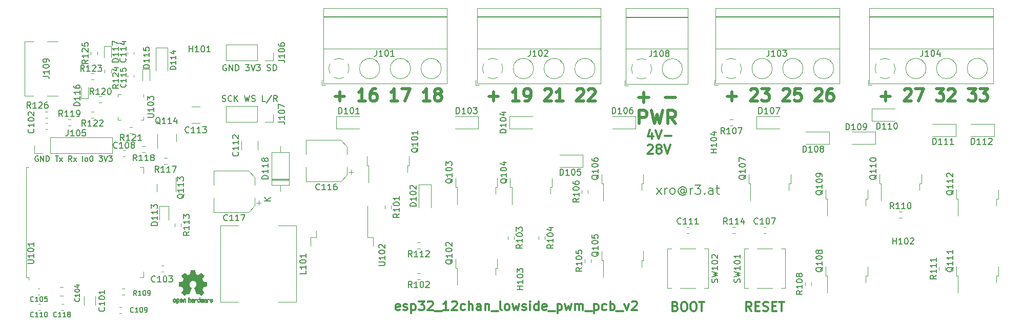
<source format=gbr>
G04 #@! TF.GenerationSoftware,KiCad,Pcbnew,6.0.10-86aedd382b~118~ubuntu22.04.1*
G04 #@! TF.CreationDate,2023-02-02T15:42:05+01:00*
G04 #@! TF.ProjectId,pcb_esp32_wled_pwm_multichannel,7063625f-6573-4703-9332-5f776c65645f,rev?*
G04 #@! TF.SameCoordinates,Original*
G04 #@! TF.FileFunction,Legend,Top*
G04 #@! TF.FilePolarity,Positive*
%FSLAX46Y46*%
G04 Gerber Fmt 4.6, Leading zero omitted, Abs format (unit mm)*
G04 Created by KiCad (PCBNEW 6.0.10-86aedd382b~118~ubuntu22.04.1) date 2023-02-02 15:42:05*
%MOMM*%
%LPD*%
G01*
G04 APERTURE LIST*
%ADD10C,0.500000*%
%ADD11C,0.200000*%
%ADD12C,0.300000*%
%ADD13C,0.150000*%
%ADD14C,0.120000*%
%ADD15C,0.010000*%
G04 APERTURE END LIST*
D10*
X151258095Y-49037857D02*
X152781904Y-49037857D01*
X152020000Y-49799761D02*
X152020000Y-48275952D01*
X155162857Y-47990238D02*
X155258095Y-47895000D01*
X155448571Y-47799761D01*
X155924761Y-47799761D01*
X156115238Y-47895000D01*
X156210476Y-47990238D01*
X156305714Y-48180714D01*
X156305714Y-48371190D01*
X156210476Y-48656904D01*
X155067619Y-49799761D01*
X156305714Y-49799761D01*
X156972380Y-47799761D02*
X158305714Y-47799761D01*
X157448571Y-49799761D01*
X160400952Y-47799761D02*
X161639047Y-47799761D01*
X160972380Y-48561666D01*
X161258095Y-48561666D01*
X161448571Y-48656904D01*
X161543809Y-48752142D01*
X161639047Y-48942619D01*
X161639047Y-49418809D01*
X161543809Y-49609285D01*
X161448571Y-49704523D01*
X161258095Y-49799761D01*
X160686666Y-49799761D01*
X160496190Y-49704523D01*
X160400952Y-49609285D01*
X162400952Y-47990238D02*
X162496190Y-47895000D01*
X162686666Y-47799761D01*
X163162857Y-47799761D01*
X163353333Y-47895000D01*
X163448571Y-47990238D01*
X163543809Y-48180714D01*
X163543809Y-48371190D01*
X163448571Y-48656904D01*
X162305714Y-49799761D01*
X163543809Y-49799761D01*
X165734285Y-47799761D02*
X166972380Y-47799761D01*
X166305714Y-48561666D01*
X166591428Y-48561666D01*
X166781904Y-48656904D01*
X166877142Y-48752142D01*
X166972380Y-48942619D01*
X166972380Y-49418809D01*
X166877142Y-49609285D01*
X166781904Y-49704523D01*
X166591428Y-49799761D01*
X166020000Y-49799761D01*
X165829523Y-49704523D01*
X165734285Y-49609285D01*
X167639047Y-47799761D02*
X168877142Y-47799761D01*
X168210476Y-48561666D01*
X168496190Y-48561666D01*
X168686666Y-48656904D01*
X168781904Y-48752142D01*
X168877142Y-48942619D01*
X168877142Y-49418809D01*
X168781904Y-49609285D01*
X168686666Y-49704523D01*
X168496190Y-49799761D01*
X167924761Y-49799761D01*
X167734285Y-49704523D01*
X167639047Y-49609285D01*
X86488095Y-49037857D02*
X88011904Y-49037857D01*
X87250000Y-49799761D02*
X87250000Y-48275952D01*
X91535714Y-49799761D02*
X90392857Y-49799761D01*
X90964285Y-49799761D02*
X90964285Y-47799761D01*
X90773809Y-48085476D01*
X90583333Y-48275952D01*
X90392857Y-48371190D01*
X92488095Y-49799761D02*
X92869047Y-49799761D01*
X93059523Y-49704523D01*
X93154761Y-49609285D01*
X93345238Y-49323571D01*
X93440476Y-48942619D01*
X93440476Y-48180714D01*
X93345238Y-47990238D01*
X93250000Y-47895000D01*
X93059523Y-47799761D01*
X92678571Y-47799761D01*
X92488095Y-47895000D01*
X92392857Y-47990238D01*
X92297619Y-48180714D01*
X92297619Y-48656904D01*
X92392857Y-48847380D01*
X92488095Y-48942619D01*
X92678571Y-49037857D01*
X93059523Y-49037857D01*
X93250000Y-48942619D01*
X93345238Y-48847380D01*
X93440476Y-48656904D01*
X95726190Y-47990238D02*
X95821428Y-47895000D01*
X96011904Y-47799761D01*
X96488095Y-47799761D01*
X96678571Y-47895000D01*
X96773809Y-47990238D01*
X96869047Y-48180714D01*
X96869047Y-48371190D01*
X96773809Y-48656904D01*
X95630952Y-49799761D01*
X96869047Y-49799761D01*
X98773809Y-49799761D02*
X97630952Y-49799761D01*
X98202380Y-49799761D02*
X98202380Y-47799761D01*
X98011904Y-48085476D01*
X97821428Y-48275952D01*
X97630952Y-48371190D01*
X101059523Y-47990238D02*
X101154761Y-47895000D01*
X101345238Y-47799761D01*
X101821428Y-47799761D01*
X102011904Y-47895000D01*
X102107142Y-47990238D01*
X102202380Y-48180714D01*
X102202380Y-48371190D01*
X102107142Y-48656904D01*
X100964285Y-49799761D01*
X102202380Y-49799761D01*
X102964285Y-47990238D02*
X103059523Y-47895000D01*
X103250000Y-47799761D01*
X103726190Y-47799761D01*
X103916666Y-47895000D01*
X104011904Y-47990238D01*
X104107142Y-48180714D01*
X104107142Y-48371190D01*
X104011904Y-48656904D01*
X102869047Y-49799761D01*
X104107142Y-49799761D01*
X111261904Y-49186142D02*
X112938095Y-49186142D01*
X112100000Y-50024238D02*
X112100000Y-48348047D01*
X115661904Y-49186142D02*
X117338095Y-49186142D01*
X111366666Y-53566238D02*
X111366666Y-51366238D01*
X112204761Y-51366238D01*
X112414285Y-51471000D01*
X112519047Y-51575761D01*
X112623809Y-51785285D01*
X112623809Y-52099571D01*
X112519047Y-52309095D01*
X112414285Y-52413857D01*
X112204761Y-52518619D01*
X111366666Y-52518619D01*
X113357142Y-51366238D02*
X113880952Y-53566238D01*
X114300000Y-51994809D01*
X114719047Y-53566238D01*
X115242857Y-51366238D01*
X117338095Y-53566238D02*
X116604761Y-52518619D01*
X116080952Y-53566238D02*
X116080952Y-51366238D01*
X116919047Y-51366238D01*
X117128571Y-51471000D01*
X117233333Y-51575761D01*
X117338095Y-51785285D01*
X117338095Y-52099571D01*
X117233333Y-52309095D01*
X117128571Y-52413857D01*
X116919047Y-52518619D01*
X116080952Y-52518619D01*
D11*
X114237142Y-65194571D02*
X115022857Y-64194571D01*
X114237142Y-64194571D02*
X115022857Y-65194571D01*
X115594285Y-65194571D02*
X115594285Y-64194571D01*
X115594285Y-64480285D02*
X115665714Y-64337428D01*
X115737142Y-64266000D01*
X115880000Y-64194571D01*
X116022857Y-64194571D01*
X116737142Y-65194571D02*
X116594285Y-65123142D01*
X116522857Y-65051714D01*
X116451428Y-64908857D01*
X116451428Y-64480285D01*
X116522857Y-64337428D01*
X116594285Y-64266000D01*
X116737142Y-64194571D01*
X116951428Y-64194571D01*
X117094285Y-64266000D01*
X117165714Y-64337428D01*
X117237142Y-64480285D01*
X117237142Y-64908857D01*
X117165714Y-65051714D01*
X117094285Y-65123142D01*
X116951428Y-65194571D01*
X116737142Y-65194571D01*
X118808571Y-64480285D02*
X118737142Y-64408857D01*
X118594285Y-64337428D01*
X118451428Y-64337428D01*
X118308571Y-64408857D01*
X118237142Y-64480285D01*
X118165714Y-64623142D01*
X118165714Y-64766000D01*
X118237142Y-64908857D01*
X118308571Y-64980285D01*
X118451428Y-65051714D01*
X118594285Y-65051714D01*
X118737142Y-64980285D01*
X118808571Y-64908857D01*
X118808571Y-64337428D02*
X118808571Y-64908857D01*
X118880000Y-64980285D01*
X118951428Y-64980285D01*
X119094285Y-64908857D01*
X119165714Y-64766000D01*
X119165714Y-64408857D01*
X119022857Y-64194571D01*
X118808571Y-64051714D01*
X118522857Y-63980285D01*
X118237142Y-64051714D01*
X118022857Y-64194571D01*
X117880000Y-64408857D01*
X117808571Y-64694571D01*
X117880000Y-64980285D01*
X118022857Y-65194571D01*
X118237142Y-65337428D01*
X118522857Y-65408857D01*
X118808571Y-65337428D01*
X119022857Y-65194571D01*
X119808571Y-65194571D02*
X119808571Y-64194571D01*
X119808571Y-64480285D02*
X119880000Y-64337428D01*
X119951428Y-64266000D01*
X120094285Y-64194571D01*
X120237142Y-64194571D01*
X120594285Y-63694571D02*
X121522857Y-63694571D01*
X121022857Y-64266000D01*
X121237142Y-64266000D01*
X121380000Y-64337428D01*
X121451428Y-64408857D01*
X121522857Y-64551714D01*
X121522857Y-64908857D01*
X121451428Y-65051714D01*
X121380000Y-65123142D01*
X121237142Y-65194571D01*
X120808571Y-65194571D01*
X120665714Y-65123142D01*
X120594285Y-65051714D01*
X122165714Y-65051714D02*
X122237142Y-65123142D01*
X122165714Y-65194571D01*
X122094285Y-65123142D01*
X122165714Y-65051714D01*
X122165714Y-65194571D01*
X123522857Y-65194571D02*
X123522857Y-64408857D01*
X123451428Y-64266000D01*
X123308571Y-64194571D01*
X123022857Y-64194571D01*
X122880000Y-64266000D01*
X123522857Y-65123142D02*
X123380000Y-65194571D01*
X123022857Y-65194571D01*
X122880000Y-65123142D01*
X122808571Y-64980285D01*
X122808571Y-64837428D01*
X122880000Y-64694571D01*
X123022857Y-64623142D01*
X123380000Y-64623142D01*
X123522857Y-64551714D01*
X124022857Y-64194571D02*
X124594285Y-64194571D01*
X124237142Y-63694571D02*
X124237142Y-64980285D01*
X124308571Y-65123142D01*
X124451428Y-65194571D01*
X124594285Y-65194571D01*
D12*
X117344285Y-83712857D02*
X117558571Y-83784285D01*
X117630000Y-83855714D01*
X117701428Y-83998571D01*
X117701428Y-84212857D01*
X117630000Y-84355714D01*
X117558571Y-84427142D01*
X117415714Y-84498571D01*
X116844285Y-84498571D01*
X116844285Y-82998571D01*
X117344285Y-82998571D01*
X117487142Y-83070000D01*
X117558571Y-83141428D01*
X117630000Y-83284285D01*
X117630000Y-83427142D01*
X117558571Y-83570000D01*
X117487142Y-83641428D01*
X117344285Y-83712857D01*
X116844285Y-83712857D01*
X118630000Y-82998571D02*
X118915714Y-82998571D01*
X119058571Y-83070000D01*
X119201428Y-83212857D01*
X119272857Y-83498571D01*
X119272857Y-83998571D01*
X119201428Y-84284285D01*
X119058571Y-84427142D01*
X118915714Y-84498571D01*
X118630000Y-84498571D01*
X118487142Y-84427142D01*
X118344285Y-84284285D01*
X118272857Y-83998571D01*
X118272857Y-83498571D01*
X118344285Y-83212857D01*
X118487142Y-83070000D01*
X118630000Y-82998571D01*
X120201428Y-82998571D02*
X120487142Y-82998571D01*
X120630000Y-83070000D01*
X120772857Y-83212857D01*
X120844285Y-83498571D01*
X120844285Y-83998571D01*
X120772857Y-84284285D01*
X120630000Y-84427142D01*
X120487142Y-84498571D01*
X120201428Y-84498571D01*
X120058571Y-84427142D01*
X119915714Y-84284285D01*
X119844285Y-83998571D01*
X119844285Y-83498571D01*
X119915714Y-83212857D01*
X120058571Y-83070000D01*
X120201428Y-82998571D01*
X121272857Y-82998571D02*
X122130000Y-82998571D01*
X121701428Y-84498571D02*
X121701428Y-82998571D01*
D11*
X42481190Y-49834761D02*
X42624047Y-49882380D01*
X42862142Y-49882380D01*
X42957380Y-49834761D01*
X43005000Y-49787142D01*
X43052619Y-49691904D01*
X43052619Y-49596666D01*
X43005000Y-49501428D01*
X42957380Y-49453809D01*
X42862142Y-49406190D01*
X42671666Y-49358571D01*
X42576428Y-49310952D01*
X42528809Y-49263333D01*
X42481190Y-49168095D01*
X42481190Y-49072857D01*
X42528809Y-48977619D01*
X42576428Y-48930000D01*
X42671666Y-48882380D01*
X42909761Y-48882380D01*
X43052619Y-48930000D01*
X44052619Y-49787142D02*
X44005000Y-49834761D01*
X43862142Y-49882380D01*
X43766904Y-49882380D01*
X43624047Y-49834761D01*
X43528809Y-49739523D01*
X43481190Y-49644285D01*
X43433571Y-49453809D01*
X43433571Y-49310952D01*
X43481190Y-49120476D01*
X43528809Y-49025238D01*
X43624047Y-48930000D01*
X43766904Y-48882380D01*
X43862142Y-48882380D01*
X44005000Y-48930000D01*
X44052619Y-48977619D01*
X44481190Y-49882380D02*
X44481190Y-48882380D01*
X45052619Y-49882380D02*
X44624047Y-49310952D01*
X45052619Y-48882380D02*
X44481190Y-49453809D01*
X46147857Y-48882380D02*
X46385952Y-49882380D01*
X46576428Y-49168095D01*
X46766904Y-49882380D01*
X47005000Y-48882380D01*
X47338333Y-49834761D02*
X47481190Y-49882380D01*
X47719285Y-49882380D01*
X47814523Y-49834761D01*
X47862142Y-49787142D01*
X47909761Y-49691904D01*
X47909761Y-49596666D01*
X47862142Y-49501428D01*
X47814523Y-49453809D01*
X47719285Y-49406190D01*
X47528809Y-49358571D01*
X47433571Y-49310952D01*
X47385952Y-49263333D01*
X47338333Y-49168095D01*
X47338333Y-49072857D01*
X47385952Y-48977619D01*
X47433571Y-48930000D01*
X47528809Y-48882380D01*
X47766904Y-48882380D01*
X47909761Y-48930000D01*
X49576428Y-49882380D02*
X49100238Y-49882380D01*
X49100238Y-48882380D01*
X50624047Y-48834761D02*
X49766904Y-50120476D01*
X51528809Y-49882380D02*
X51195476Y-49406190D01*
X50957380Y-49882380D02*
X50957380Y-48882380D01*
X51338333Y-48882380D01*
X51433571Y-48930000D01*
X51481190Y-48977619D01*
X51528809Y-49072857D01*
X51528809Y-49215714D01*
X51481190Y-49310952D01*
X51433571Y-49358571D01*
X51338333Y-49406190D01*
X50957380Y-49406190D01*
D12*
X71773285Y-84300142D02*
X71630428Y-84371571D01*
X71344714Y-84371571D01*
X71201857Y-84300142D01*
X71130428Y-84157285D01*
X71130428Y-83585857D01*
X71201857Y-83443000D01*
X71344714Y-83371571D01*
X71630428Y-83371571D01*
X71773285Y-83443000D01*
X71844714Y-83585857D01*
X71844714Y-83728714D01*
X71130428Y-83871571D01*
X72416142Y-84300142D02*
X72559000Y-84371571D01*
X72844714Y-84371571D01*
X72987571Y-84300142D01*
X73059000Y-84157285D01*
X73059000Y-84085857D01*
X72987571Y-83943000D01*
X72844714Y-83871571D01*
X72630428Y-83871571D01*
X72487571Y-83800142D01*
X72416142Y-83657285D01*
X72416142Y-83585857D01*
X72487571Y-83443000D01*
X72630428Y-83371571D01*
X72844714Y-83371571D01*
X72987571Y-83443000D01*
X73701857Y-83371571D02*
X73701857Y-84871571D01*
X73701857Y-83443000D02*
X73844714Y-83371571D01*
X74130428Y-83371571D01*
X74273285Y-83443000D01*
X74344714Y-83514428D01*
X74416142Y-83657285D01*
X74416142Y-84085857D01*
X74344714Y-84228714D01*
X74273285Y-84300142D01*
X74130428Y-84371571D01*
X73844714Y-84371571D01*
X73701857Y-84300142D01*
X74916142Y-82871571D02*
X75844714Y-82871571D01*
X75344714Y-83443000D01*
X75559000Y-83443000D01*
X75701857Y-83514428D01*
X75773285Y-83585857D01*
X75844714Y-83728714D01*
X75844714Y-84085857D01*
X75773285Y-84228714D01*
X75701857Y-84300142D01*
X75559000Y-84371571D01*
X75130428Y-84371571D01*
X74987571Y-84300142D01*
X74916142Y-84228714D01*
X76416142Y-83014428D02*
X76487571Y-82943000D01*
X76630428Y-82871571D01*
X76987571Y-82871571D01*
X77130428Y-82943000D01*
X77201857Y-83014428D01*
X77273285Y-83157285D01*
X77273285Y-83300142D01*
X77201857Y-83514428D01*
X76344714Y-84371571D01*
X77273285Y-84371571D01*
X77559000Y-84514428D02*
X78701857Y-84514428D01*
X79844714Y-84371571D02*
X78987571Y-84371571D01*
X79416142Y-84371571D02*
X79416142Y-82871571D01*
X79273285Y-83085857D01*
X79130428Y-83228714D01*
X78987571Y-83300142D01*
X80416142Y-83014428D02*
X80487571Y-82943000D01*
X80630428Y-82871571D01*
X80987571Y-82871571D01*
X81130428Y-82943000D01*
X81201857Y-83014428D01*
X81273285Y-83157285D01*
X81273285Y-83300142D01*
X81201857Y-83514428D01*
X80344714Y-84371571D01*
X81273285Y-84371571D01*
X82559000Y-84300142D02*
X82416142Y-84371571D01*
X82130428Y-84371571D01*
X81987571Y-84300142D01*
X81916142Y-84228714D01*
X81844714Y-84085857D01*
X81844714Y-83657285D01*
X81916142Y-83514428D01*
X81987571Y-83443000D01*
X82130428Y-83371571D01*
X82416142Y-83371571D01*
X82559000Y-83443000D01*
X83201857Y-84371571D02*
X83201857Y-82871571D01*
X83844714Y-84371571D02*
X83844714Y-83585857D01*
X83773285Y-83443000D01*
X83630428Y-83371571D01*
X83416142Y-83371571D01*
X83273285Y-83443000D01*
X83201857Y-83514428D01*
X85201857Y-84371571D02*
X85201857Y-83585857D01*
X85130428Y-83443000D01*
X84987571Y-83371571D01*
X84701857Y-83371571D01*
X84559000Y-83443000D01*
X85201857Y-84300142D02*
X85059000Y-84371571D01*
X84701857Y-84371571D01*
X84559000Y-84300142D01*
X84487571Y-84157285D01*
X84487571Y-84014428D01*
X84559000Y-83871571D01*
X84701857Y-83800142D01*
X85059000Y-83800142D01*
X85201857Y-83728714D01*
X85916142Y-83371571D02*
X85916142Y-84371571D01*
X85916142Y-83514428D02*
X85987571Y-83443000D01*
X86130428Y-83371571D01*
X86344714Y-83371571D01*
X86487571Y-83443000D01*
X86559000Y-83585857D01*
X86559000Y-84371571D01*
X86916142Y-84514428D02*
X88059000Y-84514428D01*
X88630428Y-84371571D02*
X88487571Y-84300142D01*
X88416142Y-84157285D01*
X88416142Y-82871571D01*
X89416142Y-84371571D02*
X89273285Y-84300142D01*
X89201857Y-84228714D01*
X89130428Y-84085857D01*
X89130428Y-83657285D01*
X89201857Y-83514428D01*
X89273285Y-83443000D01*
X89416142Y-83371571D01*
X89630428Y-83371571D01*
X89773285Y-83443000D01*
X89844714Y-83514428D01*
X89916142Y-83657285D01*
X89916142Y-84085857D01*
X89844714Y-84228714D01*
X89773285Y-84300142D01*
X89630428Y-84371571D01*
X89416142Y-84371571D01*
X90416142Y-83371571D02*
X90701857Y-84371571D01*
X90987571Y-83657285D01*
X91273285Y-84371571D01*
X91559000Y-83371571D01*
X92059000Y-84300142D02*
X92201857Y-84371571D01*
X92487571Y-84371571D01*
X92630428Y-84300142D01*
X92701857Y-84157285D01*
X92701857Y-84085857D01*
X92630428Y-83943000D01*
X92487571Y-83871571D01*
X92273285Y-83871571D01*
X92130428Y-83800142D01*
X92059000Y-83657285D01*
X92059000Y-83585857D01*
X92130428Y-83443000D01*
X92273285Y-83371571D01*
X92487571Y-83371571D01*
X92630428Y-83443000D01*
X93344714Y-84371571D02*
X93344714Y-83371571D01*
X93344714Y-82871571D02*
X93273285Y-82943000D01*
X93344714Y-83014428D01*
X93416142Y-82943000D01*
X93344714Y-82871571D01*
X93344714Y-83014428D01*
X94701857Y-84371571D02*
X94701857Y-82871571D01*
X94701857Y-84300142D02*
X94559000Y-84371571D01*
X94273285Y-84371571D01*
X94130428Y-84300142D01*
X94059000Y-84228714D01*
X93987571Y-84085857D01*
X93987571Y-83657285D01*
X94059000Y-83514428D01*
X94130428Y-83443000D01*
X94273285Y-83371571D01*
X94559000Y-83371571D01*
X94701857Y-83443000D01*
X95987571Y-84300142D02*
X95844714Y-84371571D01*
X95559000Y-84371571D01*
X95416142Y-84300142D01*
X95344714Y-84157285D01*
X95344714Y-83585857D01*
X95416142Y-83443000D01*
X95559000Y-83371571D01*
X95844714Y-83371571D01*
X95987571Y-83443000D01*
X96059000Y-83585857D01*
X96059000Y-83728714D01*
X95344714Y-83871571D01*
X96344714Y-84514428D02*
X97487571Y-84514428D01*
X97844714Y-83371571D02*
X97844714Y-84871571D01*
X97844714Y-83443000D02*
X97987571Y-83371571D01*
X98273285Y-83371571D01*
X98416142Y-83443000D01*
X98487571Y-83514428D01*
X98559000Y-83657285D01*
X98559000Y-84085857D01*
X98487571Y-84228714D01*
X98416142Y-84300142D01*
X98273285Y-84371571D01*
X97987571Y-84371571D01*
X97844714Y-84300142D01*
X99059000Y-83371571D02*
X99344714Y-84371571D01*
X99630428Y-83657285D01*
X99916142Y-84371571D01*
X100201857Y-83371571D01*
X100773285Y-84371571D02*
X100773285Y-83371571D01*
X100773285Y-83514428D02*
X100844714Y-83443000D01*
X100987571Y-83371571D01*
X101201857Y-83371571D01*
X101344714Y-83443000D01*
X101416142Y-83585857D01*
X101416142Y-84371571D01*
X101416142Y-83585857D02*
X101487571Y-83443000D01*
X101630428Y-83371571D01*
X101844714Y-83371571D01*
X101987571Y-83443000D01*
X102059000Y-83585857D01*
X102059000Y-84371571D01*
X102416142Y-84514428D02*
X103559000Y-84514428D01*
X103916142Y-83371571D02*
X103916142Y-84871571D01*
X103916142Y-83443000D02*
X104059000Y-83371571D01*
X104344714Y-83371571D01*
X104487571Y-83443000D01*
X104559000Y-83514428D01*
X104630428Y-83657285D01*
X104630428Y-84085857D01*
X104559000Y-84228714D01*
X104487571Y-84300142D01*
X104344714Y-84371571D01*
X104059000Y-84371571D01*
X103916142Y-84300142D01*
X105916142Y-84300142D02*
X105773285Y-84371571D01*
X105487571Y-84371571D01*
X105344714Y-84300142D01*
X105273285Y-84228714D01*
X105201857Y-84085857D01*
X105201857Y-83657285D01*
X105273285Y-83514428D01*
X105344714Y-83443000D01*
X105487571Y-83371571D01*
X105773285Y-83371571D01*
X105916142Y-83443000D01*
X106559000Y-84371571D02*
X106559000Y-82871571D01*
X106559000Y-83443000D02*
X106701857Y-83371571D01*
X106987571Y-83371571D01*
X107130428Y-83443000D01*
X107201857Y-83514428D01*
X107273285Y-83657285D01*
X107273285Y-84085857D01*
X107201857Y-84228714D01*
X107130428Y-84300142D01*
X106987571Y-84371571D01*
X106701857Y-84371571D01*
X106559000Y-84300142D01*
X107559000Y-84514428D02*
X108701857Y-84514428D01*
X108916142Y-83371571D02*
X109273285Y-84371571D01*
X109630428Y-83371571D01*
X110130428Y-83014428D02*
X110201857Y-82943000D01*
X110344714Y-82871571D01*
X110701857Y-82871571D01*
X110844714Y-82943000D01*
X110916142Y-83014428D01*
X110987571Y-83157285D01*
X110987571Y-83300142D01*
X110916142Y-83514428D01*
X110059000Y-84371571D01*
X110987571Y-84371571D01*
D10*
X125858095Y-49037857D02*
X127381904Y-49037857D01*
X126620000Y-49799761D02*
X126620000Y-48275952D01*
X129762857Y-47990238D02*
X129858095Y-47895000D01*
X130048571Y-47799761D01*
X130524761Y-47799761D01*
X130715238Y-47895000D01*
X130810476Y-47990238D01*
X130905714Y-48180714D01*
X130905714Y-48371190D01*
X130810476Y-48656904D01*
X129667619Y-49799761D01*
X130905714Y-49799761D01*
X131572380Y-47799761D02*
X132810476Y-47799761D01*
X132143809Y-48561666D01*
X132429523Y-48561666D01*
X132620000Y-48656904D01*
X132715238Y-48752142D01*
X132810476Y-48942619D01*
X132810476Y-49418809D01*
X132715238Y-49609285D01*
X132620000Y-49704523D01*
X132429523Y-49799761D01*
X131858095Y-49799761D01*
X131667619Y-49704523D01*
X131572380Y-49609285D01*
X135096190Y-47990238D02*
X135191428Y-47895000D01*
X135381904Y-47799761D01*
X135858095Y-47799761D01*
X136048571Y-47895000D01*
X136143809Y-47990238D01*
X136239047Y-48180714D01*
X136239047Y-48371190D01*
X136143809Y-48656904D01*
X135000952Y-49799761D01*
X136239047Y-49799761D01*
X138048571Y-47799761D02*
X137096190Y-47799761D01*
X137000952Y-48752142D01*
X137096190Y-48656904D01*
X137286666Y-48561666D01*
X137762857Y-48561666D01*
X137953333Y-48656904D01*
X138048571Y-48752142D01*
X138143809Y-48942619D01*
X138143809Y-49418809D01*
X138048571Y-49609285D01*
X137953333Y-49704523D01*
X137762857Y-49799761D01*
X137286666Y-49799761D01*
X137096190Y-49704523D01*
X137000952Y-49609285D01*
X140429523Y-47990238D02*
X140524761Y-47895000D01*
X140715238Y-47799761D01*
X141191428Y-47799761D01*
X141381904Y-47895000D01*
X141477142Y-47990238D01*
X141572380Y-48180714D01*
X141572380Y-48371190D01*
X141477142Y-48656904D01*
X140334285Y-49799761D01*
X141572380Y-49799761D01*
X143286666Y-47799761D02*
X142905714Y-47799761D01*
X142715238Y-47895000D01*
X142620000Y-47990238D01*
X142429523Y-48275952D01*
X142334285Y-48656904D01*
X142334285Y-49418809D01*
X142429523Y-49609285D01*
X142524761Y-49704523D01*
X142715238Y-49799761D01*
X143096190Y-49799761D01*
X143286666Y-49704523D01*
X143381904Y-49609285D01*
X143477142Y-49418809D01*
X143477142Y-48942619D01*
X143381904Y-48752142D01*
X143286666Y-48656904D01*
X143096190Y-48561666D01*
X142715238Y-48561666D01*
X142524761Y-48656904D01*
X142429523Y-48752142D01*
X142334285Y-48942619D01*
D12*
X129901428Y-84498571D02*
X129401428Y-83784285D01*
X129044285Y-84498571D02*
X129044285Y-82998571D01*
X129615714Y-82998571D01*
X129758571Y-83070000D01*
X129830000Y-83141428D01*
X129901428Y-83284285D01*
X129901428Y-83498571D01*
X129830000Y-83641428D01*
X129758571Y-83712857D01*
X129615714Y-83784285D01*
X129044285Y-83784285D01*
X130544285Y-83712857D02*
X131044285Y-83712857D01*
X131258571Y-84498571D02*
X130544285Y-84498571D01*
X130544285Y-82998571D01*
X131258571Y-82998571D01*
X131830000Y-84427142D02*
X132044285Y-84498571D01*
X132401428Y-84498571D01*
X132544285Y-84427142D01*
X132615714Y-84355714D01*
X132687142Y-84212857D01*
X132687142Y-84070000D01*
X132615714Y-83927142D01*
X132544285Y-83855714D01*
X132401428Y-83784285D01*
X132115714Y-83712857D01*
X131972857Y-83641428D01*
X131901428Y-83570000D01*
X131830000Y-83427142D01*
X131830000Y-83284285D01*
X131901428Y-83141428D01*
X131972857Y-83070000D01*
X132115714Y-82998571D01*
X132472857Y-82998571D01*
X132687142Y-83070000D01*
X133330000Y-83712857D02*
X133830000Y-83712857D01*
X134044285Y-84498571D02*
X133330000Y-84498571D01*
X133330000Y-82998571D01*
X134044285Y-82998571D01*
X134472857Y-82998571D02*
X135330000Y-82998571D01*
X134901428Y-84498571D02*
X134901428Y-82998571D01*
D10*
X61088095Y-49037857D02*
X62611904Y-49037857D01*
X61850000Y-49799761D02*
X61850000Y-48275952D01*
X66135714Y-49799761D02*
X64992857Y-49799761D01*
X65564285Y-49799761D02*
X65564285Y-47799761D01*
X65373809Y-48085476D01*
X65183333Y-48275952D01*
X64992857Y-48371190D01*
X67850000Y-47799761D02*
X67469047Y-47799761D01*
X67278571Y-47895000D01*
X67183333Y-47990238D01*
X66992857Y-48275952D01*
X66897619Y-48656904D01*
X66897619Y-49418809D01*
X66992857Y-49609285D01*
X67088095Y-49704523D01*
X67278571Y-49799761D01*
X67659523Y-49799761D01*
X67850000Y-49704523D01*
X67945238Y-49609285D01*
X68040476Y-49418809D01*
X68040476Y-48942619D01*
X67945238Y-48752142D01*
X67850000Y-48656904D01*
X67659523Y-48561666D01*
X67278571Y-48561666D01*
X67088095Y-48656904D01*
X66992857Y-48752142D01*
X66897619Y-48942619D01*
X71469047Y-49799761D02*
X70326190Y-49799761D01*
X70897619Y-49799761D02*
X70897619Y-47799761D01*
X70707142Y-48085476D01*
X70516666Y-48275952D01*
X70326190Y-48371190D01*
X72135714Y-47799761D02*
X73469047Y-47799761D01*
X72611904Y-49799761D01*
X76802380Y-49799761D02*
X75659523Y-49799761D01*
X76230952Y-49799761D02*
X76230952Y-47799761D01*
X76040476Y-48085476D01*
X75850000Y-48275952D01*
X75659523Y-48371190D01*
X77945238Y-48656904D02*
X77754761Y-48561666D01*
X77659523Y-48466428D01*
X77564285Y-48275952D01*
X77564285Y-48180714D01*
X77659523Y-47990238D01*
X77754761Y-47895000D01*
X77945238Y-47799761D01*
X78326190Y-47799761D01*
X78516666Y-47895000D01*
X78611904Y-47990238D01*
X78707142Y-48180714D01*
X78707142Y-48275952D01*
X78611904Y-48466428D01*
X78516666Y-48561666D01*
X78326190Y-48656904D01*
X77945238Y-48656904D01*
X77754761Y-48752142D01*
X77659523Y-48847380D01*
X77564285Y-49037857D01*
X77564285Y-49418809D01*
X77659523Y-49609285D01*
X77754761Y-49704523D01*
X77945238Y-49799761D01*
X78326190Y-49799761D01*
X78516666Y-49704523D01*
X78611904Y-49609285D01*
X78707142Y-49418809D01*
X78707142Y-49037857D01*
X78611904Y-48847380D01*
X78516666Y-48752142D01*
X78326190Y-48656904D01*
D13*
X12035571Y-58909800D02*
X11949857Y-58866942D01*
X11821285Y-58866942D01*
X11692714Y-58909800D01*
X11606999Y-58995514D01*
X11564142Y-59081228D01*
X11521285Y-59252657D01*
X11521285Y-59381228D01*
X11564142Y-59552657D01*
X11606999Y-59638371D01*
X11692714Y-59724085D01*
X11821285Y-59766942D01*
X11906999Y-59766942D01*
X12035571Y-59724085D01*
X12078428Y-59681228D01*
X12078428Y-59381228D01*
X11906999Y-59381228D01*
X12464142Y-59766942D02*
X12464142Y-58866942D01*
X12978428Y-59766942D01*
X12978428Y-58866942D01*
X13406999Y-59766942D02*
X13406999Y-58866942D01*
X13621285Y-58866942D01*
X13749857Y-58909800D01*
X13835571Y-58995514D01*
X13878428Y-59081228D01*
X13921285Y-59252657D01*
X13921285Y-59381228D01*
X13878428Y-59552657D01*
X13835571Y-59638371D01*
X13749857Y-59724085D01*
X13621285Y-59766942D01*
X13406999Y-59766942D01*
X14864142Y-58866942D02*
X15378428Y-58866942D01*
X15121285Y-59766942D02*
X15121285Y-58866942D01*
X15592714Y-59766942D02*
X16064142Y-59166942D01*
X15592714Y-59166942D02*
X16064142Y-59766942D01*
X17606999Y-59766942D02*
X17306999Y-59338371D01*
X17092714Y-59766942D02*
X17092714Y-58866942D01*
X17435571Y-58866942D01*
X17521285Y-58909800D01*
X17564142Y-58952657D01*
X17606999Y-59038371D01*
X17606999Y-59166942D01*
X17564142Y-59252657D01*
X17521285Y-59295514D01*
X17435571Y-59338371D01*
X17092714Y-59338371D01*
X17906999Y-59766942D02*
X18378428Y-59166942D01*
X17906999Y-59166942D02*
X18378428Y-59766942D01*
X19407000Y-59766942D02*
X19407000Y-58866942D01*
X19964142Y-59766942D02*
X19878428Y-59724085D01*
X19835571Y-59681228D01*
X19792714Y-59595514D01*
X19792714Y-59338371D01*
X19835571Y-59252657D01*
X19878428Y-59209800D01*
X19964142Y-59166942D01*
X20092714Y-59166942D01*
X20178428Y-59209800D01*
X20221285Y-59252657D01*
X20264142Y-59338371D01*
X20264142Y-59595514D01*
X20221285Y-59681228D01*
X20178428Y-59724085D01*
X20092714Y-59766942D01*
X19964142Y-59766942D01*
X20821285Y-58866942D02*
X20906999Y-58866942D01*
X20992714Y-58909800D01*
X21035571Y-58952657D01*
X21078428Y-59038371D01*
X21121285Y-59209800D01*
X21121285Y-59424085D01*
X21078428Y-59595514D01*
X21035571Y-59681228D01*
X20992714Y-59724085D01*
X20906999Y-59766942D01*
X20821285Y-59766942D01*
X20735571Y-59724085D01*
X20692714Y-59681228D01*
X20649857Y-59595514D01*
X20606999Y-59424085D01*
X20606999Y-59209800D01*
X20649857Y-59038371D01*
X20692714Y-58952657D01*
X20735571Y-58909800D01*
X20821285Y-58866942D01*
X22106999Y-58866942D02*
X22664142Y-58866942D01*
X22364142Y-59209800D01*
X22492714Y-59209800D01*
X22578428Y-59252657D01*
X22621285Y-59295514D01*
X22664142Y-59381228D01*
X22664142Y-59595514D01*
X22621285Y-59681228D01*
X22578428Y-59724085D01*
X22492714Y-59766942D01*
X22235571Y-59766942D01*
X22149857Y-59724085D01*
X22106999Y-59681228D01*
X22921285Y-58866942D02*
X23221285Y-59766942D01*
X23521285Y-58866942D01*
X23735571Y-58866942D02*
X24292714Y-58866942D01*
X23992714Y-59209800D01*
X24121285Y-59209800D01*
X24206999Y-59252657D01*
X24249857Y-59295514D01*
X24292714Y-59381228D01*
X24292714Y-59595514D01*
X24249857Y-59681228D01*
X24206999Y-59724085D01*
X24121285Y-59766942D01*
X23864142Y-59766942D01*
X23778428Y-59724085D01*
X23735571Y-59681228D01*
D11*
X43124047Y-43850000D02*
X43028809Y-43802380D01*
X42885952Y-43802380D01*
X42743095Y-43850000D01*
X42647857Y-43945238D01*
X42600238Y-44040476D01*
X42552619Y-44230952D01*
X42552619Y-44373809D01*
X42600238Y-44564285D01*
X42647857Y-44659523D01*
X42743095Y-44754761D01*
X42885952Y-44802380D01*
X42981190Y-44802380D01*
X43124047Y-44754761D01*
X43171666Y-44707142D01*
X43171666Y-44373809D01*
X42981190Y-44373809D01*
X43600238Y-44802380D02*
X43600238Y-43802380D01*
X44171666Y-44802380D01*
X44171666Y-43802380D01*
X44647857Y-44802380D02*
X44647857Y-43802380D01*
X44885952Y-43802380D01*
X45028809Y-43850000D01*
X45124047Y-43945238D01*
X45171666Y-44040476D01*
X45219285Y-44230952D01*
X45219285Y-44373809D01*
X45171666Y-44564285D01*
X45124047Y-44659523D01*
X45028809Y-44754761D01*
X44885952Y-44802380D01*
X44647857Y-44802380D01*
X46314523Y-43802380D02*
X46933571Y-43802380D01*
X46600238Y-44183333D01*
X46743095Y-44183333D01*
X46838333Y-44230952D01*
X46885952Y-44278571D01*
X46933571Y-44373809D01*
X46933571Y-44611904D01*
X46885952Y-44707142D01*
X46838333Y-44754761D01*
X46743095Y-44802380D01*
X46457380Y-44802380D01*
X46362142Y-44754761D01*
X46314523Y-44707142D01*
X47219285Y-43802380D02*
X47552619Y-44802380D01*
X47885952Y-43802380D01*
X48124047Y-43802380D02*
X48743095Y-43802380D01*
X48409761Y-44183333D01*
X48552619Y-44183333D01*
X48647857Y-44230952D01*
X48695476Y-44278571D01*
X48743095Y-44373809D01*
X48743095Y-44611904D01*
X48695476Y-44707142D01*
X48647857Y-44754761D01*
X48552619Y-44802380D01*
X48266904Y-44802380D01*
X48171666Y-44754761D01*
X48124047Y-44707142D01*
X49885952Y-44754761D02*
X50028809Y-44802380D01*
X50266904Y-44802380D01*
X50362142Y-44754761D01*
X50409761Y-44707142D01*
X50457380Y-44611904D01*
X50457380Y-44516666D01*
X50409761Y-44421428D01*
X50362142Y-44373809D01*
X50266904Y-44326190D01*
X50076428Y-44278571D01*
X49981190Y-44230952D01*
X49933571Y-44183333D01*
X49885952Y-44088095D01*
X49885952Y-43992857D01*
X49933571Y-43897619D01*
X49981190Y-43850000D01*
X50076428Y-43802380D01*
X50314523Y-43802380D01*
X50457380Y-43850000D01*
X50885952Y-44802380D02*
X50885952Y-43802380D01*
X51124047Y-43802380D01*
X51266904Y-43850000D01*
X51362142Y-43945238D01*
X51409761Y-44040476D01*
X51457380Y-44230952D01*
X51457380Y-44373809D01*
X51409761Y-44564285D01*
X51362142Y-44659523D01*
X51266904Y-44754761D01*
X51124047Y-44802380D01*
X50885952Y-44802380D01*
D12*
X113463000Y-55113071D02*
X113463000Y-56113071D01*
X113105857Y-54541642D02*
X112748714Y-55613071D01*
X113677285Y-55613071D01*
X114034428Y-54613071D02*
X114534428Y-56113071D01*
X115034428Y-54613071D01*
X115534428Y-55541642D02*
X116677285Y-55541642D01*
X112748714Y-57170928D02*
X112820142Y-57099500D01*
X112963000Y-57028071D01*
X113320142Y-57028071D01*
X113463000Y-57099500D01*
X113534428Y-57170928D01*
X113605857Y-57313785D01*
X113605857Y-57456642D01*
X113534428Y-57670928D01*
X112677285Y-58528071D01*
X113605857Y-58528071D01*
X114463000Y-57670928D02*
X114320142Y-57599500D01*
X114248714Y-57528071D01*
X114177285Y-57385214D01*
X114177285Y-57313785D01*
X114248714Y-57170928D01*
X114320142Y-57099500D01*
X114463000Y-57028071D01*
X114748714Y-57028071D01*
X114891571Y-57099500D01*
X114963000Y-57170928D01*
X115034428Y-57313785D01*
X115034428Y-57385214D01*
X114963000Y-57528071D01*
X114891571Y-57599500D01*
X114748714Y-57670928D01*
X114463000Y-57670928D01*
X114320142Y-57742357D01*
X114248714Y-57813785D01*
X114177285Y-57956642D01*
X114177285Y-58242357D01*
X114248714Y-58385214D01*
X114320142Y-58456642D01*
X114463000Y-58528071D01*
X114748714Y-58528071D01*
X114891571Y-58456642D01*
X114963000Y-58385214D01*
X115034428Y-58242357D01*
X115034428Y-57956642D01*
X114963000Y-57813785D01*
X114891571Y-57742357D01*
X114748714Y-57670928D01*
X115463000Y-57028071D02*
X115963000Y-58528071D01*
X116463000Y-57028071D01*
D13*
G04 #@! TO.C,J101*
X67954285Y-41402380D02*
X67954285Y-42116666D01*
X67906666Y-42259523D01*
X67811428Y-42354761D01*
X67668571Y-42402380D01*
X67573333Y-42402380D01*
X68954285Y-42402380D02*
X68382857Y-42402380D01*
X68668571Y-42402380D02*
X68668571Y-41402380D01*
X68573333Y-41545238D01*
X68478095Y-41640476D01*
X68382857Y-41688095D01*
X69573333Y-41402380D02*
X69668571Y-41402380D01*
X69763809Y-41450000D01*
X69811428Y-41497619D01*
X69859047Y-41592857D01*
X69906666Y-41783333D01*
X69906666Y-42021428D01*
X69859047Y-42211904D01*
X69811428Y-42307142D01*
X69763809Y-42354761D01*
X69668571Y-42402380D01*
X69573333Y-42402380D01*
X69478095Y-42354761D01*
X69430476Y-42307142D01*
X69382857Y-42211904D01*
X69335238Y-42021428D01*
X69335238Y-41783333D01*
X69382857Y-41592857D01*
X69430476Y-41497619D01*
X69478095Y-41450000D01*
X69573333Y-41402380D01*
X70859047Y-42402380D02*
X70287619Y-42402380D01*
X70573333Y-42402380D02*
X70573333Y-41402380D01*
X70478095Y-41545238D01*
X70382857Y-41640476D01*
X70287619Y-41688095D01*
G04 #@! TO.C,C117*
X43330952Y-69477142D02*
X43283333Y-69524761D01*
X43140476Y-69572380D01*
X43045238Y-69572380D01*
X42902380Y-69524761D01*
X42807142Y-69429523D01*
X42759523Y-69334285D01*
X42711904Y-69143809D01*
X42711904Y-69000952D01*
X42759523Y-68810476D01*
X42807142Y-68715238D01*
X42902380Y-68620000D01*
X43045238Y-68572380D01*
X43140476Y-68572380D01*
X43283333Y-68620000D01*
X43330952Y-68667619D01*
X44283333Y-69572380D02*
X43711904Y-69572380D01*
X43997619Y-69572380D02*
X43997619Y-68572380D01*
X43902380Y-68715238D01*
X43807142Y-68810476D01*
X43711904Y-68858095D01*
X45235714Y-69572380D02*
X44664285Y-69572380D01*
X44950000Y-69572380D02*
X44950000Y-68572380D01*
X44854761Y-68715238D01*
X44759523Y-68810476D01*
X44664285Y-68858095D01*
X45569047Y-68572380D02*
X46235714Y-68572380D01*
X45807142Y-69572380D01*
G04 #@! TO.C,C116*
X58570952Y-64397142D02*
X58523333Y-64444761D01*
X58380476Y-64492380D01*
X58285238Y-64492380D01*
X58142380Y-64444761D01*
X58047142Y-64349523D01*
X57999523Y-64254285D01*
X57951904Y-64063809D01*
X57951904Y-63920952D01*
X57999523Y-63730476D01*
X58047142Y-63635238D01*
X58142380Y-63540000D01*
X58285238Y-63492380D01*
X58380476Y-63492380D01*
X58523333Y-63540000D01*
X58570952Y-63587619D01*
X59523333Y-64492380D02*
X58951904Y-64492380D01*
X59237619Y-64492380D02*
X59237619Y-63492380D01*
X59142380Y-63635238D01*
X59047142Y-63730476D01*
X58951904Y-63778095D01*
X60475714Y-64492380D02*
X59904285Y-64492380D01*
X60190000Y-64492380D02*
X60190000Y-63492380D01*
X60094761Y-63635238D01*
X59999523Y-63730476D01*
X59904285Y-63778095D01*
X61332857Y-63492380D02*
X61142380Y-63492380D01*
X61047142Y-63540000D01*
X60999523Y-63587619D01*
X60904285Y-63730476D01*
X60856666Y-63920952D01*
X60856666Y-64301904D01*
X60904285Y-64397142D01*
X60951904Y-64444761D01*
X61047142Y-64492380D01*
X61237619Y-64492380D01*
X61332857Y-64444761D01*
X61380476Y-64397142D01*
X61428095Y-64301904D01*
X61428095Y-64063809D01*
X61380476Y-63968571D01*
X61332857Y-63920952D01*
X61237619Y-63873333D01*
X61047142Y-63873333D01*
X60951904Y-63920952D01*
X60904285Y-63968571D01*
X60856666Y-64063809D01*
G04 #@! TO.C,D111*
X159856523Y-56967380D02*
X159856523Y-55967380D01*
X160094619Y-55967380D01*
X160237476Y-56015000D01*
X160332714Y-56110238D01*
X160380333Y-56205476D01*
X160427952Y-56395952D01*
X160427952Y-56538809D01*
X160380333Y-56729285D01*
X160332714Y-56824523D01*
X160237476Y-56919761D01*
X160094619Y-56967380D01*
X159856523Y-56967380D01*
X161380333Y-56967380D02*
X160808904Y-56967380D01*
X161094619Y-56967380D02*
X161094619Y-55967380D01*
X160999380Y-56110238D01*
X160904142Y-56205476D01*
X160808904Y-56253095D01*
X162332714Y-56967380D02*
X161761285Y-56967380D01*
X162047000Y-56967380D02*
X162047000Y-55967380D01*
X161951761Y-56110238D01*
X161856523Y-56205476D01*
X161761285Y-56253095D01*
X163285095Y-56967380D02*
X162713666Y-56967380D01*
X162999380Y-56967380D02*
X162999380Y-55967380D01*
X162904142Y-56110238D01*
X162808904Y-56205476D01*
X162713666Y-56253095D01*
G04 #@! TO.C,SW101*
X127984761Y-79755714D02*
X128032380Y-79612857D01*
X128032380Y-79374761D01*
X127984761Y-79279523D01*
X127937142Y-79231904D01*
X127841904Y-79184285D01*
X127746666Y-79184285D01*
X127651428Y-79231904D01*
X127603809Y-79279523D01*
X127556190Y-79374761D01*
X127508571Y-79565238D01*
X127460952Y-79660476D01*
X127413333Y-79708095D01*
X127318095Y-79755714D01*
X127222857Y-79755714D01*
X127127619Y-79708095D01*
X127080000Y-79660476D01*
X127032380Y-79565238D01*
X127032380Y-79327142D01*
X127080000Y-79184285D01*
X127032380Y-78850952D02*
X128032380Y-78612857D01*
X127318095Y-78422380D01*
X128032380Y-78231904D01*
X127032380Y-77993809D01*
X128032380Y-77089047D02*
X128032380Y-77660476D01*
X128032380Y-77374761D02*
X127032380Y-77374761D01*
X127175238Y-77470000D01*
X127270476Y-77565238D01*
X127318095Y-77660476D01*
X127032380Y-76470000D02*
X127032380Y-76374761D01*
X127080000Y-76279523D01*
X127127619Y-76231904D01*
X127222857Y-76184285D01*
X127413333Y-76136666D01*
X127651428Y-76136666D01*
X127841904Y-76184285D01*
X127937142Y-76231904D01*
X127984761Y-76279523D01*
X128032380Y-76374761D01*
X128032380Y-76470000D01*
X127984761Y-76565238D01*
X127937142Y-76612857D01*
X127841904Y-76660476D01*
X127651428Y-76708095D01*
X127413333Y-76708095D01*
X127222857Y-76660476D01*
X127127619Y-76612857D01*
X127080000Y-76565238D01*
X127032380Y-76470000D01*
X128032380Y-75184285D02*
X128032380Y-75755714D01*
X128032380Y-75470000D02*
X127032380Y-75470000D01*
X127175238Y-75565238D01*
X127270476Y-75660476D01*
X127318095Y-75755714D01*
G04 #@! TO.C,Q111*
X163257619Y-77247619D02*
X163210000Y-77342857D01*
X163114761Y-77438095D01*
X162971904Y-77580952D01*
X162924285Y-77676190D01*
X162924285Y-77771428D01*
X163162380Y-77723809D02*
X163114761Y-77819047D01*
X163019523Y-77914285D01*
X162829047Y-77961904D01*
X162495714Y-77961904D01*
X162305238Y-77914285D01*
X162210000Y-77819047D01*
X162162380Y-77723809D01*
X162162380Y-77533333D01*
X162210000Y-77438095D01*
X162305238Y-77342857D01*
X162495714Y-77295238D01*
X162829047Y-77295238D01*
X163019523Y-77342857D01*
X163114761Y-77438095D01*
X163162380Y-77533333D01*
X163162380Y-77723809D01*
X163162380Y-76342857D02*
X163162380Y-76914285D01*
X163162380Y-76628571D02*
X162162380Y-76628571D01*
X162305238Y-76723809D01*
X162400476Y-76819047D01*
X162448095Y-76914285D01*
X163162380Y-75390476D02*
X163162380Y-75961904D01*
X163162380Y-75676190D02*
X162162380Y-75676190D01*
X162305238Y-75771428D01*
X162400476Y-75866666D01*
X162448095Y-75961904D01*
X163162380Y-74438095D02*
X163162380Y-75009523D01*
X163162380Y-74723809D02*
X162162380Y-74723809D01*
X162305238Y-74819047D01*
X162400476Y-74914285D01*
X162448095Y-75009523D01*
G04 #@! TO.C,R126*
X10818952Y-50998380D02*
X10485619Y-50522190D01*
X10247523Y-50998380D02*
X10247523Y-49998380D01*
X10628476Y-49998380D01*
X10723714Y-50046000D01*
X10771333Y-50093619D01*
X10818952Y-50188857D01*
X10818952Y-50331714D01*
X10771333Y-50426952D01*
X10723714Y-50474571D01*
X10628476Y-50522190D01*
X10247523Y-50522190D01*
X11771333Y-50998380D02*
X11199904Y-50998380D01*
X11485619Y-50998380D02*
X11485619Y-49998380D01*
X11390380Y-50141238D01*
X11295142Y-50236476D01*
X11199904Y-50284095D01*
X12152285Y-50093619D02*
X12199904Y-50046000D01*
X12295142Y-49998380D01*
X12533238Y-49998380D01*
X12628476Y-50046000D01*
X12676095Y-50093619D01*
X12723714Y-50188857D01*
X12723714Y-50284095D01*
X12676095Y-50426952D01*
X12104666Y-50998380D01*
X12723714Y-50998380D01*
X13580857Y-49998380D02*
X13390380Y-49998380D01*
X13295142Y-50046000D01*
X13247523Y-50093619D01*
X13152285Y-50236476D01*
X13104666Y-50426952D01*
X13104666Y-50807904D01*
X13152285Y-50903142D01*
X13199904Y-50950761D01*
X13295142Y-50998380D01*
X13485619Y-50998380D01*
X13580857Y-50950761D01*
X13628476Y-50903142D01*
X13676095Y-50807904D01*
X13676095Y-50569809D01*
X13628476Y-50474571D01*
X13580857Y-50426952D01*
X13485619Y-50379333D01*
X13295142Y-50379333D01*
X13199904Y-50426952D01*
X13152285Y-50474571D01*
X13104666Y-50569809D01*
G04 #@! TO.C,Q102*
X80502619Y-75977619D02*
X80455000Y-76072857D01*
X80359761Y-76168095D01*
X80216904Y-76310952D01*
X80169285Y-76406190D01*
X80169285Y-76501428D01*
X80407380Y-76453809D02*
X80359761Y-76549047D01*
X80264523Y-76644285D01*
X80074047Y-76691904D01*
X79740714Y-76691904D01*
X79550238Y-76644285D01*
X79455000Y-76549047D01*
X79407380Y-76453809D01*
X79407380Y-76263333D01*
X79455000Y-76168095D01*
X79550238Y-76072857D01*
X79740714Y-76025238D01*
X80074047Y-76025238D01*
X80264523Y-76072857D01*
X80359761Y-76168095D01*
X80407380Y-76263333D01*
X80407380Y-76453809D01*
X80407380Y-75072857D02*
X80407380Y-75644285D01*
X80407380Y-75358571D02*
X79407380Y-75358571D01*
X79550238Y-75453809D01*
X79645476Y-75549047D01*
X79693095Y-75644285D01*
X79407380Y-74453809D02*
X79407380Y-74358571D01*
X79455000Y-74263333D01*
X79502619Y-74215714D01*
X79597857Y-74168095D01*
X79788333Y-74120476D01*
X80026428Y-74120476D01*
X80216904Y-74168095D01*
X80312142Y-74215714D01*
X80359761Y-74263333D01*
X80407380Y-74358571D01*
X80407380Y-74453809D01*
X80359761Y-74549047D01*
X80312142Y-74596666D01*
X80216904Y-74644285D01*
X80026428Y-74691904D01*
X79788333Y-74691904D01*
X79597857Y-74644285D01*
X79502619Y-74596666D01*
X79455000Y-74549047D01*
X79407380Y-74453809D01*
X79502619Y-73739523D02*
X79455000Y-73691904D01*
X79407380Y-73596666D01*
X79407380Y-73358571D01*
X79455000Y-73263333D01*
X79502619Y-73215714D01*
X79597857Y-73168095D01*
X79693095Y-73168095D01*
X79835952Y-73215714D01*
X80407380Y-73787142D01*
X80407380Y-73168095D01*
G04 #@! TO.C,J107*
X51767380Y-53255714D02*
X52481666Y-53255714D01*
X52624523Y-53303333D01*
X52719761Y-53398571D01*
X52767380Y-53541428D01*
X52767380Y-53636666D01*
X52767380Y-52255714D02*
X52767380Y-52827142D01*
X52767380Y-52541428D02*
X51767380Y-52541428D01*
X51910238Y-52636666D01*
X52005476Y-52731904D01*
X52053095Y-52827142D01*
X51767380Y-51636666D02*
X51767380Y-51541428D01*
X51815000Y-51446190D01*
X51862619Y-51398571D01*
X51957857Y-51350952D01*
X52148333Y-51303333D01*
X52386428Y-51303333D01*
X52576904Y-51350952D01*
X52672142Y-51398571D01*
X52719761Y-51446190D01*
X52767380Y-51541428D01*
X52767380Y-51636666D01*
X52719761Y-51731904D01*
X52672142Y-51779523D01*
X52576904Y-51827142D01*
X52386428Y-51874761D01*
X52148333Y-51874761D01*
X51957857Y-51827142D01*
X51862619Y-51779523D01*
X51815000Y-51731904D01*
X51767380Y-51636666D01*
X51767380Y-50970000D02*
X51767380Y-50303333D01*
X52767380Y-50731904D01*
G04 #@! TO.C,H103*
X92146380Y-80962285D02*
X91146380Y-80962285D01*
X91622571Y-80962285D02*
X91622571Y-80390857D01*
X92146380Y-80390857D02*
X91146380Y-80390857D01*
X92146380Y-79390857D02*
X92146380Y-79962285D01*
X92146380Y-79676571D02*
X91146380Y-79676571D01*
X91289238Y-79771809D01*
X91384476Y-79867047D01*
X91432095Y-79962285D01*
X91146380Y-78771809D02*
X91146380Y-78676571D01*
X91194000Y-78581333D01*
X91241619Y-78533714D01*
X91336857Y-78486095D01*
X91527333Y-78438476D01*
X91765428Y-78438476D01*
X91955904Y-78486095D01*
X92051142Y-78533714D01*
X92098761Y-78581333D01*
X92146380Y-78676571D01*
X92146380Y-78771809D01*
X92098761Y-78867047D01*
X92051142Y-78914666D01*
X91955904Y-78962285D01*
X91765428Y-79009904D01*
X91527333Y-79009904D01*
X91336857Y-78962285D01*
X91241619Y-78914666D01*
X91194000Y-78867047D01*
X91146380Y-78771809D01*
X91146380Y-78105142D02*
X91146380Y-77486095D01*
X91527333Y-77819428D01*
X91527333Y-77676571D01*
X91574952Y-77581333D01*
X91622571Y-77533714D01*
X91717809Y-77486095D01*
X91955904Y-77486095D01*
X92051142Y-77533714D01*
X92098761Y-77581333D01*
X92146380Y-77676571D01*
X92146380Y-77962285D01*
X92098761Y-78057523D01*
X92051142Y-78105142D01*
G04 #@! TO.C,J106*
X51767380Y-43095714D02*
X52481666Y-43095714D01*
X52624523Y-43143333D01*
X52719761Y-43238571D01*
X52767380Y-43381428D01*
X52767380Y-43476666D01*
X52767380Y-42095714D02*
X52767380Y-42667142D01*
X52767380Y-42381428D02*
X51767380Y-42381428D01*
X51910238Y-42476666D01*
X52005476Y-42571904D01*
X52053095Y-42667142D01*
X51767380Y-41476666D02*
X51767380Y-41381428D01*
X51815000Y-41286190D01*
X51862619Y-41238571D01*
X51957857Y-41190952D01*
X52148333Y-41143333D01*
X52386428Y-41143333D01*
X52576904Y-41190952D01*
X52672142Y-41238571D01*
X52719761Y-41286190D01*
X52767380Y-41381428D01*
X52767380Y-41476666D01*
X52719761Y-41571904D01*
X52672142Y-41619523D01*
X52576904Y-41667142D01*
X52386428Y-41714761D01*
X52148333Y-41714761D01*
X51957857Y-41667142D01*
X51862619Y-41619523D01*
X51815000Y-41571904D01*
X51767380Y-41476666D01*
X51767380Y-40286190D02*
X51767380Y-40476666D01*
X51815000Y-40571904D01*
X51862619Y-40619523D01*
X52005476Y-40714761D01*
X52195952Y-40762380D01*
X52576904Y-40762380D01*
X52672142Y-40714761D01*
X52719761Y-40667142D01*
X52767380Y-40571904D01*
X52767380Y-40381428D01*
X52719761Y-40286190D01*
X52672142Y-40238571D01*
X52576904Y-40190952D01*
X52338809Y-40190952D01*
X52243571Y-40238571D01*
X52195952Y-40286190D01*
X52148333Y-40381428D01*
X52148333Y-40571904D01*
X52195952Y-40667142D01*
X52243571Y-40714761D01*
X52338809Y-40762380D01*
G04 #@! TO.C,R101*
X71732380Y-68429047D02*
X71256190Y-68762380D01*
X71732380Y-69000476D02*
X70732380Y-69000476D01*
X70732380Y-68619523D01*
X70780000Y-68524285D01*
X70827619Y-68476666D01*
X70922857Y-68429047D01*
X71065714Y-68429047D01*
X71160952Y-68476666D01*
X71208571Y-68524285D01*
X71256190Y-68619523D01*
X71256190Y-69000476D01*
X71732380Y-67476666D02*
X71732380Y-68048095D01*
X71732380Y-67762380D02*
X70732380Y-67762380D01*
X70875238Y-67857619D01*
X70970476Y-67952857D01*
X71018095Y-68048095D01*
X70732380Y-66857619D02*
X70732380Y-66762380D01*
X70780000Y-66667142D01*
X70827619Y-66619523D01*
X70922857Y-66571904D01*
X71113333Y-66524285D01*
X71351428Y-66524285D01*
X71541904Y-66571904D01*
X71637142Y-66619523D01*
X71684761Y-66667142D01*
X71732380Y-66762380D01*
X71732380Y-66857619D01*
X71684761Y-66952857D01*
X71637142Y-67000476D01*
X71541904Y-67048095D01*
X71351428Y-67095714D01*
X71113333Y-67095714D01*
X70922857Y-67048095D01*
X70827619Y-67000476D01*
X70780000Y-66952857D01*
X70732380Y-66857619D01*
X71732380Y-65571904D02*
X71732380Y-66143333D01*
X71732380Y-65857619D02*
X70732380Y-65857619D01*
X70875238Y-65952857D01*
X70970476Y-66048095D01*
X71018095Y-66143333D01*
G04 #@! TO.C,R125*
X20307580Y-43029047D02*
X19831390Y-43362380D01*
X20307580Y-43600476D02*
X19307580Y-43600476D01*
X19307580Y-43219523D01*
X19355200Y-43124285D01*
X19402819Y-43076666D01*
X19498057Y-43029047D01*
X19640914Y-43029047D01*
X19736152Y-43076666D01*
X19783771Y-43124285D01*
X19831390Y-43219523D01*
X19831390Y-43600476D01*
X20307580Y-42076666D02*
X20307580Y-42648095D01*
X20307580Y-42362380D02*
X19307580Y-42362380D01*
X19450438Y-42457619D01*
X19545676Y-42552857D01*
X19593295Y-42648095D01*
X19402819Y-41695714D02*
X19355200Y-41648095D01*
X19307580Y-41552857D01*
X19307580Y-41314761D01*
X19355200Y-41219523D01*
X19402819Y-41171904D01*
X19498057Y-41124285D01*
X19593295Y-41124285D01*
X19736152Y-41171904D01*
X20307580Y-41743333D01*
X20307580Y-41124285D01*
X19307580Y-40219523D02*
X19307580Y-40695714D01*
X19783771Y-40743333D01*
X19736152Y-40695714D01*
X19688533Y-40600476D01*
X19688533Y-40362380D01*
X19736152Y-40267142D01*
X19783771Y-40219523D01*
X19879009Y-40171904D01*
X20117104Y-40171904D01*
X20212342Y-40219523D01*
X20259961Y-40267142D01*
X20307580Y-40362380D01*
X20307580Y-40600476D01*
X20259961Y-40695714D01*
X20212342Y-40743333D01*
G04 #@! TO.C,D117*
X25323580Y-43346476D02*
X24323580Y-43346476D01*
X24323580Y-43108380D01*
X24371200Y-42965523D01*
X24466438Y-42870285D01*
X24561676Y-42822666D01*
X24752152Y-42775047D01*
X24895009Y-42775047D01*
X25085485Y-42822666D01*
X25180723Y-42870285D01*
X25275961Y-42965523D01*
X25323580Y-43108380D01*
X25323580Y-43346476D01*
X25323580Y-41822666D02*
X25323580Y-42394095D01*
X25323580Y-42108380D02*
X24323580Y-42108380D01*
X24466438Y-42203619D01*
X24561676Y-42298857D01*
X24609295Y-42394095D01*
X25323580Y-40870285D02*
X25323580Y-41441714D01*
X25323580Y-41156000D02*
X24323580Y-41156000D01*
X24466438Y-41251238D01*
X24561676Y-41346476D01*
X24609295Y-41441714D01*
X24323580Y-40536952D02*
X24323580Y-39870285D01*
X25323580Y-40298857D01*
G04 #@! TO.C,D104*
X89352380Y-55030476D02*
X88352380Y-55030476D01*
X88352380Y-54792380D01*
X88400000Y-54649523D01*
X88495238Y-54554285D01*
X88590476Y-54506666D01*
X88780952Y-54459047D01*
X88923809Y-54459047D01*
X89114285Y-54506666D01*
X89209523Y-54554285D01*
X89304761Y-54649523D01*
X89352380Y-54792380D01*
X89352380Y-55030476D01*
X89352380Y-53506666D02*
X89352380Y-54078095D01*
X89352380Y-53792380D02*
X88352380Y-53792380D01*
X88495238Y-53887619D01*
X88590476Y-53982857D01*
X88638095Y-54078095D01*
X88352380Y-52887619D02*
X88352380Y-52792380D01*
X88400000Y-52697142D01*
X88447619Y-52649523D01*
X88542857Y-52601904D01*
X88733333Y-52554285D01*
X88971428Y-52554285D01*
X89161904Y-52601904D01*
X89257142Y-52649523D01*
X89304761Y-52697142D01*
X89352380Y-52792380D01*
X89352380Y-52887619D01*
X89304761Y-52982857D01*
X89257142Y-53030476D01*
X89161904Y-53078095D01*
X88971428Y-53125714D01*
X88733333Y-53125714D01*
X88542857Y-53078095D01*
X88447619Y-53030476D01*
X88400000Y-52982857D01*
X88352380Y-52887619D01*
X88685714Y-51697142D02*
X89352380Y-51697142D01*
X88304761Y-51935238D02*
X89019047Y-52173333D01*
X89019047Y-51554285D01*
G04 #@! TO.C,Q107*
X128967619Y-62007619D02*
X128920000Y-62102857D01*
X128824761Y-62198095D01*
X128681904Y-62340952D01*
X128634285Y-62436190D01*
X128634285Y-62531428D01*
X128872380Y-62483809D02*
X128824761Y-62579047D01*
X128729523Y-62674285D01*
X128539047Y-62721904D01*
X128205714Y-62721904D01*
X128015238Y-62674285D01*
X127920000Y-62579047D01*
X127872380Y-62483809D01*
X127872380Y-62293333D01*
X127920000Y-62198095D01*
X128015238Y-62102857D01*
X128205714Y-62055238D01*
X128539047Y-62055238D01*
X128729523Y-62102857D01*
X128824761Y-62198095D01*
X128872380Y-62293333D01*
X128872380Y-62483809D01*
X128872380Y-61102857D02*
X128872380Y-61674285D01*
X128872380Y-61388571D02*
X127872380Y-61388571D01*
X128015238Y-61483809D01*
X128110476Y-61579047D01*
X128158095Y-61674285D01*
X127872380Y-60483809D02*
X127872380Y-60388571D01*
X127920000Y-60293333D01*
X127967619Y-60245714D01*
X128062857Y-60198095D01*
X128253333Y-60150476D01*
X128491428Y-60150476D01*
X128681904Y-60198095D01*
X128777142Y-60245714D01*
X128824761Y-60293333D01*
X128872380Y-60388571D01*
X128872380Y-60483809D01*
X128824761Y-60579047D01*
X128777142Y-60626666D01*
X128681904Y-60674285D01*
X128491428Y-60721904D01*
X128253333Y-60721904D01*
X128062857Y-60674285D01*
X127967619Y-60626666D01*
X127920000Y-60579047D01*
X127872380Y-60483809D01*
X127872380Y-59817142D02*
X127872380Y-59150476D01*
X128872380Y-59579047D01*
G04 #@! TO.C,R102*
X73810952Y-80622380D02*
X73477619Y-80146190D01*
X73239523Y-80622380D02*
X73239523Y-79622380D01*
X73620476Y-79622380D01*
X73715714Y-79670000D01*
X73763333Y-79717619D01*
X73810952Y-79812857D01*
X73810952Y-79955714D01*
X73763333Y-80050952D01*
X73715714Y-80098571D01*
X73620476Y-80146190D01*
X73239523Y-80146190D01*
X74763333Y-80622380D02*
X74191904Y-80622380D01*
X74477619Y-80622380D02*
X74477619Y-79622380D01*
X74382380Y-79765238D01*
X74287142Y-79860476D01*
X74191904Y-79908095D01*
X75382380Y-79622380D02*
X75477619Y-79622380D01*
X75572857Y-79670000D01*
X75620476Y-79717619D01*
X75668095Y-79812857D01*
X75715714Y-80003333D01*
X75715714Y-80241428D01*
X75668095Y-80431904D01*
X75620476Y-80527142D01*
X75572857Y-80574761D01*
X75477619Y-80622380D01*
X75382380Y-80622380D01*
X75287142Y-80574761D01*
X75239523Y-80527142D01*
X75191904Y-80431904D01*
X75144285Y-80241428D01*
X75144285Y-80003333D01*
X75191904Y-79812857D01*
X75239523Y-79717619D01*
X75287142Y-79670000D01*
X75382380Y-79622380D01*
X76096666Y-79717619D02*
X76144285Y-79670000D01*
X76239523Y-79622380D01*
X76477619Y-79622380D01*
X76572857Y-79670000D01*
X76620476Y-79717619D01*
X76668095Y-79812857D01*
X76668095Y-79908095D01*
X76620476Y-80050952D01*
X76049047Y-80622380D01*
X76668095Y-80622380D01*
G04 #@! TO.C,R119*
X16102152Y-52362380D02*
X15768819Y-51886190D01*
X15530723Y-52362380D02*
X15530723Y-51362380D01*
X15911676Y-51362380D01*
X16006914Y-51410000D01*
X16054533Y-51457619D01*
X16102152Y-51552857D01*
X16102152Y-51695714D01*
X16054533Y-51790952D01*
X16006914Y-51838571D01*
X15911676Y-51886190D01*
X15530723Y-51886190D01*
X17054533Y-52362380D02*
X16483104Y-52362380D01*
X16768819Y-52362380D02*
X16768819Y-51362380D01*
X16673580Y-51505238D01*
X16578342Y-51600476D01*
X16483104Y-51648095D01*
X18006914Y-52362380D02*
X17435485Y-52362380D01*
X17721200Y-52362380D02*
X17721200Y-51362380D01*
X17625961Y-51505238D01*
X17530723Y-51600476D01*
X17435485Y-51648095D01*
X18483104Y-52362380D02*
X18673580Y-52362380D01*
X18768819Y-52314761D01*
X18816438Y-52267142D01*
X18911676Y-52124285D01*
X18959295Y-51933809D01*
X18959295Y-51552857D01*
X18911676Y-51457619D01*
X18864057Y-51410000D01*
X18768819Y-51362380D01*
X18578342Y-51362380D01*
X18483104Y-51410000D01*
X18435485Y-51457619D01*
X18387866Y-51552857D01*
X18387866Y-51790952D01*
X18435485Y-51886190D01*
X18483104Y-51933809D01*
X18578342Y-51981428D01*
X18768819Y-51981428D01*
X18864057Y-51933809D01*
X18911676Y-51886190D01*
X18959295Y-51790952D01*
G04 #@! TO.C,R111*
X160404880Y-78589047D02*
X159928690Y-78922380D01*
X160404880Y-79160476D02*
X159404880Y-79160476D01*
X159404880Y-78779523D01*
X159452500Y-78684285D01*
X159500119Y-78636666D01*
X159595357Y-78589047D01*
X159738214Y-78589047D01*
X159833452Y-78636666D01*
X159881071Y-78684285D01*
X159928690Y-78779523D01*
X159928690Y-79160476D01*
X160404880Y-77636666D02*
X160404880Y-78208095D01*
X160404880Y-77922380D02*
X159404880Y-77922380D01*
X159547738Y-78017619D01*
X159642976Y-78112857D01*
X159690595Y-78208095D01*
X160404880Y-76684285D02*
X160404880Y-77255714D01*
X160404880Y-76970000D02*
X159404880Y-76970000D01*
X159547738Y-77065238D01*
X159642976Y-77160476D01*
X159690595Y-77255714D01*
X160404880Y-75731904D02*
X160404880Y-76303333D01*
X160404880Y-76017619D02*
X159404880Y-76017619D01*
X159547738Y-76112857D01*
X159642976Y-76208095D01*
X159690595Y-76303333D01*
G04 #@! TO.C,J104*
X158184285Y-41402380D02*
X158184285Y-42116666D01*
X158136666Y-42259523D01*
X158041428Y-42354761D01*
X157898571Y-42402380D01*
X157803333Y-42402380D01*
X159184285Y-42402380D02*
X158612857Y-42402380D01*
X158898571Y-42402380D02*
X158898571Y-41402380D01*
X158803333Y-41545238D01*
X158708095Y-41640476D01*
X158612857Y-41688095D01*
X159803333Y-41402380D02*
X159898571Y-41402380D01*
X159993809Y-41450000D01*
X160041428Y-41497619D01*
X160089047Y-41592857D01*
X160136666Y-41783333D01*
X160136666Y-42021428D01*
X160089047Y-42211904D01*
X160041428Y-42307142D01*
X159993809Y-42354761D01*
X159898571Y-42402380D01*
X159803333Y-42402380D01*
X159708095Y-42354761D01*
X159660476Y-42307142D01*
X159612857Y-42211904D01*
X159565238Y-42021428D01*
X159565238Y-41783333D01*
X159612857Y-41592857D01*
X159660476Y-41497619D01*
X159708095Y-41450000D01*
X159803333Y-41402380D01*
X160993809Y-41735714D02*
X160993809Y-42402380D01*
X160755714Y-41354761D02*
X160517619Y-42069047D01*
X161136666Y-42069047D01*
G04 #@! TO.C,H104*
X124150380Y-58356285D02*
X123150380Y-58356285D01*
X123626571Y-58356285D02*
X123626571Y-57784857D01*
X124150380Y-57784857D02*
X123150380Y-57784857D01*
X124150380Y-56784857D02*
X124150380Y-57356285D01*
X124150380Y-57070571D02*
X123150380Y-57070571D01*
X123293238Y-57165809D01*
X123388476Y-57261047D01*
X123436095Y-57356285D01*
X123150380Y-56165809D02*
X123150380Y-56070571D01*
X123198000Y-55975333D01*
X123245619Y-55927714D01*
X123340857Y-55880095D01*
X123531333Y-55832476D01*
X123769428Y-55832476D01*
X123959904Y-55880095D01*
X124055142Y-55927714D01*
X124102761Y-55975333D01*
X124150380Y-56070571D01*
X124150380Y-56165809D01*
X124102761Y-56261047D01*
X124055142Y-56308666D01*
X123959904Y-56356285D01*
X123769428Y-56403904D01*
X123531333Y-56403904D01*
X123340857Y-56356285D01*
X123245619Y-56308666D01*
X123198000Y-56261047D01*
X123150380Y-56165809D01*
X123483714Y-54975333D02*
X124150380Y-54975333D01*
X123102761Y-55213428D02*
X123817047Y-55451523D01*
X123817047Y-54832476D01*
G04 #@! TO.C,C111*
X118260952Y-70047142D02*
X118213333Y-70094761D01*
X118070476Y-70142380D01*
X117975238Y-70142380D01*
X117832380Y-70094761D01*
X117737142Y-69999523D01*
X117689523Y-69904285D01*
X117641904Y-69713809D01*
X117641904Y-69570952D01*
X117689523Y-69380476D01*
X117737142Y-69285238D01*
X117832380Y-69190000D01*
X117975238Y-69142380D01*
X118070476Y-69142380D01*
X118213333Y-69190000D01*
X118260952Y-69237619D01*
X119213333Y-70142380D02*
X118641904Y-70142380D01*
X118927619Y-70142380D02*
X118927619Y-69142380D01*
X118832380Y-69285238D01*
X118737142Y-69380476D01*
X118641904Y-69428095D01*
X120165714Y-70142380D02*
X119594285Y-70142380D01*
X119880000Y-70142380D02*
X119880000Y-69142380D01*
X119784761Y-69285238D01*
X119689523Y-69380476D01*
X119594285Y-69428095D01*
X121118095Y-70142380D02*
X120546666Y-70142380D01*
X120832380Y-70142380D02*
X120832380Y-69142380D01*
X120737142Y-69285238D01*
X120641904Y-69380476D01*
X120546666Y-69428095D01*
G04 #@! TO.C,Q105*
X104632619Y-74707619D02*
X104585000Y-74802857D01*
X104489761Y-74898095D01*
X104346904Y-75040952D01*
X104299285Y-75136190D01*
X104299285Y-75231428D01*
X104537380Y-75183809D02*
X104489761Y-75279047D01*
X104394523Y-75374285D01*
X104204047Y-75421904D01*
X103870714Y-75421904D01*
X103680238Y-75374285D01*
X103585000Y-75279047D01*
X103537380Y-75183809D01*
X103537380Y-74993333D01*
X103585000Y-74898095D01*
X103680238Y-74802857D01*
X103870714Y-74755238D01*
X104204047Y-74755238D01*
X104394523Y-74802857D01*
X104489761Y-74898095D01*
X104537380Y-74993333D01*
X104537380Y-75183809D01*
X104537380Y-73802857D02*
X104537380Y-74374285D01*
X104537380Y-74088571D02*
X103537380Y-74088571D01*
X103680238Y-74183809D01*
X103775476Y-74279047D01*
X103823095Y-74374285D01*
X103537380Y-73183809D02*
X103537380Y-73088571D01*
X103585000Y-72993333D01*
X103632619Y-72945714D01*
X103727857Y-72898095D01*
X103918333Y-72850476D01*
X104156428Y-72850476D01*
X104346904Y-72898095D01*
X104442142Y-72945714D01*
X104489761Y-72993333D01*
X104537380Y-73088571D01*
X104537380Y-73183809D01*
X104489761Y-73279047D01*
X104442142Y-73326666D01*
X104346904Y-73374285D01*
X104156428Y-73421904D01*
X103918333Y-73421904D01*
X103727857Y-73374285D01*
X103632619Y-73326666D01*
X103585000Y-73279047D01*
X103537380Y-73183809D01*
X103537380Y-71945714D02*
X103537380Y-72421904D01*
X104013571Y-72469523D01*
X103965952Y-72421904D01*
X103918333Y-72326666D01*
X103918333Y-72088571D01*
X103965952Y-71993333D01*
X104013571Y-71945714D01*
X104108809Y-71898095D01*
X104346904Y-71898095D01*
X104442142Y-71945714D01*
X104489761Y-71993333D01*
X104537380Y-72088571D01*
X104537380Y-72326666D01*
X104489761Y-72421904D01*
X104442142Y-72469523D01*
G04 #@! TO.C,R105*
X101892380Y-77319047D02*
X101416190Y-77652380D01*
X101892380Y-77890476D02*
X100892380Y-77890476D01*
X100892380Y-77509523D01*
X100940000Y-77414285D01*
X100987619Y-77366666D01*
X101082857Y-77319047D01*
X101225714Y-77319047D01*
X101320952Y-77366666D01*
X101368571Y-77414285D01*
X101416190Y-77509523D01*
X101416190Y-77890476D01*
X101892380Y-76366666D02*
X101892380Y-76938095D01*
X101892380Y-76652380D02*
X100892380Y-76652380D01*
X101035238Y-76747619D01*
X101130476Y-76842857D01*
X101178095Y-76938095D01*
X100892380Y-75747619D02*
X100892380Y-75652380D01*
X100940000Y-75557142D01*
X100987619Y-75509523D01*
X101082857Y-75461904D01*
X101273333Y-75414285D01*
X101511428Y-75414285D01*
X101701904Y-75461904D01*
X101797142Y-75509523D01*
X101844761Y-75557142D01*
X101892380Y-75652380D01*
X101892380Y-75747619D01*
X101844761Y-75842857D01*
X101797142Y-75890476D01*
X101701904Y-75938095D01*
X101511428Y-75985714D01*
X101273333Y-75985714D01*
X101082857Y-75938095D01*
X100987619Y-75890476D01*
X100940000Y-75842857D01*
X100892380Y-75747619D01*
X100892380Y-74509523D02*
X100892380Y-74985714D01*
X101368571Y-75033333D01*
X101320952Y-74985714D01*
X101273333Y-74890476D01*
X101273333Y-74652380D01*
X101320952Y-74557142D01*
X101368571Y-74509523D01*
X101463809Y-74461904D01*
X101701904Y-74461904D01*
X101797142Y-74509523D01*
X101844761Y-74557142D01*
X101892380Y-74652380D01*
X101892380Y-74890476D01*
X101844761Y-74985714D01*
X101797142Y-75033333D01*
G04 #@! TO.C,D107*
X131102523Y-51887380D02*
X131102523Y-50887380D01*
X131340619Y-50887380D01*
X131483476Y-50935000D01*
X131578714Y-51030238D01*
X131626333Y-51125476D01*
X131673952Y-51315952D01*
X131673952Y-51458809D01*
X131626333Y-51649285D01*
X131578714Y-51744523D01*
X131483476Y-51839761D01*
X131340619Y-51887380D01*
X131102523Y-51887380D01*
X132626333Y-51887380D02*
X132054904Y-51887380D01*
X132340619Y-51887380D02*
X132340619Y-50887380D01*
X132245380Y-51030238D01*
X132150142Y-51125476D01*
X132054904Y-51173095D01*
X133245380Y-50887380D02*
X133340619Y-50887380D01*
X133435857Y-50935000D01*
X133483476Y-50982619D01*
X133531095Y-51077857D01*
X133578714Y-51268333D01*
X133578714Y-51506428D01*
X133531095Y-51696904D01*
X133483476Y-51792142D01*
X133435857Y-51839761D01*
X133340619Y-51887380D01*
X133245380Y-51887380D01*
X133150142Y-51839761D01*
X133102523Y-51792142D01*
X133054904Y-51696904D01*
X133007285Y-51506428D01*
X133007285Y-51268333D01*
X133054904Y-51077857D01*
X133102523Y-50982619D01*
X133150142Y-50935000D01*
X133245380Y-50887380D01*
X133912047Y-50887380D02*
X134578714Y-50887380D01*
X134150142Y-51887380D01*
G04 #@! TO.C,Q110*
X150557619Y-62007619D02*
X150510000Y-62102857D01*
X150414761Y-62198095D01*
X150271904Y-62340952D01*
X150224285Y-62436190D01*
X150224285Y-62531428D01*
X150462380Y-62483809D02*
X150414761Y-62579047D01*
X150319523Y-62674285D01*
X150129047Y-62721904D01*
X149795714Y-62721904D01*
X149605238Y-62674285D01*
X149510000Y-62579047D01*
X149462380Y-62483809D01*
X149462380Y-62293333D01*
X149510000Y-62198095D01*
X149605238Y-62102857D01*
X149795714Y-62055238D01*
X150129047Y-62055238D01*
X150319523Y-62102857D01*
X150414761Y-62198095D01*
X150462380Y-62293333D01*
X150462380Y-62483809D01*
X150462380Y-61102857D02*
X150462380Y-61674285D01*
X150462380Y-61388571D02*
X149462380Y-61388571D01*
X149605238Y-61483809D01*
X149700476Y-61579047D01*
X149748095Y-61674285D01*
X150462380Y-60150476D02*
X150462380Y-60721904D01*
X150462380Y-60436190D02*
X149462380Y-60436190D01*
X149605238Y-60531428D01*
X149700476Y-60626666D01*
X149748095Y-60721904D01*
X149462380Y-59531428D02*
X149462380Y-59436190D01*
X149510000Y-59340952D01*
X149557619Y-59293333D01*
X149652857Y-59245714D01*
X149843333Y-59198095D01*
X150081428Y-59198095D01*
X150271904Y-59245714D01*
X150367142Y-59293333D01*
X150414761Y-59340952D01*
X150462380Y-59436190D01*
X150462380Y-59531428D01*
X150414761Y-59626666D01*
X150367142Y-59674285D01*
X150271904Y-59721904D01*
X150081428Y-59769523D01*
X149843333Y-59769523D01*
X149652857Y-59721904D01*
X149557619Y-59674285D01*
X149510000Y-59626666D01*
X149462380Y-59531428D01*
G04 #@! TO.C,D115*
X30424380Y-44362476D02*
X29424380Y-44362476D01*
X29424380Y-44124380D01*
X29472000Y-43981523D01*
X29567238Y-43886285D01*
X29662476Y-43838666D01*
X29852952Y-43791047D01*
X29995809Y-43791047D01*
X30186285Y-43838666D01*
X30281523Y-43886285D01*
X30376761Y-43981523D01*
X30424380Y-44124380D01*
X30424380Y-44362476D01*
X30424380Y-42838666D02*
X30424380Y-43410095D01*
X30424380Y-43124380D02*
X29424380Y-43124380D01*
X29567238Y-43219619D01*
X29662476Y-43314857D01*
X29710095Y-43410095D01*
X30424380Y-41886285D02*
X30424380Y-42457714D01*
X30424380Y-42172000D02*
X29424380Y-42172000D01*
X29567238Y-42267238D01*
X29662476Y-42362476D01*
X29710095Y-42457714D01*
X29424380Y-40981523D02*
X29424380Y-41457714D01*
X29900571Y-41505333D01*
X29852952Y-41457714D01*
X29805333Y-41362476D01*
X29805333Y-41124380D01*
X29852952Y-41029142D01*
X29900571Y-40981523D01*
X29995809Y-40933904D01*
X30233904Y-40933904D01*
X30329142Y-40981523D01*
X30376761Y-41029142D01*
X30424380Y-41124380D01*
X30424380Y-41362476D01*
X30376761Y-41457714D01*
X30329142Y-41505333D01*
G04 #@! TO.C,C102*
X11279142Y-54459047D02*
X11326761Y-54506666D01*
X11374380Y-54649523D01*
X11374380Y-54744761D01*
X11326761Y-54887619D01*
X11231523Y-54982857D01*
X11136285Y-55030476D01*
X10945809Y-55078095D01*
X10802952Y-55078095D01*
X10612476Y-55030476D01*
X10517238Y-54982857D01*
X10422000Y-54887619D01*
X10374380Y-54744761D01*
X10374380Y-54649523D01*
X10422000Y-54506666D01*
X10469619Y-54459047D01*
X11374380Y-53506666D02*
X11374380Y-54078095D01*
X11374380Y-53792380D02*
X10374380Y-53792380D01*
X10517238Y-53887619D01*
X10612476Y-53982857D01*
X10660095Y-54078095D01*
X10374380Y-52887619D02*
X10374380Y-52792380D01*
X10422000Y-52697142D01*
X10469619Y-52649523D01*
X10564857Y-52601904D01*
X10755333Y-52554285D01*
X10993428Y-52554285D01*
X11183904Y-52601904D01*
X11279142Y-52649523D01*
X11326761Y-52697142D01*
X11374380Y-52792380D01*
X11374380Y-52887619D01*
X11326761Y-52982857D01*
X11279142Y-53030476D01*
X11183904Y-53078095D01*
X10993428Y-53125714D01*
X10755333Y-53125714D01*
X10564857Y-53078095D01*
X10469619Y-53030476D01*
X10422000Y-52982857D01*
X10374380Y-52887619D01*
X10469619Y-52173333D02*
X10422000Y-52125714D01*
X10374380Y-52030476D01*
X10374380Y-51792380D01*
X10422000Y-51697142D01*
X10469619Y-51649523D01*
X10564857Y-51601904D01*
X10660095Y-51601904D01*
X10802952Y-51649523D01*
X11374380Y-52220952D01*
X11374380Y-51601904D01*
G04 #@! TO.C,R120*
X21232952Y-48712380D02*
X20899619Y-48236190D01*
X20661523Y-48712380D02*
X20661523Y-47712380D01*
X21042476Y-47712380D01*
X21137714Y-47760000D01*
X21185333Y-47807619D01*
X21232952Y-47902857D01*
X21232952Y-48045714D01*
X21185333Y-48140952D01*
X21137714Y-48188571D01*
X21042476Y-48236190D01*
X20661523Y-48236190D01*
X22185333Y-48712380D02*
X21613904Y-48712380D01*
X21899619Y-48712380D02*
X21899619Y-47712380D01*
X21804380Y-47855238D01*
X21709142Y-47950476D01*
X21613904Y-47998095D01*
X22566285Y-47807619D02*
X22613904Y-47760000D01*
X22709142Y-47712380D01*
X22947238Y-47712380D01*
X23042476Y-47760000D01*
X23090095Y-47807619D01*
X23137714Y-47902857D01*
X23137714Y-47998095D01*
X23090095Y-48140952D01*
X22518666Y-48712380D01*
X23137714Y-48712380D01*
X23756761Y-47712380D02*
X23852000Y-47712380D01*
X23947238Y-47760000D01*
X23994857Y-47807619D01*
X24042476Y-47902857D01*
X24090095Y-48093333D01*
X24090095Y-48331428D01*
X24042476Y-48521904D01*
X23994857Y-48617142D01*
X23947238Y-48664761D01*
X23852000Y-48712380D01*
X23756761Y-48712380D01*
X23661523Y-48664761D01*
X23613904Y-48617142D01*
X23566285Y-48521904D01*
X23518666Y-48331428D01*
X23518666Y-48093333D01*
X23566285Y-47902857D01*
X23613904Y-47807619D01*
X23661523Y-47760000D01*
X23756761Y-47712380D01*
G04 #@! TO.C,C101*
X22963142Y-83923047D02*
X23010761Y-83970666D01*
X23058380Y-84113523D01*
X23058380Y-84208761D01*
X23010761Y-84351619D01*
X22915523Y-84446857D01*
X22820285Y-84494476D01*
X22629809Y-84542095D01*
X22486952Y-84542095D01*
X22296476Y-84494476D01*
X22201238Y-84446857D01*
X22106000Y-84351619D01*
X22058380Y-84208761D01*
X22058380Y-84113523D01*
X22106000Y-83970666D01*
X22153619Y-83923047D01*
X23058380Y-82970666D02*
X23058380Y-83542095D01*
X23058380Y-83256380D02*
X22058380Y-83256380D01*
X22201238Y-83351619D01*
X22296476Y-83446857D01*
X22344095Y-83542095D01*
X22058380Y-82351619D02*
X22058380Y-82256380D01*
X22106000Y-82161142D01*
X22153619Y-82113523D01*
X22248857Y-82065904D01*
X22439333Y-82018285D01*
X22677428Y-82018285D01*
X22867904Y-82065904D01*
X22963142Y-82113523D01*
X23010761Y-82161142D01*
X23058380Y-82256380D01*
X23058380Y-82351619D01*
X23010761Y-82446857D01*
X22963142Y-82494476D01*
X22867904Y-82542095D01*
X22677428Y-82589714D01*
X22439333Y-82589714D01*
X22248857Y-82542095D01*
X22153619Y-82494476D01*
X22106000Y-82446857D01*
X22058380Y-82351619D01*
X23058380Y-81065904D02*
X23058380Y-81637333D01*
X23058380Y-81351619D02*
X22058380Y-81351619D01*
X22201238Y-81446857D01*
X22296476Y-81542095D01*
X22344095Y-81637333D01*
G04 #@! TO.C,D105*
X98276523Y-62047380D02*
X98276523Y-61047380D01*
X98514619Y-61047380D01*
X98657476Y-61095000D01*
X98752714Y-61190238D01*
X98800333Y-61285476D01*
X98847952Y-61475952D01*
X98847952Y-61618809D01*
X98800333Y-61809285D01*
X98752714Y-61904523D01*
X98657476Y-61999761D01*
X98514619Y-62047380D01*
X98276523Y-62047380D01*
X99800333Y-62047380D02*
X99228904Y-62047380D01*
X99514619Y-62047380D02*
X99514619Y-61047380D01*
X99419380Y-61190238D01*
X99324142Y-61285476D01*
X99228904Y-61333095D01*
X100419380Y-61047380D02*
X100514619Y-61047380D01*
X100609857Y-61095000D01*
X100657476Y-61142619D01*
X100705095Y-61237857D01*
X100752714Y-61428333D01*
X100752714Y-61666428D01*
X100705095Y-61856904D01*
X100657476Y-61952142D01*
X100609857Y-61999761D01*
X100514619Y-62047380D01*
X100419380Y-62047380D01*
X100324142Y-61999761D01*
X100276523Y-61952142D01*
X100228904Y-61856904D01*
X100181285Y-61666428D01*
X100181285Y-61428333D01*
X100228904Y-61237857D01*
X100276523Y-61142619D01*
X100324142Y-61095000D01*
X100419380Y-61047380D01*
X101657476Y-61047380D02*
X101181285Y-61047380D01*
X101133666Y-61523571D01*
X101181285Y-61475952D01*
X101276523Y-61428333D01*
X101514619Y-61428333D01*
X101609857Y-61475952D01*
X101657476Y-61523571D01*
X101705095Y-61618809D01*
X101705095Y-61856904D01*
X101657476Y-61952142D01*
X101609857Y-61999761D01*
X101514619Y-62047380D01*
X101276523Y-62047380D01*
X101181285Y-61999761D01*
X101133666Y-61952142D01*
G04 #@! TO.C,D102*
X74477380Y-67180476D02*
X73477380Y-67180476D01*
X73477380Y-66942380D01*
X73525000Y-66799523D01*
X73620238Y-66704285D01*
X73715476Y-66656666D01*
X73905952Y-66609047D01*
X74048809Y-66609047D01*
X74239285Y-66656666D01*
X74334523Y-66704285D01*
X74429761Y-66799523D01*
X74477380Y-66942380D01*
X74477380Y-67180476D01*
X74477380Y-65656666D02*
X74477380Y-66228095D01*
X74477380Y-65942380D02*
X73477380Y-65942380D01*
X73620238Y-66037619D01*
X73715476Y-66132857D01*
X73763095Y-66228095D01*
X73477380Y-65037619D02*
X73477380Y-64942380D01*
X73525000Y-64847142D01*
X73572619Y-64799523D01*
X73667857Y-64751904D01*
X73858333Y-64704285D01*
X74096428Y-64704285D01*
X74286904Y-64751904D01*
X74382142Y-64799523D01*
X74429761Y-64847142D01*
X74477380Y-64942380D01*
X74477380Y-65037619D01*
X74429761Y-65132857D01*
X74382142Y-65180476D01*
X74286904Y-65228095D01*
X74096428Y-65275714D01*
X73858333Y-65275714D01*
X73667857Y-65228095D01*
X73572619Y-65180476D01*
X73525000Y-65132857D01*
X73477380Y-65037619D01*
X73572619Y-64323333D02*
X73525000Y-64275714D01*
X73477380Y-64180476D01*
X73477380Y-63942380D01*
X73525000Y-63847142D01*
X73572619Y-63799523D01*
X73667857Y-63751904D01*
X73763095Y-63751904D01*
X73905952Y-63799523D01*
X74477380Y-64370952D01*
X74477380Y-63751904D01*
G04 #@! TO.C,R112*
X73810952Y-75542380D02*
X73477619Y-75066190D01*
X73239523Y-75542380D02*
X73239523Y-74542380D01*
X73620476Y-74542380D01*
X73715714Y-74590000D01*
X73763333Y-74637619D01*
X73810952Y-74732857D01*
X73810952Y-74875714D01*
X73763333Y-74970952D01*
X73715714Y-75018571D01*
X73620476Y-75066190D01*
X73239523Y-75066190D01*
X74763333Y-75542380D02*
X74191904Y-75542380D01*
X74477619Y-75542380D02*
X74477619Y-74542380D01*
X74382380Y-74685238D01*
X74287142Y-74780476D01*
X74191904Y-74828095D01*
X75715714Y-75542380D02*
X75144285Y-75542380D01*
X75430000Y-75542380D02*
X75430000Y-74542380D01*
X75334761Y-74685238D01*
X75239523Y-74780476D01*
X75144285Y-74828095D01*
X76096666Y-74637619D02*
X76144285Y-74590000D01*
X76239523Y-74542380D01*
X76477619Y-74542380D01*
X76572857Y-74590000D01*
X76620476Y-74637619D01*
X76668095Y-74732857D01*
X76668095Y-74828095D01*
X76620476Y-74970952D01*
X76049047Y-75542380D01*
X76668095Y-75542380D01*
G04 #@! TO.C,R104*
X97132380Y-73509047D02*
X96656190Y-73842380D01*
X97132380Y-74080476D02*
X96132380Y-74080476D01*
X96132380Y-73699523D01*
X96180000Y-73604285D01*
X96227619Y-73556666D01*
X96322857Y-73509047D01*
X96465714Y-73509047D01*
X96560952Y-73556666D01*
X96608571Y-73604285D01*
X96656190Y-73699523D01*
X96656190Y-74080476D01*
X97132380Y-72556666D02*
X97132380Y-73128095D01*
X97132380Y-72842380D02*
X96132380Y-72842380D01*
X96275238Y-72937619D01*
X96370476Y-73032857D01*
X96418095Y-73128095D01*
X96132380Y-71937619D02*
X96132380Y-71842380D01*
X96180000Y-71747142D01*
X96227619Y-71699523D01*
X96322857Y-71651904D01*
X96513333Y-71604285D01*
X96751428Y-71604285D01*
X96941904Y-71651904D01*
X97037142Y-71699523D01*
X97084761Y-71747142D01*
X97132380Y-71842380D01*
X97132380Y-71937619D01*
X97084761Y-72032857D01*
X97037142Y-72080476D01*
X96941904Y-72128095D01*
X96751428Y-72175714D01*
X96513333Y-72175714D01*
X96322857Y-72128095D01*
X96227619Y-72080476D01*
X96180000Y-72032857D01*
X96132380Y-71937619D01*
X96465714Y-70747142D02*
X97132380Y-70747142D01*
X96084761Y-70985238D02*
X96799047Y-71223333D01*
X96799047Y-70604285D01*
G04 #@! TO.C,Q108*
X141667619Y-77247619D02*
X141620000Y-77342857D01*
X141524761Y-77438095D01*
X141381904Y-77580952D01*
X141334285Y-77676190D01*
X141334285Y-77771428D01*
X141572380Y-77723809D02*
X141524761Y-77819047D01*
X141429523Y-77914285D01*
X141239047Y-77961904D01*
X140905714Y-77961904D01*
X140715238Y-77914285D01*
X140620000Y-77819047D01*
X140572380Y-77723809D01*
X140572380Y-77533333D01*
X140620000Y-77438095D01*
X140715238Y-77342857D01*
X140905714Y-77295238D01*
X141239047Y-77295238D01*
X141429523Y-77342857D01*
X141524761Y-77438095D01*
X141572380Y-77533333D01*
X141572380Y-77723809D01*
X141572380Y-76342857D02*
X141572380Y-76914285D01*
X141572380Y-76628571D02*
X140572380Y-76628571D01*
X140715238Y-76723809D01*
X140810476Y-76819047D01*
X140858095Y-76914285D01*
X140572380Y-75723809D02*
X140572380Y-75628571D01*
X140620000Y-75533333D01*
X140667619Y-75485714D01*
X140762857Y-75438095D01*
X140953333Y-75390476D01*
X141191428Y-75390476D01*
X141381904Y-75438095D01*
X141477142Y-75485714D01*
X141524761Y-75533333D01*
X141572380Y-75628571D01*
X141572380Y-75723809D01*
X141524761Y-75819047D01*
X141477142Y-75866666D01*
X141381904Y-75914285D01*
X141191428Y-75961904D01*
X140953333Y-75961904D01*
X140762857Y-75914285D01*
X140667619Y-75866666D01*
X140620000Y-75819047D01*
X140572380Y-75723809D01*
X141000952Y-74819047D02*
X140953333Y-74914285D01*
X140905714Y-74961904D01*
X140810476Y-75009523D01*
X140762857Y-75009523D01*
X140667619Y-74961904D01*
X140620000Y-74914285D01*
X140572380Y-74819047D01*
X140572380Y-74628571D01*
X140620000Y-74533333D01*
X140667619Y-74485714D01*
X140762857Y-74438095D01*
X140810476Y-74438095D01*
X140905714Y-74485714D01*
X140953333Y-74533333D01*
X141000952Y-74628571D01*
X141000952Y-74819047D01*
X141048571Y-74914285D01*
X141096190Y-74961904D01*
X141191428Y-75009523D01*
X141381904Y-75009523D01*
X141477142Y-74961904D01*
X141524761Y-74914285D01*
X141572380Y-74819047D01*
X141572380Y-74628571D01*
X141524761Y-74533333D01*
X141477142Y-74485714D01*
X141381904Y-74438095D01*
X141191428Y-74438095D01*
X141096190Y-74485714D01*
X141048571Y-74533333D01*
X141000952Y-74628571D01*
G04 #@! TO.C,C103*
X31392952Y-79605142D02*
X31345333Y-79652761D01*
X31202476Y-79700380D01*
X31107238Y-79700380D01*
X30964380Y-79652761D01*
X30869142Y-79557523D01*
X30821523Y-79462285D01*
X30773904Y-79271809D01*
X30773904Y-79128952D01*
X30821523Y-78938476D01*
X30869142Y-78843238D01*
X30964380Y-78748000D01*
X31107238Y-78700380D01*
X31202476Y-78700380D01*
X31345333Y-78748000D01*
X31392952Y-78795619D01*
X32345333Y-79700380D02*
X31773904Y-79700380D01*
X32059619Y-79700380D02*
X32059619Y-78700380D01*
X31964380Y-78843238D01*
X31869142Y-78938476D01*
X31773904Y-78986095D01*
X32964380Y-78700380D02*
X33059619Y-78700380D01*
X33154857Y-78748000D01*
X33202476Y-78795619D01*
X33250095Y-78890857D01*
X33297714Y-79081333D01*
X33297714Y-79319428D01*
X33250095Y-79509904D01*
X33202476Y-79605142D01*
X33154857Y-79652761D01*
X33059619Y-79700380D01*
X32964380Y-79700380D01*
X32869142Y-79652761D01*
X32821523Y-79605142D01*
X32773904Y-79509904D01*
X32726285Y-79319428D01*
X32726285Y-79081333D01*
X32773904Y-78890857D01*
X32821523Y-78795619D01*
X32869142Y-78748000D01*
X32964380Y-78700380D01*
X33631047Y-78700380D02*
X34250095Y-78700380D01*
X33916761Y-79081333D01*
X34059619Y-79081333D01*
X34154857Y-79128952D01*
X34202476Y-79176571D01*
X34250095Y-79271809D01*
X34250095Y-79509904D01*
X34202476Y-79605142D01*
X34154857Y-79652761D01*
X34059619Y-79700380D01*
X33773904Y-79700380D01*
X33678666Y-79652761D01*
X33631047Y-79605142D01*
G04 #@! TO.C,C115*
X26483428Y-46981142D02*
X26526285Y-47024000D01*
X26569142Y-47152571D01*
X26569142Y-47238285D01*
X26526285Y-47366857D01*
X26440571Y-47452571D01*
X26354857Y-47495428D01*
X26183428Y-47538285D01*
X26054857Y-47538285D01*
X25883428Y-47495428D01*
X25797714Y-47452571D01*
X25712000Y-47366857D01*
X25669142Y-47238285D01*
X25669142Y-47152571D01*
X25712000Y-47024000D01*
X25754857Y-46981142D01*
X26569142Y-46124000D02*
X26569142Y-46638285D01*
X26569142Y-46381142D02*
X25669142Y-46381142D01*
X25797714Y-46466857D01*
X25883428Y-46552571D01*
X25926285Y-46638285D01*
X26569142Y-45266857D02*
X26569142Y-45781142D01*
X26569142Y-45524000D02*
X25669142Y-45524000D01*
X25797714Y-45609714D01*
X25883428Y-45695428D01*
X25926285Y-45781142D01*
X25669142Y-44452571D02*
X25669142Y-44881142D01*
X26097714Y-44924000D01*
X26054857Y-44881142D01*
X26012000Y-44795428D01*
X26012000Y-44581142D01*
X26054857Y-44495428D01*
X26097714Y-44452571D01*
X26183428Y-44409714D01*
X26397714Y-44409714D01*
X26483428Y-44452571D01*
X26526285Y-44495428D01*
X26569142Y-44581142D01*
X26569142Y-44795428D01*
X26526285Y-44881142D01*
X26483428Y-44924000D01*
G04 #@! TO.C,C110*
X11296761Y-85375714D02*
X11258666Y-85413809D01*
X11144380Y-85451904D01*
X11068190Y-85451904D01*
X10953904Y-85413809D01*
X10877714Y-85337619D01*
X10839619Y-85261428D01*
X10801523Y-85109047D01*
X10801523Y-84994761D01*
X10839619Y-84842380D01*
X10877714Y-84766190D01*
X10953904Y-84690000D01*
X11068190Y-84651904D01*
X11144380Y-84651904D01*
X11258666Y-84690000D01*
X11296761Y-84728095D01*
X12058666Y-85451904D02*
X11601523Y-85451904D01*
X11830095Y-85451904D02*
X11830095Y-84651904D01*
X11753904Y-84766190D01*
X11677714Y-84842380D01*
X11601523Y-84880476D01*
X12820571Y-85451904D02*
X12363428Y-85451904D01*
X12592000Y-85451904D02*
X12592000Y-84651904D01*
X12515809Y-84766190D01*
X12439619Y-84842380D01*
X12363428Y-84880476D01*
X13315809Y-84651904D02*
X13392000Y-84651904D01*
X13468190Y-84690000D01*
X13506285Y-84728095D01*
X13544380Y-84804285D01*
X13582476Y-84956666D01*
X13582476Y-85147142D01*
X13544380Y-85299523D01*
X13506285Y-85375714D01*
X13468190Y-85413809D01*
X13392000Y-85451904D01*
X13315809Y-85451904D01*
X13239619Y-85413809D01*
X13201523Y-85375714D01*
X13163428Y-85299523D01*
X13125333Y-85147142D01*
X13125333Y-84956666D01*
X13163428Y-84804285D01*
X13201523Y-84728095D01*
X13239619Y-84690000D01*
X13315809Y-84651904D01*
G04 #@! TO.C,D109*
X145502523Y-54554380D02*
X145502523Y-53554380D01*
X145740619Y-53554380D01*
X145883476Y-53602000D01*
X145978714Y-53697238D01*
X146026333Y-53792476D01*
X146073952Y-53982952D01*
X146073952Y-54125809D01*
X146026333Y-54316285D01*
X145978714Y-54411523D01*
X145883476Y-54506761D01*
X145740619Y-54554380D01*
X145502523Y-54554380D01*
X147026333Y-54554380D02*
X146454904Y-54554380D01*
X146740619Y-54554380D02*
X146740619Y-53554380D01*
X146645380Y-53697238D01*
X146550142Y-53792476D01*
X146454904Y-53840095D01*
X147645380Y-53554380D02*
X147740619Y-53554380D01*
X147835857Y-53602000D01*
X147883476Y-53649619D01*
X147931095Y-53744857D01*
X147978714Y-53935333D01*
X147978714Y-54173428D01*
X147931095Y-54363904D01*
X147883476Y-54459142D01*
X147835857Y-54506761D01*
X147740619Y-54554380D01*
X147645380Y-54554380D01*
X147550142Y-54506761D01*
X147502523Y-54459142D01*
X147454904Y-54363904D01*
X147407285Y-54173428D01*
X147407285Y-53935333D01*
X147454904Y-53744857D01*
X147502523Y-53649619D01*
X147550142Y-53602000D01*
X147645380Y-53554380D01*
X148454904Y-54554380D02*
X148645380Y-54554380D01*
X148740619Y-54506761D01*
X148788238Y-54459142D01*
X148883476Y-54316285D01*
X148931095Y-54125809D01*
X148931095Y-53744857D01*
X148883476Y-53649619D01*
X148835857Y-53602000D01*
X148740619Y-53554380D01*
X148550142Y-53554380D01*
X148454904Y-53602000D01*
X148407285Y-53649619D01*
X148359666Y-53744857D01*
X148359666Y-53982952D01*
X148407285Y-54078190D01*
X148454904Y-54125809D01*
X148550142Y-54173428D01*
X148740619Y-54173428D01*
X148835857Y-54125809D01*
X148883476Y-54078190D01*
X148931095Y-53982952D01*
G04 #@! TO.C,R103*
X92052380Y-73509047D02*
X91576190Y-73842380D01*
X92052380Y-74080476D02*
X91052380Y-74080476D01*
X91052380Y-73699523D01*
X91100000Y-73604285D01*
X91147619Y-73556666D01*
X91242857Y-73509047D01*
X91385714Y-73509047D01*
X91480952Y-73556666D01*
X91528571Y-73604285D01*
X91576190Y-73699523D01*
X91576190Y-74080476D01*
X92052380Y-72556666D02*
X92052380Y-73128095D01*
X92052380Y-72842380D02*
X91052380Y-72842380D01*
X91195238Y-72937619D01*
X91290476Y-73032857D01*
X91338095Y-73128095D01*
X91052380Y-71937619D02*
X91052380Y-71842380D01*
X91100000Y-71747142D01*
X91147619Y-71699523D01*
X91242857Y-71651904D01*
X91433333Y-71604285D01*
X91671428Y-71604285D01*
X91861904Y-71651904D01*
X91957142Y-71699523D01*
X92004761Y-71747142D01*
X92052380Y-71842380D01*
X92052380Y-71937619D01*
X92004761Y-72032857D01*
X91957142Y-72080476D01*
X91861904Y-72128095D01*
X91671428Y-72175714D01*
X91433333Y-72175714D01*
X91242857Y-72128095D01*
X91147619Y-72080476D01*
X91100000Y-72032857D01*
X91052380Y-71937619D01*
X91052380Y-71270952D02*
X91052380Y-70651904D01*
X91433333Y-70985238D01*
X91433333Y-70842380D01*
X91480952Y-70747142D01*
X91528571Y-70699523D01*
X91623809Y-70651904D01*
X91861904Y-70651904D01*
X91957142Y-70699523D01*
X92004761Y-70747142D01*
X92052380Y-70842380D01*
X92052380Y-71128095D01*
X92004761Y-71223333D01*
X91957142Y-71270952D01*
G04 #@! TO.C,R106*
X101402380Y-65889047D02*
X100926190Y-66222380D01*
X101402380Y-66460476D02*
X100402380Y-66460476D01*
X100402380Y-66079523D01*
X100450000Y-65984285D01*
X100497619Y-65936666D01*
X100592857Y-65889047D01*
X100735714Y-65889047D01*
X100830952Y-65936666D01*
X100878571Y-65984285D01*
X100926190Y-66079523D01*
X100926190Y-66460476D01*
X101402380Y-64936666D02*
X101402380Y-65508095D01*
X101402380Y-65222380D02*
X100402380Y-65222380D01*
X100545238Y-65317619D01*
X100640476Y-65412857D01*
X100688095Y-65508095D01*
X100402380Y-64317619D02*
X100402380Y-64222380D01*
X100450000Y-64127142D01*
X100497619Y-64079523D01*
X100592857Y-64031904D01*
X100783333Y-63984285D01*
X101021428Y-63984285D01*
X101211904Y-64031904D01*
X101307142Y-64079523D01*
X101354761Y-64127142D01*
X101402380Y-64222380D01*
X101402380Y-64317619D01*
X101354761Y-64412857D01*
X101307142Y-64460476D01*
X101211904Y-64508095D01*
X101021428Y-64555714D01*
X100783333Y-64555714D01*
X100592857Y-64508095D01*
X100497619Y-64460476D01*
X100450000Y-64412857D01*
X100402380Y-64317619D01*
X100402380Y-63127142D02*
X100402380Y-63317619D01*
X100450000Y-63412857D01*
X100497619Y-63460476D01*
X100640476Y-63555714D01*
X100830952Y-63603333D01*
X101211904Y-63603333D01*
X101307142Y-63555714D01*
X101354761Y-63508095D01*
X101402380Y-63412857D01*
X101402380Y-63222380D01*
X101354761Y-63127142D01*
X101307142Y-63079523D01*
X101211904Y-63031904D01*
X100973809Y-63031904D01*
X100878571Y-63079523D01*
X100830952Y-63127142D01*
X100783333Y-63222380D01*
X100783333Y-63412857D01*
X100830952Y-63508095D01*
X100878571Y-63555714D01*
X100973809Y-63603333D01*
G04 #@! TO.C,Q109*
X141667619Y-64547619D02*
X141620000Y-64642857D01*
X141524761Y-64738095D01*
X141381904Y-64880952D01*
X141334285Y-64976190D01*
X141334285Y-65071428D01*
X141572380Y-65023809D02*
X141524761Y-65119047D01*
X141429523Y-65214285D01*
X141239047Y-65261904D01*
X140905714Y-65261904D01*
X140715238Y-65214285D01*
X140620000Y-65119047D01*
X140572380Y-65023809D01*
X140572380Y-64833333D01*
X140620000Y-64738095D01*
X140715238Y-64642857D01*
X140905714Y-64595238D01*
X141239047Y-64595238D01*
X141429523Y-64642857D01*
X141524761Y-64738095D01*
X141572380Y-64833333D01*
X141572380Y-65023809D01*
X141572380Y-63642857D02*
X141572380Y-64214285D01*
X141572380Y-63928571D02*
X140572380Y-63928571D01*
X140715238Y-64023809D01*
X140810476Y-64119047D01*
X140858095Y-64214285D01*
X140572380Y-63023809D02*
X140572380Y-62928571D01*
X140620000Y-62833333D01*
X140667619Y-62785714D01*
X140762857Y-62738095D01*
X140953333Y-62690476D01*
X141191428Y-62690476D01*
X141381904Y-62738095D01*
X141477142Y-62785714D01*
X141524761Y-62833333D01*
X141572380Y-62928571D01*
X141572380Y-63023809D01*
X141524761Y-63119047D01*
X141477142Y-63166666D01*
X141381904Y-63214285D01*
X141191428Y-63261904D01*
X140953333Y-63261904D01*
X140762857Y-63214285D01*
X140667619Y-63166666D01*
X140620000Y-63119047D01*
X140572380Y-63023809D01*
X141572380Y-62214285D02*
X141572380Y-62023809D01*
X141524761Y-61928571D01*
X141477142Y-61880952D01*
X141334285Y-61785714D01*
X141143809Y-61738095D01*
X140762857Y-61738095D01*
X140667619Y-61785714D01*
X140620000Y-61833333D01*
X140572380Y-61928571D01*
X140572380Y-62119047D01*
X140620000Y-62214285D01*
X140667619Y-62261904D01*
X140762857Y-62309523D01*
X141000952Y-62309523D01*
X141096190Y-62261904D01*
X141143809Y-62214285D01*
X141191428Y-62119047D01*
X141191428Y-61928571D01*
X141143809Y-61833333D01*
X141096190Y-61785714D01*
X141000952Y-61738095D01*
G04 #@! TO.C,Q101*
X74842619Y-57562619D02*
X74795000Y-57657857D01*
X74699761Y-57753095D01*
X74556904Y-57895952D01*
X74509285Y-57991190D01*
X74509285Y-58086428D01*
X74747380Y-58038809D02*
X74699761Y-58134047D01*
X74604523Y-58229285D01*
X74414047Y-58276904D01*
X74080714Y-58276904D01*
X73890238Y-58229285D01*
X73795000Y-58134047D01*
X73747380Y-58038809D01*
X73747380Y-57848333D01*
X73795000Y-57753095D01*
X73890238Y-57657857D01*
X74080714Y-57610238D01*
X74414047Y-57610238D01*
X74604523Y-57657857D01*
X74699761Y-57753095D01*
X74747380Y-57848333D01*
X74747380Y-58038809D01*
X74747380Y-56657857D02*
X74747380Y-57229285D01*
X74747380Y-56943571D02*
X73747380Y-56943571D01*
X73890238Y-57038809D01*
X73985476Y-57134047D01*
X74033095Y-57229285D01*
X73747380Y-56038809D02*
X73747380Y-55943571D01*
X73795000Y-55848333D01*
X73842619Y-55800714D01*
X73937857Y-55753095D01*
X74128333Y-55705476D01*
X74366428Y-55705476D01*
X74556904Y-55753095D01*
X74652142Y-55800714D01*
X74699761Y-55848333D01*
X74747380Y-55943571D01*
X74747380Y-56038809D01*
X74699761Y-56134047D01*
X74652142Y-56181666D01*
X74556904Y-56229285D01*
X74366428Y-56276904D01*
X74128333Y-56276904D01*
X73937857Y-56229285D01*
X73842619Y-56181666D01*
X73795000Y-56134047D01*
X73747380Y-56038809D01*
X74747380Y-54753095D02*
X74747380Y-55324523D01*
X74747380Y-55038809D02*
X73747380Y-55038809D01*
X73890238Y-55134047D01*
X73985476Y-55229285D01*
X74033095Y-55324523D01*
G04 #@! TO.C,J103*
X132784285Y-41402380D02*
X132784285Y-42116666D01*
X132736666Y-42259523D01*
X132641428Y-42354761D01*
X132498571Y-42402380D01*
X132403333Y-42402380D01*
X133784285Y-42402380D02*
X133212857Y-42402380D01*
X133498571Y-42402380D02*
X133498571Y-41402380D01*
X133403333Y-41545238D01*
X133308095Y-41640476D01*
X133212857Y-41688095D01*
X134403333Y-41402380D02*
X134498571Y-41402380D01*
X134593809Y-41450000D01*
X134641428Y-41497619D01*
X134689047Y-41592857D01*
X134736666Y-41783333D01*
X134736666Y-42021428D01*
X134689047Y-42211904D01*
X134641428Y-42307142D01*
X134593809Y-42354761D01*
X134498571Y-42402380D01*
X134403333Y-42402380D01*
X134308095Y-42354761D01*
X134260476Y-42307142D01*
X134212857Y-42211904D01*
X134165238Y-42021428D01*
X134165238Y-41783333D01*
X134212857Y-41592857D01*
X134260476Y-41497619D01*
X134308095Y-41450000D01*
X134403333Y-41402380D01*
X135070000Y-41402380D02*
X135689047Y-41402380D01*
X135355714Y-41783333D01*
X135498571Y-41783333D01*
X135593809Y-41830952D01*
X135641428Y-41878571D01*
X135689047Y-41973809D01*
X135689047Y-42211904D01*
X135641428Y-42307142D01*
X135593809Y-42354761D01*
X135498571Y-42402380D01*
X135212857Y-42402380D01*
X135117619Y-42354761D01*
X135070000Y-42307142D01*
G04 #@! TO.C,D116*
X18943580Y-50585476D02*
X17943580Y-50585476D01*
X17943580Y-50347380D01*
X17991200Y-50204523D01*
X18086438Y-50109285D01*
X18181676Y-50061666D01*
X18372152Y-50014047D01*
X18515009Y-50014047D01*
X18705485Y-50061666D01*
X18800723Y-50109285D01*
X18895961Y-50204523D01*
X18943580Y-50347380D01*
X18943580Y-50585476D01*
X18943580Y-49061666D02*
X18943580Y-49633095D01*
X18943580Y-49347380D02*
X17943580Y-49347380D01*
X18086438Y-49442619D01*
X18181676Y-49537857D01*
X18229295Y-49633095D01*
X18943580Y-48109285D02*
X18943580Y-48680714D01*
X18943580Y-48395000D02*
X17943580Y-48395000D01*
X18086438Y-48490238D01*
X18181676Y-48585476D01*
X18229295Y-48680714D01*
X17943580Y-47252142D02*
X17943580Y-47442619D01*
X17991200Y-47537857D01*
X18038819Y-47585476D01*
X18181676Y-47680714D01*
X18372152Y-47728333D01*
X18753104Y-47728333D01*
X18848342Y-47680714D01*
X18895961Y-47633095D01*
X18943580Y-47537857D01*
X18943580Y-47347380D01*
X18895961Y-47252142D01*
X18848342Y-47204523D01*
X18753104Y-47156904D01*
X18515009Y-47156904D01*
X18419771Y-47204523D01*
X18372152Y-47252142D01*
X18324533Y-47347380D01*
X18324533Y-47537857D01*
X18372152Y-47633095D01*
X18419771Y-47680714D01*
X18515009Y-47728333D01*
G04 #@! TO.C,L101*
X56287964Y-77829707D02*
X56287964Y-78305898D01*
X55287964Y-78305898D01*
X56287964Y-76972564D02*
X56287964Y-77543993D01*
X56287964Y-77258279D02*
X55287964Y-77258279D01*
X55430822Y-77353517D01*
X55526060Y-77448755D01*
X55573679Y-77543993D01*
X55287964Y-76353517D02*
X55287964Y-76258279D01*
X55335584Y-76163040D01*
X55383203Y-76115421D01*
X55478441Y-76067802D01*
X55668917Y-76020183D01*
X55907012Y-76020183D01*
X56097488Y-76067802D01*
X56192726Y-76115421D01*
X56240345Y-76163040D01*
X56287964Y-76258279D01*
X56287964Y-76353517D01*
X56240345Y-76448755D01*
X56192726Y-76496374D01*
X56097488Y-76543993D01*
X55907012Y-76591612D01*
X55668917Y-76591612D01*
X55478441Y-76543993D01*
X55383203Y-76496374D01*
X55335584Y-76448755D01*
X55287964Y-76353517D01*
X56287964Y-75067802D02*
X56287964Y-75639231D01*
X56287964Y-75353517D02*
X55287964Y-75353517D01*
X55430822Y-75448755D01*
X55526060Y-75543993D01*
X55573679Y-75639231D01*
G04 #@! TO.C,R118*
X28355152Y-59667380D02*
X28021819Y-59191190D01*
X27783723Y-59667380D02*
X27783723Y-58667380D01*
X28164676Y-58667380D01*
X28259914Y-58715000D01*
X28307533Y-58762619D01*
X28355152Y-58857857D01*
X28355152Y-59000714D01*
X28307533Y-59095952D01*
X28259914Y-59143571D01*
X28164676Y-59191190D01*
X27783723Y-59191190D01*
X29307533Y-59667380D02*
X28736104Y-59667380D01*
X29021819Y-59667380D02*
X29021819Y-58667380D01*
X28926580Y-58810238D01*
X28831342Y-58905476D01*
X28736104Y-58953095D01*
X30259914Y-59667380D02*
X29688485Y-59667380D01*
X29974200Y-59667380D02*
X29974200Y-58667380D01*
X29878961Y-58810238D01*
X29783723Y-58905476D01*
X29688485Y-58953095D01*
X30831342Y-59095952D02*
X30736104Y-59048333D01*
X30688485Y-59000714D01*
X30640866Y-58905476D01*
X30640866Y-58857857D01*
X30688485Y-58762619D01*
X30736104Y-58715000D01*
X30831342Y-58667380D01*
X31021819Y-58667380D01*
X31117057Y-58715000D01*
X31164676Y-58762619D01*
X31212295Y-58857857D01*
X31212295Y-58905476D01*
X31164676Y-59000714D01*
X31117057Y-59048333D01*
X31021819Y-59095952D01*
X30831342Y-59095952D01*
X30736104Y-59143571D01*
X30688485Y-59191190D01*
X30640866Y-59286428D01*
X30640866Y-59476904D01*
X30688485Y-59572142D01*
X30736104Y-59619761D01*
X30831342Y-59667380D01*
X31021819Y-59667380D01*
X31117057Y-59619761D01*
X31164676Y-59572142D01*
X31212295Y-59476904D01*
X31212295Y-59286428D01*
X31164676Y-59191190D01*
X31117057Y-59143571D01*
X31021819Y-59095952D01*
G04 #@! TO.C,R108*
X138292380Y-81129047D02*
X137816190Y-81462380D01*
X138292380Y-81700476D02*
X137292380Y-81700476D01*
X137292380Y-81319523D01*
X137340000Y-81224285D01*
X137387619Y-81176666D01*
X137482857Y-81129047D01*
X137625714Y-81129047D01*
X137720952Y-81176666D01*
X137768571Y-81224285D01*
X137816190Y-81319523D01*
X137816190Y-81700476D01*
X138292380Y-80176666D02*
X138292380Y-80748095D01*
X138292380Y-80462380D02*
X137292380Y-80462380D01*
X137435238Y-80557619D01*
X137530476Y-80652857D01*
X137578095Y-80748095D01*
X137292380Y-79557619D02*
X137292380Y-79462380D01*
X137340000Y-79367142D01*
X137387619Y-79319523D01*
X137482857Y-79271904D01*
X137673333Y-79224285D01*
X137911428Y-79224285D01*
X138101904Y-79271904D01*
X138197142Y-79319523D01*
X138244761Y-79367142D01*
X138292380Y-79462380D01*
X138292380Y-79557619D01*
X138244761Y-79652857D01*
X138197142Y-79700476D01*
X138101904Y-79748095D01*
X137911428Y-79795714D01*
X137673333Y-79795714D01*
X137482857Y-79748095D01*
X137387619Y-79700476D01*
X137340000Y-79652857D01*
X137292380Y-79557619D01*
X137720952Y-78652857D02*
X137673333Y-78748095D01*
X137625714Y-78795714D01*
X137530476Y-78843333D01*
X137482857Y-78843333D01*
X137387619Y-78795714D01*
X137340000Y-78748095D01*
X137292380Y-78652857D01*
X137292380Y-78462380D01*
X137340000Y-78367142D01*
X137387619Y-78319523D01*
X137482857Y-78271904D01*
X137530476Y-78271904D01*
X137625714Y-78319523D01*
X137673333Y-78367142D01*
X137720952Y-78462380D01*
X137720952Y-78652857D01*
X137768571Y-78748095D01*
X137816190Y-78795714D01*
X137911428Y-78843333D01*
X138101904Y-78843333D01*
X138197142Y-78795714D01*
X138244761Y-78748095D01*
X138292380Y-78652857D01*
X138292380Y-78462380D01*
X138244761Y-78367142D01*
X138197142Y-78319523D01*
X138101904Y-78271904D01*
X137911428Y-78271904D01*
X137816190Y-78319523D01*
X137768571Y-78367142D01*
X137720952Y-78462380D01*
G04 #@! TO.C,C108*
X25119152Y-57507142D02*
X25071533Y-57554761D01*
X24928676Y-57602380D01*
X24833438Y-57602380D01*
X24690580Y-57554761D01*
X24595342Y-57459523D01*
X24547723Y-57364285D01*
X24500104Y-57173809D01*
X24500104Y-57030952D01*
X24547723Y-56840476D01*
X24595342Y-56745238D01*
X24690580Y-56650000D01*
X24833438Y-56602380D01*
X24928676Y-56602380D01*
X25071533Y-56650000D01*
X25119152Y-56697619D01*
X26071533Y-57602380D02*
X25500104Y-57602380D01*
X25785819Y-57602380D02*
X25785819Y-56602380D01*
X25690580Y-56745238D01*
X25595342Y-56840476D01*
X25500104Y-56888095D01*
X26690580Y-56602380D02*
X26785819Y-56602380D01*
X26881057Y-56650000D01*
X26928676Y-56697619D01*
X26976295Y-56792857D01*
X27023914Y-56983333D01*
X27023914Y-57221428D01*
X26976295Y-57411904D01*
X26928676Y-57507142D01*
X26881057Y-57554761D01*
X26785819Y-57602380D01*
X26690580Y-57602380D01*
X26595342Y-57554761D01*
X26547723Y-57507142D01*
X26500104Y-57411904D01*
X26452485Y-57221428D01*
X26452485Y-56983333D01*
X26500104Y-56792857D01*
X26547723Y-56697619D01*
X26595342Y-56650000D01*
X26690580Y-56602380D01*
X27595342Y-57030952D02*
X27500104Y-56983333D01*
X27452485Y-56935714D01*
X27404866Y-56840476D01*
X27404866Y-56792857D01*
X27452485Y-56697619D01*
X27500104Y-56650000D01*
X27595342Y-56602380D01*
X27785819Y-56602380D01*
X27881057Y-56650000D01*
X27928676Y-56697619D01*
X27976295Y-56792857D01*
X27976295Y-56840476D01*
X27928676Y-56935714D01*
X27881057Y-56983333D01*
X27785819Y-57030952D01*
X27595342Y-57030952D01*
X27500104Y-57078571D01*
X27452485Y-57126190D01*
X27404866Y-57221428D01*
X27404866Y-57411904D01*
X27452485Y-57507142D01*
X27500104Y-57554761D01*
X27595342Y-57602380D01*
X27785819Y-57602380D01*
X27881057Y-57554761D01*
X27928676Y-57507142D01*
X27976295Y-57411904D01*
X27976295Y-57221428D01*
X27928676Y-57126190D01*
X27881057Y-57078571D01*
X27785819Y-57030952D01*
G04 #@! TO.C,C105*
X11296761Y-82835714D02*
X11258666Y-82873809D01*
X11144380Y-82911904D01*
X11068190Y-82911904D01*
X10953904Y-82873809D01*
X10877714Y-82797619D01*
X10839619Y-82721428D01*
X10801523Y-82569047D01*
X10801523Y-82454761D01*
X10839619Y-82302380D01*
X10877714Y-82226190D01*
X10953904Y-82150000D01*
X11068190Y-82111904D01*
X11144380Y-82111904D01*
X11258666Y-82150000D01*
X11296761Y-82188095D01*
X12058666Y-82911904D02*
X11601523Y-82911904D01*
X11830095Y-82911904D02*
X11830095Y-82111904D01*
X11753904Y-82226190D01*
X11677714Y-82302380D01*
X11601523Y-82340476D01*
X12553904Y-82111904D02*
X12630095Y-82111904D01*
X12706285Y-82150000D01*
X12744380Y-82188095D01*
X12782476Y-82264285D01*
X12820571Y-82416666D01*
X12820571Y-82607142D01*
X12782476Y-82759523D01*
X12744380Y-82835714D01*
X12706285Y-82873809D01*
X12630095Y-82911904D01*
X12553904Y-82911904D01*
X12477714Y-82873809D01*
X12439619Y-82835714D01*
X12401523Y-82759523D01*
X12363428Y-82607142D01*
X12363428Y-82416666D01*
X12401523Y-82264285D01*
X12439619Y-82188095D01*
X12477714Y-82150000D01*
X12553904Y-82111904D01*
X13544380Y-82111904D02*
X13163428Y-82111904D01*
X13125333Y-82492857D01*
X13163428Y-82454761D01*
X13239619Y-82416666D01*
X13430095Y-82416666D01*
X13506285Y-82454761D01*
X13544380Y-82492857D01*
X13582476Y-82569047D01*
X13582476Y-82759523D01*
X13544380Y-82835714D01*
X13506285Y-82873809D01*
X13430095Y-82911904D01*
X13239619Y-82911904D01*
X13163428Y-82873809D01*
X13125333Y-82835714D01*
G04 #@! TO.C,Q106*
X104632619Y-62007619D02*
X104585000Y-62102857D01*
X104489761Y-62198095D01*
X104346904Y-62340952D01*
X104299285Y-62436190D01*
X104299285Y-62531428D01*
X104537380Y-62483809D02*
X104489761Y-62579047D01*
X104394523Y-62674285D01*
X104204047Y-62721904D01*
X103870714Y-62721904D01*
X103680238Y-62674285D01*
X103585000Y-62579047D01*
X103537380Y-62483809D01*
X103537380Y-62293333D01*
X103585000Y-62198095D01*
X103680238Y-62102857D01*
X103870714Y-62055238D01*
X104204047Y-62055238D01*
X104394523Y-62102857D01*
X104489761Y-62198095D01*
X104537380Y-62293333D01*
X104537380Y-62483809D01*
X104537380Y-61102857D02*
X104537380Y-61674285D01*
X104537380Y-61388571D02*
X103537380Y-61388571D01*
X103680238Y-61483809D01*
X103775476Y-61579047D01*
X103823095Y-61674285D01*
X103537380Y-60483809D02*
X103537380Y-60388571D01*
X103585000Y-60293333D01*
X103632619Y-60245714D01*
X103727857Y-60198095D01*
X103918333Y-60150476D01*
X104156428Y-60150476D01*
X104346904Y-60198095D01*
X104442142Y-60245714D01*
X104489761Y-60293333D01*
X104537380Y-60388571D01*
X104537380Y-60483809D01*
X104489761Y-60579047D01*
X104442142Y-60626666D01*
X104346904Y-60674285D01*
X104156428Y-60721904D01*
X103918333Y-60721904D01*
X103727857Y-60674285D01*
X103632619Y-60626666D01*
X103585000Y-60579047D01*
X103537380Y-60483809D01*
X103537380Y-59293333D02*
X103537380Y-59483809D01*
X103585000Y-59579047D01*
X103632619Y-59626666D01*
X103775476Y-59721904D01*
X103965952Y-59769523D01*
X104346904Y-59769523D01*
X104442142Y-59721904D01*
X104489761Y-59674285D01*
X104537380Y-59579047D01*
X104537380Y-59388571D01*
X104489761Y-59293333D01*
X104442142Y-59245714D01*
X104346904Y-59198095D01*
X104108809Y-59198095D01*
X104013571Y-59245714D01*
X103965952Y-59293333D01*
X103918333Y-59388571D01*
X103918333Y-59579047D01*
X103965952Y-59674285D01*
X104013571Y-59721904D01*
X104108809Y-59769523D01*
G04 #@! TO.C,C109*
X27806761Y-84613714D02*
X27768666Y-84651809D01*
X27654380Y-84689904D01*
X27578190Y-84689904D01*
X27463904Y-84651809D01*
X27387714Y-84575619D01*
X27349619Y-84499428D01*
X27311523Y-84347047D01*
X27311523Y-84232761D01*
X27349619Y-84080380D01*
X27387714Y-84004190D01*
X27463904Y-83928000D01*
X27578190Y-83889904D01*
X27654380Y-83889904D01*
X27768666Y-83928000D01*
X27806761Y-83966095D01*
X28568666Y-84689904D02*
X28111523Y-84689904D01*
X28340095Y-84689904D02*
X28340095Y-83889904D01*
X28263904Y-84004190D01*
X28187714Y-84080380D01*
X28111523Y-84118476D01*
X29063904Y-83889904D02*
X29140095Y-83889904D01*
X29216285Y-83928000D01*
X29254380Y-83966095D01*
X29292476Y-84042285D01*
X29330571Y-84194666D01*
X29330571Y-84385142D01*
X29292476Y-84537523D01*
X29254380Y-84613714D01*
X29216285Y-84651809D01*
X29140095Y-84689904D01*
X29063904Y-84689904D01*
X28987714Y-84651809D01*
X28949619Y-84613714D01*
X28911523Y-84537523D01*
X28873428Y-84385142D01*
X28873428Y-84194666D01*
X28911523Y-84042285D01*
X28949619Y-83966095D01*
X28987714Y-83928000D01*
X29063904Y-83889904D01*
X29711523Y-84689904D02*
X29863904Y-84689904D01*
X29940095Y-84651809D01*
X29978190Y-84613714D01*
X30054380Y-84499428D01*
X30092476Y-84347047D01*
X30092476Y-84042285D01*
X30054380Y-83966095D01*
X30016285Y-83928000D01*
X29940095Y-83889904D01*
X29787714Y-83889904D01*
X29711523Y-83928000D01*
X29673428Y-83966095D01*
X29635333Y-84042285D01*
X29635333Y-84232761D01*
X29673428Y-84308952D01*
X29711523Y-84347047D01*
X29787714Y-84385142D01*
X29940095Y-84385142D01*
X30016285Y-84347047D01*
X30054380Y-84308952D01*
X30092476Y-84232761D01*
G04 #@! TO.C,C107*
X130960952Y-70047142D02*
X130913333Y-70094761D01*
X130770476Y-70142380D01*
X130675238Y-70142380D01*
X130532380Y-70094761D01*
X130437142Y-69999523D01*
X130389523Y-69904285D01*
X130341904Y-69713809D01*
X130341904Y-69570952D01*
X130389523Y-69380476D01*
X130437142Y-69285238D01*
X130532380Y-69190000D01*
X130675238Y-69142380D01*
X130770476Y-69142380D01*
X130913333Y-69190000D01*
X130960952Y-69237619D01*
X131913333Y-70142380D02*
X131341904Y-70142380D01*
X131627619Y-70142380D02*
X131627619Y-69142380D01*
X131532380Y-69285238D01*
X131437142Y-69380476D01*
X131341904Y-69428095D01*
X132532380Y-69142380D02*
X132627619Y-69142380D01*
X132722857Y-69190000D01*
X132770476Y-69237619D01*
X132818095Y-69332857D01*
X132865714Y-69523333D01*
X132865714Y-69761428D01*
X132818095Y-69951904D01*
X132770476Y-70047142D01*
X132722857Y-70094761D01*
X132627619Y-70142380D01*
X132532380Y-70142380D01*
X132437142Y-70094761D01*
X132389523Y-70047142D01*
X132341904Y-69951904D01*
X132294285Y-69761428D01*
X132294285Y-69523333D01*
X132341904Y-69332857D01*
X132389523Y-69237619D01*
X132437142Y-69190000D01*
X132532380Y-69142380D01*
X133199047Y-69142380D02*
X133865714Y-69142380D01*
X133437142Y-70142380D01*
G04 #@! TO.C,Q103*
X80502619Y-62642619D02*
X80455000Y-62737857D01*
X80359761Y-62833095D01*
X80216904Y-62975952D01*
X80169285Y-63071190D01*
X80169285Y-63166428D01*
X80407380Y-63118809D02*
X80359761Y-63214047D01*
X80264523Y-63309285D01*
X80074047Y-63356904D01*
X79740714Y-63356904D01*
X79550238Y-63309285D01*
X79455000Y-63214047D01*
X79407380Y-63118809D01*
X79407380Y-62928333D01*
X79455000Y-62833095D01*
X79550238Y-62737857D01*
X79740714Y-62690238D01*
X80074047Y-62690238D01*
X80264523Y-62737857D01*
X80359761Y-62833095D01*
X80407380Y-62928333D01*
X80407380Y-63118809D01*
X80407380Y-61737857D02*
X80407380Y-62309285D01*
X80407380Y-62023571D02*
X79407380Y-62023571D01*
X79550238Y-62118809D01*
X79645476Y-62214047D01*
X79693095Y-62309285D01*
X79407380Y-61118809D02*
X79407380Y-61023571D01*
X79455000Y-60928333D01*
X79502619Y-60880714D01*
X79597857Y-60833095D01*
X79788333Y-60785476D01*
X80026428Y-60785476D01*
X80216904Y-60833095D01*
X80312142Y-60880714D01*
X80359761Y-60928333D01*
X80407380Y-61023571D01*
X80407380Y-61118809D01*
X80359761Y-61214047D01*
X80312142Y-61261666D01*
X80216904Y-61309285D01*
X80026428Y-61356904D01*
X79788333Y-61356904D01*
X79597857Y-61309285D01*
X79502619Y-61261666D01*
X79455000Y-61214047D01*
X79407380Y-61118809D01*
X79407380Y-60452142D02*
X79407380Y-59833095D01*
X79788333Y-60166428D01*
X79788333Y-60023571D01*
X79835952Y-59928333D01*
X79883571Y-59880714D01*
X79978809Y-59833095D01*
X80216904Y-59833095D01*
X80312142Y-59880714D01*
X80359761Y-59928333D01*
X80407380Y-60023571D01*
X80407380Y-60309285D01*
X80359761Y-60404523D01*
X80312142Y-60452142D01*
G04 #@! TO.C,C104*
X18827714Y-82429238D02*
X18865809Y-82467333D01*
X18903904Y-82581619D01*
X18903904Y-82657809D01*
X18865809Y-82772095D01*
X18789619Y-82848285D01*
X18713428Y-82886380D01*
X18561047Y-82924476D01*
X18446761Y-82924476D01*
X18294380Y-82886380D01*
X18218190Y-82848285D01*
X18142000Y-82772095D01*
X18103904Y-82657809D01*
X18103904Y-82581619D01*
X18142000Y-82467333D01*
X18180095Y-82429238D01*
X18903904Y-81667333D02*
X18903904Y-82124476D01*
X18903904Y-81895904D02*
X18103904Y-81895904D01*
X18218190Y-81972095D01*
X18294380Y-82048285D01*
X18332476Y-82124476D01*
X18103904Y-81172095D02*
X18103904Y-81095904D01*
X18142000Y-81019714D01*
X18180095Y-80981619D01*
X18256285Y-80943523D01*
X18408666Y-80905428D01*
X18599142Y-80905428D01*
X18751523Y-80943523D01*
X18827714Y-80981619D01*
X18865809Y-81019714D01*
X18903904Y-81095904D01*
X18903904Y-81172095D01*
X18865809Y-81248285D01*
X18827714Y-81286380D01*
X18751523Y-81324476D01*
X18599142Y-81362571D01*
X18408666Y-81362571D01*
X18256285Y-81324476D01*
X18180095Y-81286380D01*
X18142000Y-81248285D01*
X18103904Y-81172095D01*
X18370571Y-80219714D02*
X18903904Y-80219714D01*
X18065809Y-80410190D02*
X18637238Y-80600666D01*
X18637238Y-80105428D01*
G04 #@! TO.C,U103*
X30133580Y-52514285D02*
X30943104Y-52514285D01*
X31038342Y-52466666D01*
X31085961Y-52419047D01*
X31133580Y-52323809D01*
X31133580Y-52133333D01*
X31085961Y-52038095D01*
X31038342Y-51990476D01*
X30943104Y-51942857D01*
X30133580Y-51942857D01*
X31133580Y-50942857D02*
X31133580Y-51514285D01*
X31133580Y-51228571D02*
X30133580Y-51228571D01*
X30276438Y-51323809D01*
X30371676Y-51419047D01*
X30419295Y-51514285D01*
X30133580Y-50323809D02*
X30133580Y-50228571D01*
X30181200Y-50133333D01*
X30228819Y-50085714D01*
X30324057Y-50038095D01*
X30514533Y-49990476D01*
X30752628Y-49990476D01*
X30943104Y-50038095D01*
X31038342Y-50085714D01*
X31085961Y-50133333D01*
X31133580Y-50228571D01*
X31133580Y-50323809D01*
X31085961Y-50419047D01*
X31038342Y-50466666D01*
X30943104Y-50514285D01*
X30752628Y-50561904D01*
X30514533Y-50561904D01*
X30324057Y-50514285D01*
X30228819Y-50466666D01*
X30181200Y-50419047D01*
X30133580Y-50323809D01*
X30133580Y-49657142D02*
X30133580Y-49038095D01*
X30514533Y-49371428D01*
X30514533Y-49228571D01*
X30562152Y-49133333D01*
X30609771Y-49085714D01*
X30705009Y-49038095D01*
X30943104Y-49038095D01*
X31038342Y-49085714D01*
X31085961Y-49133333D01*
X31133580Y-49228571D01*
X31133580Y-49514285D01*
X31085961Y-49609523D01*
X31038342Y-49657142D01*
G04 #@! TO.C,D108*
X138390523Y-58237380D02*
X138390523Y-57237380D01*
X138628619Y-57237380D01*
X138771476Y-57285000D01*
X138866714Y-57380238D01*
X138914333Y-57475476D01*
X138961952Y-57665952D01*
X138961952Y-57808809D01*
X138914333Y-57999285D01*
X138866714Y-58094523D01*
X138771476Y-58189761D01*
X138628619Y-58237380D01*
X138390523Y-58237380D01*
X139914333Y-58237380D02*
X139342904Y-58237380D01*
X139628619Y-58237380D02*
X139628619Y-57237380D01*
X139533380Y-57380238D01*
X139438142Y-57475476D01*
X139342904Y-57523095D01*
X140533380Y-57237380D02*
X140628619Y-57237380D01*
X140723857Y-57285000D01*
X140771476Y-57332619D01*
X140819095Y-57427857D01*
X140866714Y-57618333D01*
X140866714Y-57856428D01*
X140819095Y-58046904D01*
X140771476Y-58142142D01*
X140723857Y-58189761D01*
X140628619Y-58237380D01*
X140533380Y-58237380D01*
X140438142Y-58189761D01*
X140390523Y-58142142D01*
X140342904Y-58046904D01*
X140295285Y-57856428D01*
X140295285Y-57618333D01*
X140342904Y-57427857D01*
X140390523Y-57332619D01*
X140438142Y-57285000D01*
X140533380Y-57237380D01*
X141438142Y-57665952D02*
X141342904Y-57618333D01*
X141295285Y-57570714D01*
X141247666Y-57475476D01*
X141247666Y-57427857D01*
X141295285Y-57332619D01*
X141342904Y-57285000D01*
X141438142Y-57237380D01*
X141628619Y-57237380D01*
X141723857Y-57285000D01*
X141771476Y-57332619D01*
X141819095Y-57427857D01*
X141819095Y-57475476D01*
X141771476Y-57570714D01*
X141723857Y-57618333D01*
X141628619Y-57665952D01*
X141438142Y-57665952D01*
X141342904Y-57713571D01*
X141295285Y-57761190D01*
X141247666Y-57856428D01*
X141247666Y-58046904D01*
X141295285Y-58142142D01*
X141342904Y-58189761D01*
X141438142Y-58237380D01*
X141628619Y-58237380D01*
X141723857Y-58189761D01*
X141771476Y-58142142D01*
X141819095Y-58046904D01*
X141819095Y-57856428D01*
X141771476Y-57761190D01*
X141723857Y-57713571D01*
X141628619Y-57665952D01*
G04 #@! TO.C,SW102*
X124284761Y-79755714D02*
X124332380Y-79612857D01*
X124332380Y-79374761D01*
X124284761Y-79279523D01*
X124237142Y-79231904D01*
X124141904Y-79184285D01*
X124046666Y-79184285D01*
X123951428Y-79231904D01*
X123903809Y-79279523D01*
X123856190Y-79374761D01*
X123808571Y-79565238D01*
X123760952Y-79660476D01*
X123713333Y-79708095D01*
X123618095Y-79755714D01*
X123522857Y-79755714D01*
X123427619Y-79708095D01*
X123380000Y-79660476D01*
X123332380Y-79565238D01*
X123332380Y-79327142D01*
X123380000Y-79184285D01*
X123332380Y-78850952D02*
X124332380Y-78612857D01*
X123618095Y-78422380D01*
X124332380Y-78231904D01*
X123332380Y-77993809D01*
X124332380Y-77089047D02*
X124332380Y-77660476D01*
X124332380Y-77374761D02*
X123332380Y-77374761D01*
X123475238Y-77470000D01*
X123570476Y-77565238D01*
X123618095Y-77660476D01*
X123332380Y-76470000D02*
X123332380Y-76374761D01*
X123380000Y-76279523D01*
X123427619Y-76231904D01*
X123522857Y-76184285D01*
X123713333Y-76136666D01*
X123951428Y-76136666D01*
X124141904Y-76184285D01*
X124237142Y-76231904D01*
X124284761Y-76279523D01*
X124332380Y-76374761D01*
X124332380Y-76470000D01*
X124284761Y-76565238D01*
X124237142Y-76612857D01*
X124141904Y-76660476D01*
X123951428Y-76708095D01*
X123713333Y-76708095D01*
X123522857Y-76660476D01*
X123427619Y-76612857D01*
X123380000Y-76565238D01*
X123332380Y-76470000D01*
X123427619Y-75755714D02*
X123380000Y-75708095D01*
X123332380Y-75612857D01*
X123332380Y-75374761D01*
X123380000Y-75279523D01*
X123427619Y-75231904D01*
X123522857Y-75184285D01*
X123618095Y-75184285D01*
X123760952Y-75231904D01*
X124332380Y-75803333D01*
X124332380Y-75184285D01*
G04 #@! TO.C,J102*
X93354285Y-41402380D02*
X93354285Y-42116666D01*
X93306666Y-42259523D01*
X93211428Y-42354761D01*
X93068571Y-42402380D01*
X92973333Y-42402380D01*
X94354285Y-42402380D02*
X93782857Y-42402380D01*
X94068571Y-42402380D02*
X94068571Y-41402380D01*
X93973333Y-41545238D01*
X93878095Y-41640476D01*
X93782857Y-41688095D01*
X94973333Y-41402380D02*
X95068571Y-41402380D01*
X95163809Y-41450000D01*
X95211428Y-41497619D01*
X95259047Y-41592857D01*
X95306666Y-41783333D01*
X95306666Y-42021428D01*
X95259047Y-42211904D01*
X95211428Y-42307142D01*
X95163809Y-42354761D01*
X95068571Y-42402380D01*
X94973333Y-42402380D01*
X94878095Y-42354761D01*
X94830476Y-42307142D01*
X94782857Y-42211904D01*
X94735238Y-42021428D01*
X94735238Y-41783333D01*
X94782857Y-41592857D01*
X94830476Y-41497619D01*
X94878095Y-41450000D01*
X94973333Y-41402380D01*
X95687619Y-41497619D02*
X95735238Y-41450000D01*
X95830476Y-41402380D01*
X96068571Y-41402380D01*
X96163809Y-41450000D01*
X96211428Y-41497619D01*
X96259047Y-41592857D01*
X96259047Y-41688095D01*
X96211428Y-41830952D01*
X95640000Y-42402380D01*
X96259047Y-42402380D01*
G04 #@! TO.C,H102*
X153225714Y-73437380D02*
X153225714Y-72437380D01*
X153225714Y-72913571D02*
X153797142Y-72913571D01*
X153797142Y-73437380D02*
X153797142Y-72437380D01*
X154797142Y-73437380D02*
X154225714Y-73437380D01*
X154511428Y-73437380D02*
X154511428Y-72437380D01*
X154416190Y-72580238D01*
X154320952Y-72675476D01*
X154225714Y-72723095D01*
X155416190Y-72437380D02*
X155511428Y-72437380D01*
X155606666Y-72485000D01*
X155654285Y-72532619D01*
X155701904Y-72627857D01*
X155749523Y-72818333D01*
X155749523Y-73056428D01*
X155701904Y-73246904D01*
X155654285Y-73342142D01*
X155606666Y-73389761D01*
X155511428Y-73437380D01*
X155416190Y-73437380D01*
X155320952Y-73389761D01*
X155273333Y-73342142D01*
X155225714Y-73246904D01*
X155178095Y-73056428D01*
X155178095Y-72818333D01*
X155225714Y-72627857D01*
X155273333Y-72532619D01*
X155320952Y-72485000D01*
X155416190Y-72437380D01*
X156130476Y-72532619D02*
X156178095Y-72485000D01*
X156273333Y-72437380D01*
X156511428Y-72437380D01*
X156606666Y-72485000D01*
X156654285Y-72532619D01*
X156701904Y-72627857D01*
X156701904Y-72723095D01*
X156654285Y-72865952D01*
X156082857Y-73437380D01*
X156701904Y-73437380D01*
G04 #@! TO.C,U101*
X10323580Y-76644285D02*
X11133104Y-76644285D01*
X11228342Y-76596666D01*
X11275961Y-76549047D01*
X11323580Y-76453809D01*
X11323580Y-76263333D01*
X11275961Y-76168095D01*
X11228342Y-76120476D01*
X11133104Y-76072857D01*
X10323580Y-76072857D01*
X11323580Y-75072857D02*
X11323580Y-75644285D01*
X11323580Y-75358571D02*
X10323580Y-75358571D01*
X10466438Y-75453809D01*
X10561676Y-75549047D01*
X10609295Y-75644285D01*
X10323580Y-74453809D02*
X10323580Y-74358571D01*
X10371200Y-74263333D01*
X10418819Y-74215714D01*
X10514057Y-74168095D01*
X10704533Y-74120476D01*
X10942628Y-74120476D01*
X11133104Y-74168095D01*
X11228342Y-74215714D01*
X11275961Y-74263333D01*
X11323580Y-74358571D01*
X11323580Y-74453809D01*
X11275961Y-74549047D01*
X11228342Y-74596666D01*
X11133104Y-74644285D01*
X10942628Y-74691904D01*
X10704533Y-74691904D01*
X10514057Y-74644285D01*
X10418819Y-74596666D01*
X10371200Y-74549047D01*
X10323580Y-74453809D01*
X11323580Y-73168095D02*
X11323580Y-73739523D01*
X11323580Y-73453809D02*
X10323580Y-73453809D01*
X10466438Y-73549047D01*
X10561676Y-73644285D01*
X10609295Y-73739523D01*
G04 #@! TO.C,D118*
X50052380Y-62650476D02*
X49052380Y-62650476D01*
X49052380Y-62412380D01*
X49100000Y-62269523D01*
X49195238Y-62174285D01*
X49290476Y-62126666D01*
X49480952Y-62079047D01*
X49623809Y-62079047D01*
X49814285Y-62126666D01*
X49909523Y-62174285D01*
X50004761Y-62269523D01*
X50052380Y-62412380D01*
X50052380Y-62650476D01*
X50052380Y-61126666D02*
X50052380Y-61698095D01*
X50052380Y-61412380D02*
X49052380Y-61412380D01*
X49195238Y-61507619D01*
X49290476Y-61602857D01*
X49338095Y-61698095D01*
X50052380Y-60174285D02*
X50052380Y-60745714D01*
X50052380Y-60460000D02*
X49052380Y-60460000D01*
X49195238Y-60555238D01*
X49290476Y-60650476D01*
X49338095Y-60745714D01*
X49480952Y-59602857D02*
X49433333Y-59698095D01*
X49385714Y-59745714D01*
X49290476Y-59793333D01*
X49242857Y-59793333D01*
X49147619Y-59745714D01*
X49100000Y-59698095D01*
X49052380Y-59602857D01*
X49052380Y-59412380D01*
X49100000Y-59317142D01*
X49147619Y-59269523D01*
X49242857Y-59221904D01*
X49290476Y-59221904D01*
X49385714Y-59269523D01*
X49433333Y-59317142D01*
X49480952Y-59412380D01*
X49480952Y-59602857D01*
X49528571Y-59698095D01*
X49576190Y-59745714D01*
X49671428Y-59793333D01*
X49861904Y-59793333D01*
X49957142Y-59745714D01*
X50004761Y-59698095D01*
X50052380Y-59602857D01*
X50052380Y-59412380D01*
X50004761Y-59317142D01*
X49957142Y-59269523D01*
X49861904Y-59221904D01*
X49671428Y-59221904D01*
X49576190Y-59269523D01*
X49528571Y-59317142D01*
X49480952Y-59412380D01*
X50422380Y-66301904D02*
X49422380Y-66301904D01*
X50422380Y-65730476D02*
X49850952Y-66159047D01*
X49422380Y-65730476D02*
X49993809Y-66301904D01*
G04 #@! TO.C,Q112*
X163257619Y-64547619D02*
X163210000Y-64642857D01*
X163114761Y-64738095D01*
X162971904Y-64880952D01*
X162924285Y-64976190D01*
X162924285Y-65071428D01*
X163162380Y-65023809D02*
X163114761Y-65119047D01*
X163019523Y-65214285D01*
X162829047Y-65261904D01*
X162495714Y-65261904D01*
X162305238Y-65214285D01*
X162210000Y-65119047D01*
X162162380Y-65023809D01*
X162162380Y-64833333D01*
X162210000Y-64738095D01*
X162305238Y-64642857D01*
X162495714Y-64595238D01*
X162829047Y-64595238D01*
X163019523Y-64642857D01*
X163114761Y-64738095D01*
X163162380Y-64833333D01*
X163162380Y-65023809D01*
X163162380Y-63642857D02*
X163162380Y-64214285D01*
X163162380Y-63928571D02*
X162162380Y-63928571D01*
X162305238Y-64023809D01*
X162400476Y-64119047D01*
X162448095Y-64214285D01*
X163162380Y-62690476D02*
X163162380Y-63261904D01*
X163162380Y-62976190D02*
X162162380Y-62976190D01*
X162305238Y-63071428D01*
X162400476Y-63166666D01*
X162448095Y-63261904D01*
X162257619Y-62309523D02*
X162210000Y-62261904D01*
X162162380Y-62166666D01*
X162162380Y-61928571D01*
X162210000Y-61833333D01*
X162257619Y-61785714D01*
X162352857Y-61738095D01*
X162448095Y-61738095D01*
X162590952Y-61785714D01*
X163162380Y-62357142D01*
X163162380Y-61738095D01*
G04 #@! TO.C,R107*
X125450952Y-55222380D02*
X125117619Y-54746190D01*
X124879523Y-55222380D02*
X124879523Y-54222380D01*
X125260476Y-54222380D01*
X125355714Y-54270000D01*
X125403333Y-54317619D01*
X125450952Y-54412857D01*
X125450952Y-54555714D01*
X125403333Y-54650952D01*
X125355714Y-54698571D01*
X125260476Y-54746190D01*
X124879523Y-54746190D01*
X126403333Y-55222380D02*
X125831904Y-55222380D01*
X126117619Y-55222380D02*
X126117619Y-54222380D01*
X126022380Y-54365238D01*
X125927142Y-54460476D01*
X125831904Y-54508095D01*
X127022380Y-54222380D02*
X127117619Y-54222380D01*
X127212857Y-54270000D01*
X127260476Y-54317619D01*
X127308095Y-54412857D01*
X127355714Y-54603333D01*
X127355714Y-54841428D01*
X127308095Y-55031904D01*
X127260476Y-55127142D01*
X127212857Y-55174761D01*
X127117619Y-55222380D01*
X127022380Y-55222380D01*
X126927142Y-55174761D01*
X126879523Y-55127142D01*
X126831904Y-55031904D01*
X126784285Y-54841428D01*
X126784285Y-54603333D01*
X126831904Y-54412857D01*
X126879523Y-54317619D01*
X126927142Y-54270000D01*
X127022380Y-54222380D01*
X127689047Y-54222380D02*
X128355714Y-54222380D01*
X127927142Y-55222380D01*
G04 #@! TO.C,C112*
X45061142Y-58269047D02*
X45108761Y-58316666D01*
X45156380Y-58459523D01*
X45156380Y-58554761D01*
X45108761Y-58697619D01*
X45013523Y-58792857D01*
X44918285Y-58840476D01*
X44727809Y-58888095D01*
X44584952Y-58888095D01*
X44394476Y-58840476D01*
X44299238Y-58792857D01*
X44204000Y-58697619D01*
X44156380Y-58554761D01*
X44156380Y-58459523D01*
X44204000Y-58316666D01*
X44251619Y-58269047D01*
X45156380Y-57316666D02*
X45156380Y-57888095D01*
X45156380Y-57602380D02*
X44156380Y-57602380D01*
X44299238Y-57697619D01*
X44394476Y-57792857D01*
X44442095Y-57888095D01*
X45156380Y-56364285D02*
X45156380Y-56935714D01*
X45156380Y-56650000D02*
X44156380Y-56650000D01*
X44299238Y-56745238D01*
X44394476Y-56840476D01*
X44442095Y-56935714D01*
X44251619Y-55983333D02*
X44204000Y-55935714D01*
X44156380Y-55840476D01*
X44156380Y-55602380D01*
X44204000Y-55507142D01*
X44251619Y-55459523D01*
X44346857Y-55411904D01*
X44442095Y-55411904D01*
X44584952Y-55459523D01*
X45156380Y-56030952D01*
X45156380Y-55411904D01*
G04 #@! TO.C,R114*
X125880952Y-70142380D02*
X125547619Y-69666190D01*
X125309523Y-70142380D02*
X125309523Y-69142380D01*
X125690476Y-69142380D01*
X125785714Y-69190000D01*
X125833333Y-69237619D01*
X125880952Y-69332857D01*
X125880952Y-69475714D01*
X125833333Y-69570952D01*
X125785714Y-69618571D01*
X125690476Y-69666190D01*
X125309523Y-69666190D01*
X126833333Y-70142380D02*
X126261904Y-70142380D01*
X126547619Y-70142380D02*
X126547619Y-69142380D01*
X126452380Y-69285238D01*
X126357142Y-69380476D01*
X126261904Y-69428095D01*
X127785714Y-70142380D02*
X127214285Y-70142380D01*
X127500000Y-70142380D02*
X127500000Y-69142380D01*
X127404761Y-69285238D01*
X127309523Y-69380476D01*
X127214285Y-69428095D01*
X128642857Y-69475714D02*
X128642857Y-70142380D01*
X128404761Y-69094761D02*
X128166666Y-69809047D01*
X128785714Y-69809047D01*
G04 #@! TO.C,R121*
X26262152Y-56332380D02*
X25928819Y-55856190D01*
X25690723Y-56332380D02*
X25690723Y-55332380D01*
X26071676Y-55332380D01*
X26166914Y-55380000D01*
X26214533Y-55427619D01*
X26262152Y-55522857D01*
X26262152Y-55665714D01*
X26214533Y-55760952D01*
X26166914Y-55808571D01*
X26071676Y-55856190D01*
X25690723Y-55856190D01*
X27214533Y-56332380D02*
X26643104Y-56332380D01*
X26928819Y-56332380D02*
X26928819Y-55332380D01*
X26833580Y-55475238D01*
X26738342Y-55570476D01*
X26643104Y-55618095D01*
X27595485Y-55427619D02*
X27643104Y-55380000D01*
X27738342Y-55332380D01*
X27976438Y-55332380D01*
X28071676Y-55380000D01*
X28119295Y-55427619D01*
X28166914Y-55522857D01*
X28166914Y-55618095D01*
X28119295Y-55760952D01*
X27547866Y-56332380D01*
X28166914Y-56332380D01*
X29119295Y-56332380D02*
X28547866Y-56332380D01*
X28833580Y-56332380D02*
X28833580Y-55332380D01*
X28738342Y-55475238D01*
X28643104Y-55570476D01*
X28547866Y-55618095D01*
G04 #@! TO.C,D112*
X166206523Y-56967380D02*
X166206523Y-55967380D01*
X166444619Y-55967380D01*
X166587476Y-56015000D01*
X166682714Y-56110238D01*
X166730333Y-56205476D01*
X166777952Y-56395952D01*
X166777952Y-56538809D01*
X166730333Y-56729285D01*
X166682714Y-56824523D01*
X166587476Y-56919761D01*
X166444619Y-56967380D01*
X166206523Y-56967380D01*
X167730333Y-56967380D02*
X167158904Y-56967380D01*
X167444619Y-56967380D02*
X167444619Y-55967380D01*
X167349380Y-56110238D01*
X167254142Y-56205476D01*
X167158904Y-56253095D01*
X168682714Y-56967380D02*
X168111285Y-56967380D01*
X168397000Y-56967380D02*
X168397000Y-55967380D01*
X168301761Y-56110238D01*
X168206523Y-56205476D01*
X168111285Y-56253095D01*
X169063666Y-56062619D02*
X169111285Y-56015000D01*
X169206523Y-55967380D01*
X169444619Y-55967380D01*
X169539857Y-56015000D01*
X169587476Y-56062619D01*
X169635095Y-56157857D01*
X169635095Y-56253095D01*
X169587476Y-56395952D01*
X169016047Y-56967380D01*
X169635095Y-56967380D01*
G04 #@! TO.C,R124*
X25344380Y-47093047D02*
X24868190Y-47426380D01*
X25344380Y-47664476D02*
X24344380Y-47664476D01*
X24344380Y-47283523D01*
X24392000Y-47188285D01*
X24439619Y-47140666D01*
X24534857Y-47093047D01*
X24677714Y-47093047D01*
X24772952Y-47140666D01*
X24820571Y-47188285D01*
X24868190Y-47283523D01*
X24868190Y-47664476D01*
X25344380Y-46140666D02*
X25344380Y-46712095D01*
X25344380Y-46426380D02*
X24344380Y-46426380D01*
X24487238Y-46521619D01*
X24582476Y-46616857D01*
X24630095Y-46712095D01*
X24439619Y-45759714D02*
X24392000Y-45712095D01*
X24344380Y-45616857D01*
X24344380Y-45378761D01*
X24392000Y-45283523D01*
X24439619Y-45235904D01*
X24534857Y-45188285D01*
X24630095Y-45188285D01*
X24772952Y-45235904D01*
X25344380Y-45807333D01*
X25344380Y-45188285D01*
X24677714Y-44331142D02*
X25344380Y-44331142D01*
X24296761Y-44569238D02*
X25011047Y-44807333D01*
X25011047Y-44188285D01*
G04 #@! TO.C,C113*
X36980952Y-54967142D02*
X36933333Y-55014761D01*
X36790476Y-55062380D01*
X36695238Y-55062380D01*
X36552380Y-55014761D01*
X36457142Y-54919523D01*
X36409523Y-54824285D01*
X36361904Y-54633809D01*
X36361904Y-54490952D01*
X36409523Y-54300476D01*
X36457142Y-54205238D01*
X36552380Y-54110000D01*
X36695238Y-54062380D01*
X36790476Y-54062380D01*
X36933333Y-54110000D01*
X36980952Y-54157619D01*
X37933333Y-55062380D02*
X37361904Y-55062380D01*
X37647619Y-55062380D02*
X37647619Y-54062380D01*
X37552380Y-54205238D01*
X37457142Y-54300476D01*
X37361904Y-54348095D01*
X38885714Y-55062380D02*
X38314285Y-55062380D01*
X38600000Y-55062380D02*
X38600000Y-54062380D01*
X38504761Y-54205238D01*
X38409523Y-54300476D01*
X38314285Y-54348095D01*
X39219047Y-54062380D02*
X39838095Y-54062380D01*
X39504761Y-54443333D01*
X39647619Y-54443333D01*
X39742857Y-54490952D01*
X39790476Y-54538571D01*
X39838095Y-54633809D01*
X39838095Y-54871904D01*
X39790476Y-54967142D01*
X39742857Y-55014761D01*
X39647619Y-55062380D01*
X39361904Y-55062380D01*
X39266666Y-55014761D01*
X39219047Y-54967142D01*
G04 #@! TO.C,J105*
X17002285Y-54570380D02*
X17002285Y-55284666D01*
X16954666Y-55427523D01*
X16859428Y-55522761D01*
X16716571Y-55570380D01*
X16621333Y-55570380D01*
X18002285Y-55570380D02*
X17430857Y-55570380D01*
X17716571Y-55570380D02*
X17716571Y-54570380D01*
X17621333Y-54713238D01*
X17526095Y-54808476D01*
X17430857Y-54856095D01*
X18621333Y-54570380D02*
X18716571Y-54570380D01*
X18811809Y-54618000D01*
X18859428Y-54665619D01*
X18907047Y-54760857D01*
X18954666Y-54951333D01*
X18954666Y-55189428D01*
X18907047Y-55379904D01*
X18859428Y-55475142D01*
X18811809Y-55522761D01*
X18716571Y-55570380D01*
X18621333Y-55570380D01*
X18526095Y-55522761D01*
X18478476Y-55475142D01*
X18430857Y-55379904D01*
X18383238Y-55189428D01*
X18383238Y-54951333D01*
X18430857Y-54760857D01*
X18478476Y-54665619D01*
X18526095Y-54618000D01*
X18621333Y-54570380D01*
X19859428Y-54570380D02*
X19383238Y-54570380D01*
X19335619Y-55046571D01*
X19383238Y-54998952D01*
X19478476Y-54951333D01*
X19716571Y-54951333D01*
X19811809Y-54998952D01*
X19859428Y-55046571D01*
X19907047Y-55141809D01*
X19907047Y-55379904D01*
X19859428Y-55475142D01*
X19811809Y-55522761D01*
X19716571Y-55570380D01*
X19478476Y-55570380D01*
X19383238Y-55522761D01*
X19335619Y-55475142D01*
G04 #@! TO.C,C114*
X26468342Y-42775047D02*
X26515961Y-42822666D01*
X26563580Y-42965523D01*
X26563580Y-43060761D01*
X26515961Y-43203619D01*
X26420723Y-43298857D01*
X26325485Y-43346476D01*
X26135009Y-43394095D01*
X25992152Y-43394095D01*
X25801676Y-43346476D01*
X25706438Y-43298857D01*
X25611200Y-43203619D01*
X25563580Y-43060761D01*
X25563580Y-42965523D01*
X25611200Y-42822666D01*
X25658819Y-42775047D01*
X26563580Y-41822666D02*
X26563580Y-42394095D01*
X26563580Y-42108380D02*
X25563580Y-42108380D01*
X25706438Y-42203619D01*
X25801676Y-42298857D01*
X25849295Y-42394095D01*
X26563580Y-40870285D02*
X26563580Y-41441714D01*
X26563580Y-41156000D02*
X25563580Y-41156000D01*
X25706438Y-41251238D01*
X25801676Y-41346476D01*
X25849295Y-41441714D01*
X25896914Y-40013142D02*
X26563580Y-40013142D01*
X25515961Y-40251238D02*
X26230247Y-40489333D01*
X26230247Y-39870285D01*
G04 #@! TO.C,R117*
X31977152Y-61572380D02*
X31643819Y-61096190D01*
X31405723Y-61572380D02*
X31405723Y-60572380D01*
X31786676Y-60572380D01*
X31881914Y-60620000D01*
X31929533Y-60667619D01*
X31977152Y-60762857D01*
X31977152Y-60905714D01*
X31929533Y-61000952D01*
X31881914Y-61048571D01*
X31786676Y-61096190D01*
X31405723Y-61096190D01*
X32929533Y-61572380D02*
X32358104Y-61572380D01*
X32643819Y-61572380D02*
X32643819Y-60572380D01*
X32548580Y-60715238D01*
X32453342Y-60810476D01*
X32358104Y-60858095D01*
X33881914Y-61572380D02*
X33310485Y-61572380D01*
X33596200Y-61572380D02*
X33596200Y-60572380D01*
X33500961Y-60715238D01*
X33405723Y-60810476D01*
X33310485Y-60858095D01*
X34215247Y-60572380D02*
X34881914Y-60572380D01*
X34453342Y-61572380D01*
G04 #@! TO.C,D110*
X150582523Y-54427380D02*
X150582523Y-53427380D01*
X150820619Y-53427380D01*
X150963476Y-53475000D01*
X151058714Y-53570238D01*
X151106333Y-53665476D01*
X151153952Y-53855952D01*
X151153952Y-53998809D01*
X151106333Y-54189285D01*
X151058714Y-54284523D01*
X150963476Y-54379761D01*
X150820619Y-54427380D01*
X150582523Y-54427380D01*
X152106333Y-54427380D02*
X151534904Y-54427380D01*
X151820619Y-54427380D02*
X151820619Y-53427380D01*
X151725380Y-53570238D01*
X151630142Y-53665476D01*
X151534904Y-53713095D01*
X153058714Y-54427380D02*
X152487285Y-54427380D01*
X152773000Y-54427380D02*
X152773000Y-53427380D01*
X152677761Y-53570238D01*
X152582523Y-53665476D01*
X152487285Y-53713095D01*
X153677761Y-53427380D02*
X153773000Y-53427380D01*
X153868238Y-53475000D01*
X153915857Y-53522619D01*
X153963476Y-53617857D01*
X154011095Y-53808333D01*
X154011095Y-54046428D01*
X153963476Y-54236904D01*
X153915857Y-54332142D01*
X153868238Y-54379761D01*
X153773000Y-54427380D01*
X153677761Y-54427380D01*
X153582523Y-54379761D01*
X153534904Y-54332142D01*
X153487285Y-54236904D01*
X153439666Y-54046428D01*
X153439666Y-53808333D01*
X153487285Y-53617857D01*
X153534904Y-53522619D01*
X153582523Y-53475000D01*
X153677761Y-53427380D01*
G04 #@! TO.C,U102*
X68332380Y-76964285D02*
X69141904Y-76964285D01*
X69237142Y-76916666D01*
X69284761Y-76869047D01*
X69332380Y-76773809D01*
X69332380Y-76583333D01*
X69284761Y-76488095D01*
X69237142Y-76440476D01*
X69141904Y-76392857D01*
X68332380Y-76392857D01*
X69332380Y-75392857D02*
X69332380Y-75964285D01*
X69332380Y-75678571D02*
X68332380Y-75678571D01*
X68475238Y-75773809D01*
X68570476Y-75869047D01*
X68618095Y-75964285D01*
X68332380Y-74773809D02*
X68332380Y-74678571D01*
X68380000Y-74583333D01*
X68427619Y-74535714D01*
X68522857Y-74488095D01*
X68713333Y-74440476D01*
X68951428Y-74440476D01*
X69141904Y-74488095D01*
X69237142Y-74535714D01*
X69284761Y-74583333D01*
X69332380Y-74678571D01*
X69332380Y-74773809D01*
X69284761Y-74869047D01*
X69237142Y-74916666D01*
X69141904Y-74964285D01*
X68951428Y-75011904D01*
X68713333Y-75011904D01*
X68522857Y-74964285D01*
X68427619Y-74916666D01*
X68380000Y-74869047D01*
X68332380Y-74773809D01*
X68427619Y-74059523D02*
X68380000Y-74011904D01*
X68332380Y-73916666D01*
X68332380Y-73678571D01*
X68380000Y-73583333D01*
X68427619Y-73535714D01*
X68522857Y-73488095D01*
X68618095Y-73488095D01*
X68760952Y-73535714D01*
X69332380Y-74107142D01*
X69332380Y-73488095D01*
G04 #@! TO.C,R110*
X153390952Y-67602380D02*
X153057619Y-67126190D01*
X152819523Y-67602380D02*
X152819523Y-66602380D01*
X153200476Y-66602380D01*
X153295714Y-66650000D01*
X153343333Y-66697619D01*
X153390952Y-66792857D01*
X153390952Y-66935714D01*
X153343333Y-67030952D01*
X153295714Y-67078571D01*
X153200476Y-67126190D01*
X152819523Y-67126190D01*
X154343333Y-67602380D02*
X153771904Y-67602380D01*
X154057619Y-67602380D02*
X154057619Y-66602380D01*
X153962380Y-66745238D01*
X153867142Y-66840476D01*
X153771904Y-66888095D01*
X155295714Y-67602380D02*
X154724285Y-67602380D01*
X155010000Y-67602380D02*
X155010000Y-66602380D01*
X154914761Y-66745238D01*
X154819523Y-66840476D01*
X154724285Y-66888095D01*
X155914761Y-66602380D02*
X156010000Y-66602380D01*
X156105238Y-66650000D01*
X156152857Y-66697619D01*
X156200476Y-66792857D01*
X156248095Y-66983333D01*
X156248095Y-67221428D01*
X156200476Y-67411904D01*
X156152857Y-67507142D01*
X156105238Y-67554761D01*
X156010000Y-67602380D01*
X155914761Y-67602380D01*
X155819523Y-67554761D01*
X155771904Y-67507142D01*
X155724285Y-67411904D01*
X155676666Y-67221428D01*
X155676666Y-66983333D01*
X155724285Y-66792857D01*
X155771904Y-66697619D01*
X155819523Y-66650000D01*
X155914761Y-66602380D01*
G04 #@! TO.C,D101*
X61682523Y-51887380D02*
X61682523Y-50887380D01*
X61920619Y-50887380D01*
X62063476Y-50935000D01*
X62158714Y-51030238D01*
X62206333Y-51125476D01*
X62253952Y-51315952D01*
X62253952Y-51458809D01*
X62206333Y-51649285D01*
X62158714Y-51744523D01*
X62063476Y-51839761D01*
X61920619Y-51887380D01*
X61682523Y-51887380D01*
X63206333Y-51887380D02*
X62634904Y-51887380D01*
X62920619Y-51887380D02*
X62920619Y-50887380D01*
X62825380Y-51030238D01*
X62730142Y-51125476D01*
X62634904Y-51173095D01*
X63825380Y-50887380D02*
X63920619Y-50887380D01*
X64015857Y-50935000D01*
X64063476Y-50982619D01*
X64111095Y-51077857D01*
X64158714Y-51268333D01*
X64158714Y-51506428D01*
X64111095Y-51696904D01*
X64063476Y-51792142D01*
X64015857Y-51839761D01*
X63920619Y-51887380D01*
X63825380Y-51887380D01*
X63730142Y-51839761D01*
X63682523Y-51792142D01*
X63634904Y-51696904D01*
X63587285Y-51506428D01*
X63587285Y-51268333D01*
X63634904Y-51077857D01*
X63682523Y-50982619D01*
X63730142Y-50935000D01*
X63825380Y-50887380D01*
X65111095Y-51887380D02*
X64539666Y-51887380D01*
X64825380Y-51887380D02*
X64825380Y-50887380D01*
X64730142Y-51030238D01*
X64634904Y-51125476D01*
X64539666Y-51173095D01*
G04 #@! TO.C,Q104*
X89537619Y-62642619D02*
X89490000Y-62737857D01*
X89394761Y-62833095D01*
X89251904Y-62975952D01*
X89204285Y-63071190D01*
X89204285Y-63166428D01*
X89442380Y-63118809D02*
X89394761Y-63214047D01*
X89299523Y-63309285D01*
X89109047Y-63356904D01*
X88775714Y-63356904D01*
X88585238Y-63309285D01*
X88490000Y-63214047D01*
X88442380Y-63118809D01*
X88442380Y-62928333D01*
X88490000Y-62833095D01*
X88585238Y-62737857D01*
X88775714Y-62690238D01*
X89109047Y-62690238D01*
X89299523Y-62737857D01*
X89394761Y-62833095D01*
X89442380Y-62928333D01*
X89442380Y-63118809D01*
X89442380Y-61737857D02*
X89442380Y-62309285D01*
X89442380Y-62023571D02*
X88442380Y-62023571D01*
X88585238Y-62118809D01*
X88680476Y-62214047D01*
X88728095Y-62309285D01*
X88442380Y-61118809D02*
X88442380Y-61023571D01*
X88490000Y-60928333D01*
X88537619Y-60880714D01*
X88632857Y-60833095D01*
X88823333Y-60785476D01*
X89061428Y-60785476D01*
X89251904Y-60833095D01*
X89347142Y-60880714D01*
X89394761Y-60928333D01*
X89442380Y-61023571D01*
X89442380Y-61118809D01*
X89394761Y-61214047D01*
X89347142Y-61261666D01*
X89251904Y-61309285D01*
X89061428Y-61356904D01*
X88823333Y-61356904D01*
X88632857Y-61309285D01*
X88537619Y-61261666D01*
X88490000Y-61214047D01*
X88442380Y-61118809D01*
X88775714Y-59928333D02*
X89442380Y-59928333D01*
X88394761Y-60166428D02*
X89109047Y-60404523D01*
X89109047Y-59785476D01*
G04 #@! TO.C,C118*
X15106761Y-85375714D02*
X15068666Y-85413809D01*
X14954380Y-85451904D01*
X14878190Y-85451904D01*
X14763904Y-85413809D01*
X14687714Y-85337619D01*
X14649619Y-85261428D01*
X14611523Y-85109047D01*
X14611523Y-84994761D01*
X14649619Y-84842380D01*
X14687714Y-84766190D01*
X14763904Y-84690000D01*
X14878190Y-84651904D01*
X14954380Y-84651904D01*
X15068666Y-84690000D01*
X15106761Y-84728095D01*
X15868666Y-85451904D02*
X15411523Y-85451904D01*
X15640095Y-85451904D02*
X15640095Y-84651904D01*
X15563904Y-84766190D01*
X15487714Y-84842380D01*
X15411523Y-84880476D01*
X16630571Y-85451904D02*
X16173428Y-85451904D01*
X16402000Y-85451904D02*
X16402000Y-84651904D01*
X16325809Y-84766190D01*
X16249619Y-84842380D01*
X16173428Y-84880476D01*
X17087714Y-84994761D02*
X17011523Y-84956666D01*
X16973428Y-84918571D01*
X16935333Y-84842380D01*
X16935333Y-84804285D01*
X16973428Y-84728095D01*
X17011523Y-84690000D01*
X17087714Y-84651904D01*
X17240095Y-84651904D01*
X17316285Y-84690000D01*
X17354380Y-84728095D01*
X17392476Y-84804285D01*
X17392476Y-84842380D01*
X17354380Y-84918571D01*
X17316285Y-84956666D01*
X17240095Y-84994761D01*
X17087714Y-84994761D01*
X17011523Y-85032857D01*
X16973428Y-85070952D01*
X16935333Y-85147142D01*
X16935333Y-85299523D01*
X16973428Y-85375714D01*
X17011523Y-85413809D01*
X17087714Y-85451904D01*
X17240095Y-85451904D01*
X17316285Y-85413809D01*
X17354380Y-85375714D01*
X17392476Y-85299523D01*
X17392476Y-85147142D01*
X17354380Y-85070952D01*
X17316285Y-85032857D01*
X17240095Y-84994761D01*
G04 #@! TO.C,R113*
X37028380Y-71414047D02*
X36552190Y-71747380D01*
X37028380Y-71985476D02*
X36028380Y-71985476D01*
X36028380Y-71604523D01*
X36076000Y-71509285D01*
X36123619Y-71461666D01*
X36218857Y-71414047D01*
X36361714Y-71414047D01*
X36456952Y-71461666D01*
X36504571Y-71509285D01*
X36552190Y-71604523D01*
X36552190Y-71985476D01*
X37028380Y-70461666D02*
X37028380Y-71033095D01*
X37028380Y-70747380D02*
X36028380Y-70747380D01*
X36171238Y-70842619D01*
X36266476Y-70937857D01*
X36314095Y-71033095D01*
X37028380Y-69509285D02*
X37028380Y-70080714D01*
X37028380Y-69795000D02*
X36028380Y-69795000D01*
X36171238Y-69890238D01*
X36266476Y-69985476D01*
X36314095Y-70080714D01*
X36028380Y-69175952D02*
X36028380Y-68556904D01*
X36409333Y-68890238D01*
X36409333Y-68747380D01*
X36456952Y-68652142D01*
X36504571Y-68604523D01*
X36599809Y-68556904D01*
X36837904Y-68556904D01*
X36933142Y-68604523D01*
X36980761Y-68652142D01*
X37028380Y-68747380D01*
X37028380Y-69033095D01*
X36980761Y-69128333D01*
X36933142Y-69175952D01*
G04 #@! TO.C,D106*
X106894523Y-51887380D02*
X106894523Y-50887380D01*
X107132619Y-50887380D01*
X107275476Y-50935000D01*
X107370714Y-51030238D01*
X107418333Y-51125476D01*
X107465952Y-51315952D01*
X107465952Y-51458809D01*
X107418333Y-51649285D01*
X107370714Y-51744523D01*
X107275476Y-51839761D01*
X107132619Y-51887380D01*
X106894523Y-51887380D01*
X108418333Y-51887380D02*
X107846904Y-51887380D01*
X108132619Y-51887380D02*
X108132619Y-50887380D01*
X108037380Y-51030238D01*
X107942142Y-51125476D01*
X107846904Y-51173095D01*
X109037380Y-50887380D02*
X109132619Y-50887380D01*
X109227857Y-50935000D01*
X109275476Y-50982619D01*
X109323095Y-51077857D01*
X109370714Y-51268333D01*
X109370714Y-51506428D01*
X109323095Y-51696904D01*
X109275476Y-51792142D01*
X109227857Y-51839761D01*
X109132619Y-51887380D01*
X109037380Y-51887380D01*
X108942142Y-51839761D01*
X108894523Y-51792142D01*
X108846904Y-51696904D01*
X108799285Y-51506428D01*
X108799285Y-51268333D01*
X108846904Y-51077857D01*
X108894523Y-50982619D01*
X108942142Y-50935000D01*
X109037380Y-50887380D01*
X110227857Y-50887380D02*
X110037380Y-50887380D01*
X109942142Y-50935000D01*
X109894523Y-50982619D01*
X109799285Y-51125476D01*
X109751666Y-51315952D01*
X109751666Y-51696904D01*
X109799285Y-51792142D01*
X109846904Y-51839761D01*
X109942142Y-51887380D01*
X110132619Y-51887380D01*
X110227857Y-51839761D01*
X110275476Y-51792142D01*
X110323095Y-51696904D01*
X110323095Y-51458809D01*
X110275476Y-51363571D01*
X110227857Y-51315952D01*
X110132619Y-51268333D01*
X109942142Y-51268333D01*
X109846904Y-51315952D01*
X109799285Y-51363571D01*
X109751666Y-51458809D01*
G04 #@! TO.C,J109*
X12863580Y-45735714D02*
X13577866Y-45735714D01*
X13720723Y-45783333D01*
X13815961Y-45878571D01*
X13863580Y-46021428D01*
X13863580Y-46116666D01*
X13863580Y-44735714D02*
X13863580Y-45307142D01*
X13863580Y-45021428D02*
X12863580Y-45021428D01*
X13006438Y-45116666D01*
X13101676Y-45211904D01*
X13149295Y-45307142D01*
X12863580Y-44116666D02*
X12863580Y-44021428D01*
X12911200Y-43926190D01*
X12958819Y-43878571D01*
X13054057Y-43830952D01*
X13244533Y-43783333D01*
X13482628Y-43783333D01*
X13673104Y-43830952D01*
X13768342Y-43878571D01*
X13815961Y-43926190D01*
X13863580Y-44021428D01*
X13863580Y-44116666D01*
X13815961Y-44211904D01*
X13768342Y-44259523D01*
X13673104Y-44307142D01*
X13482628Y-44354761D01*
X13244533Y-44354761D01*
X13054057Y-44307142D01*
X12958819Y-44259523D01*
X12911200Y-44211904D01*
X12863580Y-44116666D01*
X13863580Y-43307142D02*
X13863580Y-43116666D01*
X13815961Y-43021428D01*
X13768342Y-42973809D01*
X13625485Y-42878571D01*
X13435009Y-42830952D01*
X13054057Y-42830952D01*
X12958819Y-42878571D01*
X12911200Y-42926190D01*
X12863580Y-43021428D01*
X12863580Y-43211904D01*
X12911200Y-43307142D01*
X12958819Y-43354761D01*
X13054057Y-43402380D01*
X13292152Y-43402380D01*
X13387390Y-43354761D01*
X13435009Y-43307142D01*
X13482628Y-43211904D01*
X13482628Y-43021428D01*
X13435009Y-42926190D01*
X13387390Y-42878571D01*
X13292152Y-42830952D01*
G04 #@! TO.C,R109*
X28314761Y-81895904D02*
X28048095Y-81514952D01*
X27857619Y-81895904D02*
X27857619Y-81095904D01*
X28162380Y-81095904D01*
X28238571Y-81134000D01*
X28276666Y-81172095D01*
X28314761Y-81248285D01*
X28314761Y-81362571D01*
X28276666Y-81438761D01*
X28238571Y-81476857D01*
X28162380Y-81514952D01*
X27857619Y-81514952D01*
X29076666Y-81895904D02*
X28619523Y-81895904D01*
X28848095Y-81895904D02*
X28848095Y-81095904D01*
X28771904Y-81210190D01*
X28695714Y-81286380D01*
X28619523Y-81324476D01*
X29571904Y-81095904D02*
X29648095Y-81095904D01*
X29724285Y-81134000D01*
X29762380Y-81172095D01*
X29800476Y-81248285D01*
X29838571Y-81400666D01*
X29838571Y-81591142D01*
X29800476Y-81743523D01*
X29762380Y-81819714D01*
X29724285Y-81857809D01*
X29648095Y-81895904D01*
X29571904Y-81895904D01*
X29495714Y-81857809D01*
X29457619Y-81819714D01*
X29419523Y-81743523D01*
X29381428Y-81591142D01*
X29381428Y-81400666D01*
X29419523Y-81248285D01*
X29457619Y-81172095D01*
X29495714Y-81134000D01*
X29571904Y-81095904D01*
X30219523Y-81895904D02*
X30371904Y-81895904D01*
X30448095Y-81857809D01*
X30486190Y-81819714D01*
X30562380Y-81705428D01*
X30600476Y-81553047D01*
X30600476Y-81248285D01*
X30562380Y-81172095D01*
X30524285Y-81134000D01*
X30448095Y-81095904D01*
X30295714Y-81095904D01*
X30219523Y-81134000D01*
X30181428Y-81172095D01*
X30143333Y-81248285D01*
X30143333Y-81438761D01*
X30181428Y-81514952D01*
X30219523Y-81553047D01*
X30295714Y-81591142D01*
X30448095Y-81591142D01*
X30524285Y-81553047D01*
X30562380Y-81514952D01*
X30600476Y-81438761D01*
G04 #@! TO.C,Q114*
X32226380Y-53633619D02*
X32131142Y-53586000D01*
X32035904Y-53490761D01*
X31893047Y-53347904D01*
X31797809Y-53300285D01*
X31702571Y-53300285D01*
X31750190Y-53538380D02*
X31654952Y-53490761D01*
X31559714Y-53395523D01*
X31512095Y-53205047D01*
X31512095Y-52871714D01*
X31559714Y-52681238D01*
X31654952Y-52586000D01*
X31750190Y-52538380D01*
X31940666Y-52538380D01*
X32035904Y-52586000D01*
X32131142Y-52681238D01*
X32178761Y-52871714D01*
X32178761Y-53205047D01*
X32131142Y-53395523D01*
X32035904Y-53490761D01*
X31940666Y-53538380D01*
X31750190Y-53538380D01*
X33131142Y-53538380D02*
X32559714Y-53538380D01*
X32845428Y-53538380D02*
X32845428Y-52538380D01*
X32750190Y-52681238D01*
X32654952Y-52776476D01*
X32559714Y-52824095D01*
X34083523Y-53538380D02*
X33512095Y-53538380D01*
X33797809Y-53538380D02*
X33797809Y-52538380D01*
X33702571Y-52681238D01*
X33607333Y-52776476D01*
X33512095Y-52824095D01*
X34940666Y-52871714D02*
X34940666Y-53538380D01*
X34702571Y-52490761D02*
X34464476Y-53205047D01*
X35083523Y-53205047D01*
G04 #@! TO.C,D114*
X34773342Y-44574428D02*
X33873342Y-44574428D01*
X33873342Y-44360142D01*
X33916200Y-44231571D01*
X34001914Y-44145857D01*
X34087628Y-44103000D01*
X34259057Y-44060142D01*
X34387628Y-44060142D01*
X34559057Y-44103000D01*
X34644771Y-44145857D01*
X34730485Y-44231571D01*
X34773342Y-44360142D01*
X34773342Y-44574428D01*
X34773342Y-43203000D02*
X34773342Y-43717285D01*
X34773342Y-43460142D02*
X33873342Y-43460142D01*
X34001914Y-43545857D01*
X34087628Y-43631571D01*
X34130485Y-43717285D01*
X34773342Y-42345857D02*
X34773342Y-42860142D01*
X34773342Y-42603000D02*
X33873342Y-42603000D01*
X34001914Y-42688714D01*
X34087628Y-42774428D01*
X34130485Y-42860142D01*
X34173342Y-41574428D02*
X34773342Y-41574428D01*
X33830485Y-41788714D02*
X34473342Y-42003000D01*
X34473342Y-41445857D01*
G04 #@! TO.C,D113*
X31770580Y-70346676D02*
X30770580Y-70346676D01*
X30770580Y-70108580D01*
X30818200Y-69965723D01*
X30913438Y-69870485D01*
X31008676Y-69822866D01*
X31199152Y-69775247D01*
X31342009Y-69775247D01*
X31532485Y-69822866D01*
X31627723Y-69870485D01*
X31722961Y-69965723D01*
X31770580Y-70108580D01*
X31770580Y-70346676D01*
X31770580Y-68822866D02*
X31770580Y-69394295D01*
X31770580Y-69108580D02*
X30770580Y-69108580D01*
X30913438Y-69203819D01*
X31008676Y-69299057D01*
X31056295Y-69394295D01*
X31770580Y-67870485D02*
X31770580Y-68441914D01*
X31770580Y-68156200D02*
X30770580Y-68156200D01*
X30913438Y-68251438D01*
X31008676Y-68346676D01*
X31056295Y-68441914D01*
X30770580Y-67537152D02*
X30770580Y-66918104D01*
X31151533Y-67251438D01*
X31151533Y-67108580D01*
X31199152Y-67013342D01*
X31246771Y-66965723D01*
X31342009Y-66918104D01*
X31580104Y-66918104D01*
X31675342Y-66965723D01*
X31722961Y-67013342D01*
X31770580Y-67108580D01*
X31770580Y-67394295D01*
X31722961Y-67489533D01*
X31675342Y-67537152D01*
G04 #@! TO.C,R122*
X19912152Y-53952380D02*
X19578819Y-53476190D01*
X19340723Y-53952380D02*
X19340723Y-52952380D01*
X19721676Y-52952380D01*
X19816914Y-53000000D01*
X19864533Y-53047619D01*
X19912152Y-53142857D01*
X19912152Y-53285714D01*
X19864533Y-53380952D01*
X19816914Y-53428571D01*
X19721676Y-53476190D01*
X19340723Y-53476190D01*
X20864533Y-53952380D02*
X20293104Y-53952380D01*
X20578819Y-53952380D02*
X20578819Y-52952380D01*
X20483580Y-53095238D01*
X20388342Y-53190476D01*
X20293104Y-53238095D01*
X21245485Y-53047619D02*
X21293104Y-53000000D01*
X21388342Y-52952380D01*
X21626438Y-52952380D01*
X21721676Y-53000000D01*
X21769295Y-53047619D01*
X21816914Y-53142857D01*
X21816914Y-53238095D01*
X21769295Y-53380952D01*
X21197866Y-53952380D01*
X21816914Y-53952380D01*
X22197866Y-53047619D02*
X22245485Y-53000000D01*
X22340723Y-52952380D01*
X22578819Y-52952380D01*
X22674057Y-53000000D01*
X22721676Y-53047619D01*
X22769295Y-53142857D01*
X22769295Y-53238095D01*
X22721676Y-53380952D01*
X22150247Y-53952380D01*
X22769295Y-53952380D01*
G04 #@! TO.C,Q113*
X36170819Y-65182619D02*
X36123200Y-65277857D01*
X36027961Y-65373095D01*
X35885104Y-65515952D01*
X35837485Y-65611190D01*
X35837485Y-65706428D01*
X36075580Y-65658809D02*
X36027961Y-65754047D01*
X35932723Y-65849285D01*
X35742247Y-65896904D01*
X35408914Y-65896904D01*
X35218438Y-65849285D01*
X35123200Y-65754047D01*
X35075580Y-65658809D01*
X35075580Y-65468333D01*
X35123200Y-65373095D01*
X35218438Y-65277857D01*
X35408914Y-65230238D01*
X35742247Y-65230238D01*
X35932723Y-65277857D01*
X36027961Y-65373095D01*
X36075580Y-65468333D01*
X36075580Y-65658809D01*
X36075580Y-64277857D02*
X36075580Y-64849285D01*
X36075580Y-64563571D02*
X35075580Y-64563571D01*
X35218438Y-64658809D01*
X35313676Y-64754047D01*
X35361295Y-64849285D01*
X36075580Y-63325476D02*
X36075580Y-63896904D01*
X36075580Y-63611190D02*
X35075580Y-63611190D01*
X35218438Y-63706428D01*
X35313676Y-63801666D01*
X35361295Y-63896904D01*
X35075580Y-62992142D02*
X35075580Y-62373095D01*
X35456533Y-62706428D01*
X35456533Y-62563571D01*
X35504152Y-62468333D01*
X35551771Y-62420714D01*
X35647009Y-62373095D01*
X35885104Y-62373095D01*
X35980342Y-62420714D01*
X36027961Y-62468333D01*
X36075580Y-62563571D01*
X36075580Y-62849285D01*
X36027961Y-62944523D01*
X35980342Y-62992142D01*
G04 #@! TO.C,R123*
X19674894Y-44902380D02*
X19341561Y-44426190D01*
X19103465Y-44902380D02*
X19103465Y-43902380D01*
X19484418Y-43902380D01*
X19579656Y-43950000D01*
X19627275Y-43997619D01*
X19674894Y-44092857D01*
X19674894Y-44235714D01*
X19627275Y-44330952D01*
X19579656Y-44378571D01*
X19484418Y-44426190D01*
X19103465Y-44426190D01*
X20627275Y-44902380D02*
X20055846Y-44902380D01*
X20341561Y-44902380D02*
X20341561Y-43902380D01*
X20246322Y-44045238D01*
X20151084Y-44140476D01*
X20055846Y-44188095D01*
X21008227Y-43997619D02*
X21055846Y-43950000D01*
X21151084Y-43902380D01*
X21389180Y-43902380D01*
X21484418Y-43950000D01*
X21532037Y-43997619D01*
X21579656Y-44092857D01*
X21579656Y-44188095D01*
X21532037Y-44330952D01*
X20960608Y-44902380D01*
X21579656Y-44902380D01*
X21912989Y-43902380D02*
X22532037Y-43902380D01*
X22198703Y-44283333D01*
X22341561Y-44283333D01*
X22436799Y-44330952D01*
X22484418Y-44378571D01*
X22532037Y-44473809D01*
X22532037Y-44711904D01*
X22484418Y-44807142D01*
X22436799Y-44854761D01*
X22341561Y-44902380D01*
X22055846Y-44902380D01*
X21960608Y-44854761D01*
X21912989Y-44807142D01*
G04 #@! TO.C,D103*
X81134523Y-51887380D02*
X81134523Y-50887380D01*
X81372619Y-50887380D01*
X81515476Y-50935000D01*
X81610714Y-51030238D01*
X81658333Y-51125476D01*
X81705952Y-51315952D01*
X81705952Y-51458809D01*
X81658333Y-51649285D01*
X81610714Y-51744523D01*
X81515476Y-51839761D01*
X81372619Y-51887380D01*
X81134523Y-51887380D01*
X82658333Y-51887380D02*
X82086904Y-51887380D01*
X82372619Y-51887380D02*
X82372619Y-50887380D01*
X82277380Y-51030238D01*
X82182142Y-51125476D01*
X82086904Y-51173095D01*
X83277380Y-50887380D02*
X83372619Y-50887380D01*
X83467857Y-50935000D01*
X83515476Y-50982619D01*
X83563095Y-51077857D01*
X83610714Y-51268333D01*
X83610714Y-51506428D01*
X83563095Y-51696904D01*
X83515476Y-51792142D01*
X83467857Y-51839761D01*
X83372619Y-51887380D01*
X83277380Y-51887380D01*
X83182142Y-51839761D01*
X83134523Y-51792142D01*
X83086904Y-51696904D01*
X83039285Y-51506428D01*
X83039285Y-51268333D01*
X83086904Y-51077857D01*
X83134523Y-50982619D01*
X83182142Y-50935000D01*
X83277380Y-50887380D01*
X83944047Y-50887380D02*
X84563095Y-50887380D01*
X84229761Y-51268333D01*
X84372619Y-51268333D01*
X84467857Y-51315952D01*
X84515476Y-51363571D01*
X84563095Y-51458809D01*
X84563095Y-51696904D01*
X84515476Y-51792142D01*
X84467857Y-51839761D01*
X84372619Y-51887380D01*
X84086904Y-51887380D01*
X83991666Y-51839761D01*
X83944047Y-51792142D01*
G04 #@! TO.C,J108*
X113378285Y-41453880D02*
X113378285Y-42168166D01*
X113330666Y-42311023D01*
X113235428Y-42406261D01*
X113092571Y-42453880D01*
X112997333Y-42453880D01*
X114378285Y-42453880D02*
X113806857Y-42453880D01*
X114092571Y-42453880D02*
X114092571Y-41453880D01*
X113997333Y-41596738D01*
X113902095Y-41691976D01*
X113806857Y-41739595D01*
X114997333Y-41453880D02*
X115092571Y-41453880D01*
X115187809Y-41501500D01*
X115235428Y-41549119D01*
X115283047Y-41644357D01*
X115330666Y-41834833D01*
X115330666Y-42072928D01*
X115283047Y-42263404D01*
X115235428Y-42358642D01*
X115187809Y-42406261D01*
X115092571Y-42453880D01*
X114997333Y-42453880D01*
X114902095Y-42406261D01*
X114854476Y-42358642D01*
X114806857Y-42263404D01*
X114759238Y-42072928D01*
X114759238Y-41834833D01*
X114806857Y-41644357D01*
X114854476Y-41549119D01*
X114902095Y-41501500D01*
X114997333Y-41453880D01*
X115902095Y-41882452D02*
X115806857Y-41834833D01*
X115759238Y-41787214D01*
X115711619Y-41691976D01*
X115711619Y-41644357D01*
X115759238Y-41549119D01*
X115806857Y-41501500D01*
X115902095Y-41453880D01*
X116092571Y-41453880D01*
X116187809Y-41501500D01*
X116235428Y-41549119D01*
X116283047Y-41644357D01*
X116283047Y-41691976D01*
X116235428Y-41787214D01*
X116187809Y-41834833D01*
X116092571Y-41882452D01*
X115902095Y-41882452D01*
X115806857Y-41930071D01*
X115759238Y-41977690D01*
X115711619Y-42072928D01*
X115711619Y-42263404D01*
X115759238Y-42358642D01*
X115806857Y-42406261D01*
X115902095Y-42453880D01*
X116092571Y-42453880D01*
X116187809Y-42406261D01*
X116235428Y-42358642D01*
X116283047Y-42263404D01*
X116283047Y-42072928D01*
X116235428Y-41977690D01*
X116187809Y-41930071D01*
X116092571Y-41882452D01*
G04 #@! TO.C,H101*
X37020714Y-41687380D02*
X37020714Y-40687380D01*
X37020714Y-41163571D02*
X37592142Y-41163571D01*
X37592142Y-41687380D02*
X37592142Y-40687380D01*
X38592142Y-41687380D02*
X38020714Y-41687380D01*
X38306428Y-41687380D02*
X38306428Y-40687380D01*
X38211190Y-40830238D01*
X38115952Y-40925476D01*
X38020714Y-40973095D01*
X39211190Y-40687380D02*
X39306428Y-40687380D01*
X39401666Y-40735000D01*
X39449285Y-40782619D01*
X39496904Y-40877857D01*
X39544523Y-41068333D01*
X39544523Y-41306428D01*
X39496904Y-41496904D01*
X39449285Y-41592142D01*
X39401666Y-41639761D01*
X39306428Y-41687380D01*
X39211190Y-41687380D01*
X39115952Y-41639761D01*
X39068333Y-41592142D01*
X39020714Y-41496904D01*
X38973095Y-41306428D01*
X38973095Y-41068333D01*
X39020714Y-40877857D01*
X39068333Y-40782619D01*
X39115952Y-40735000D01*
X39211190Y-40687380D01*
X40496904Y-41687380D02*
X39925476Y-41687380D01*
X40211190Y-41687380D02*
X40211190Y-40687380D01*
X40115952Y-40830238D01*
X40020714Y-40925476D01*
X39925476Y-40973095D01*
D14*
G04 #@! TO.C,J101*
X67890000Y-43175000D02*
X67831000Y-43234000D01*
X75970000Y-45666000D02*
X75911000Y-45724000D01*
X59140000Y-41150000D02*
X79580000Y-41150000D01*
X68095000Y-43381000D02*
X68001000Y-43474000D01*
X70890000Y-45666000D02*
X70831000Y-45724000D01*
X58940000Y-46370000D02*
X58940000Y-47210000D01*
X70720000Y-45426000D02*
X70626000Y-45519000D01*
X65640000Y-45426000D02*
X65546000Y-45519000D01*
X59140000Y-34450000D02*
X79580000Y-34450000D01*
X79580000Y-34450000D02*
X79580000Y-46950000D01*
X59140000Y-46950000D02*
X79580000Y-46950000D01*
X78255000Y-43381000D02*
X78161000Y-43474000D01*
X78050000Y-43175000D02*
X77991000Y-43234000D01*
X59140000Y-34450000D02*
X59140000Y-46950000D01*
X75800000Y-45426000D02*
X75706000Y-45519000D01*
X65810000Y-45666000D02*
X65751000Y-45724000D01*
X73175000Y-43381000D02*
X73081000Y-43474000D01*
X58940000Y-47210000D02*
X59540000Y-47210000D01*
X72970000Y-43175000D02*
X72911000Y-43234000D01*
D13*
X79580000Y-35950000D02*
X59240000Y-35950000D01*
D14*
X61740000Y-46130000D02*
G75*
G03*
X62528712Y-45933352I0J1680000D01*
G01*
X60256000Y-43661000D02*
G75*
G03*
X60256047Y-45239089I1483995J-789000D01*
G01*
X60951000Y-45934000D02*
G75*
G03*
X61769383Y-46130450I788998J1483995D01*
G01*
X62529000Y-42966000D02*
G75*
G03*
X60950911Y-42966047I-789000J-1483995D01*
G01*
X63224001Y-45239000D02*
G75*
G03*
X63223953Y-43660911I-1484001J789000D01*
G01*
X68500000Y-44450000D02*
G75*
G03*
X68500000Y-44450000I-1680000J0D01*
G01*
X73580000Y-44450000D02*
G75*
G03*
X73580000Y-44450000I-1680000J0D01*
G01*
X78660000Y-44450000D02*
G75*
G03*
X78660000Y-44450000I-1680000J0D01*
G01*
G04 #@! TO.C,REF\u002A\u002A*
G36*
X40460196Y-82613384D02*
G01*
X40473884Y-82564695D01*
X40496096Y-82528849D01*
X40528574Y-82500513D01*
X40542733Y-82491355D01*
X40607053Y-82467507D01*
X40677473Y-82466006D01*
X40745595Y-82484966D01*
X40803021Y-82522497D01*
X40830719Y-82556096D01*
X40852662Y-82617064D01*
X40854405Y-82665308D01*
X40850457Y-82729816D01*
X40701686Y-82794934D01*
X40629349Y-82828202D01*
X40582084Y-82854964D01*
X40557507Y-82878144D01*
X40553237Y-82900667D01*
X40566889Y-82925455D01*
X40581943Y-82941886D01*
X40625746Y-82968235D01*
X40673389Y-82970081D01*
X40717145Y-82949546D01*
X40749289Y-82908752D01*
X40755038Y-82894347D01*
X40782576Y-82849356D01*
X40814258Y-82830182D01*
X40857714Y-82813779D01*
X40857714Y-82875966D01*
X40853872Y-82918283D01*
X40838823Y-82953969D01*
X40807280Y-82994943D01*
X40802592Y-83000267D01*
X40767506Y-83036720D01*
X40737347Y-83056283D01*
X40699615Y-83065283D01*
X40668335Y-83068230D01*
X40612385Y-83068965D01*
X40572555Y-83059660D01*
X40547708Y-83045846D01*
X40508656Y-83015467D01*
X40481625Y-82982613D01*
X40464517Y-82941294D01*
X40455238Y-82885521D01*
X40451693Y-82809305D01*
X40451410Y-82770622D01*
X40452372Y-82724247D01*
X40540007Y-82724247D01*
X40541023Y-82749126D01*
X40543556Y-82753200D01*
X40560274Y-82747665D01*
X40596249Y-82733017D01*
X40644331Y-82712190D01*
X40654386Y-82707714D01*
X40715152Y-82676814D01*
X40748632Y-82649657D01*
X40755990Y-82624220D01*
X40738391Y-82598481D01*
X40723856Y-82587109D01*
X40671410Y-82564364D01*
X40622322Y-82568122D01*
X40581227Y-82595884D01*
X40552758Y-82645152D01*
X40543631Y-82684257D01*
X40540007Y-82724247D01*
X40452372Y-82724247D01*
X40453285Y-82680249D01*
X40460196Y-82613384D01*
G37*
D15*
X40460196Y-82613384D02*
X40473884Y-82564695D01*
X40496096Y-82528849D01*
X40528574Y-82500513D01*
X40542733Y-82491355D01*
X40607053Y-82467507D01*
X40677473Y-82466006D01*
X40745595Y-82484966D01*
X40803021Y-82522497D01*
X40830719Y-82556096D01*
X40852662Y-82617064D01*
X40854405Y-82665308D01*
X40850457Y-82729816D01*
X40701686Y-82794934D01*
X40629349Y-82828202D01*
X40582084Y-82854964D01*
X40557507Y-82878144D01*
X40553237Y-82900667D01*
X40566889Y-82925455D01*
X40581943Y-82941886D01*
X40625746Y-82968235D01*
X40673389Y-82970081D01*
X40717145Y-82949546D01*
X40749289Y-82908752D01*
X40755038Y-82894347D01*
X40782576Y-82849356D01*
X40814258Y-82830182D01*
X40857714Y-82813779D01*
X40857714Y-82875966D01*
X40853872Y-82918283D01*
X40838823Y-82953969D01*
X40807280Y-82994943D01*
X40802592Y-83000267D01*
X40767506Y-83036720D01*
X40737347Y-83056283D01*
X40699615Y-83065283D01*
X40668335Y-83068230D01*
X40612385Y-83068965D01*
X40572555Y-83059660D01*
X40547708Y-83045846D01*
X40508656Y-83015467D01*
X40481625Y-82982613D01*
X40464517Y-82941294D01*
X40455238Y-82885521D01*
X40451693Y-82809305D01*
X40451410Y-82770622D01*
X40452372Y-82724247D01*
X40540007Y-82724247D01*
X40541023Y-82749126D01*
X40543556Y-82753200D01*
X40560274Y-82747665D01*
X40596249Y-82733017D01*
X40644331Y-82712190D01*
X40654386Y-82707714D01*
X40715152Y-82676814D01*
X40748632Y-82649657D01*
X40755990Y-82624220D01*
X40738391Y-82598481D01*
X40723856Y-82587109D01*
X40671410Y-82564364D01*
X40622322Y-82568122D01*
X40581227Y-82595884D01*
X40552758Y-82645152D01*
X40543631Y-82684257D01*
X40540007Y-82724247D01*
X40452372Y-82724247D01*
X40453285Y-82680249D01*
X40460196Y-82613384D01*
G36*
X37631744Y-82468968D02*
G01*
X37688616Y-82490087D01*
X37689267Y-82490493D01*
X37724440Y-82516380D01*
X37750407Y-82546633D01*
X37768670Y-82586058D01*
X37780732Y-82639462D01*
X37788096Y-82711651D01*
X37792264Y-82807432D01*
X37792629Y-82821078D01*
X37797876Y-83026842D01*
X37753716Y-83049678D01*
X37721763Y-83065110D01*
X37702470Y-83072423D01*
X37701578Y-83072514D01*
X37698239Y-83059022D01*
X37695587Y-83022626D01*
X37693956Y-82969452D01*
X37693600Y-82926393D01*
X37693592Y-82856641D01*
X37690403Y-82812837D01*
X37679288Y-82791944D01*
X37655501Y-82790925D01*
X37614296Y-82806741D01*
X37552086Y-82835815D01*
X37506341Y-82859963D01*
X37482813Y-82880913D01*
X37475896Y-82903747D01*
X37475886Y-82904877D01*
X37487299Y-82944212D01*
X37521092Y-82965462D01*
X37572809Y-82968539D01*
X37610061Y-82968006D01*
X37629703Y-82978735D01*
X37641952Y-83004505D01*
X37649002Y-83037337D01*
X37638842Y-83055966D01*
X37635017Y-83058632D01*
X37599001Y-83069340D01*
X37548566Y-83070856D01*
X37496626Y-83063759D01*
X37459822Y-83050788D01*
X37408938Y-83007585D01*
X37380014Y-82947446D01*
X37374286Y-82900462D01*
X37378657Y-82858082D01*
X37394475Y-82823488D01*
X37425797Y-82792763D01*
X37476678Y-82761990D01*
X37551176Y-82727252D01*
X37555714Y-82725288D01*
X37622821Y-82694287D01*
X37664232Y-82668862D01*
X37681981Y-82646014D01*
X37678107Y-82622745D01*
X37654643Y-82596056D01*
X37647627Y-82589914D01*
X37600630Y-82566100D01*
X37551933Y-82567103D01*
X37509522Y-82590451D01*
X37481384Y-82633675D01*
X37478769Y-82642160D01*
X37453308Y-82683308D01*
X37421001Y-82703128D01*
X37374286Y-82722770D01*
X37374286Y-82671950D01*
X37388496Y-82598082D01*
X37430675Y-82530327D01*
X37452624Y-82507661D01*
X37502517Y-82478569D01*
X37565967Y-82465400D01*
X37631744Y-82468968D01*
G37*
X37631744Y-82468968D02*
X37688616Y-82490087D01*
X37689267Y-82490493D01*
X37724440Y-82516380D01*
X37750407Y-82546633D01*
X37768670Y-82586058D01*
X37780732Y-82639462D01*
X37788096Y-82711651D01*
X37792264Y-82807432D01*
X37792629Y-82821078D01*
X37797876Y-83026842D01*
X37753716Y-83049678D01*
X37721763Y-83065110D01*
X37702470Y-83072423D01*
X37701578Y-83072514D01*
X37698239Y-83059022D01*
X37695587Y-83022626D01*
X37693956Y-82969452D01*
X37693600Y-82926393D01*
X37693592Y-82856641D01*
X37690403Y-82812837D01*
X37679288Y-82791944D01*
X37655501Y-82790925D01*
X37614296Y-82806741D01*
X37552086Y-82835815D01*
X37506341Y-82859963D01*
X37482813Y-82880913D01*
X37475896Y-82903747D01*
X37475886Y-82904877D01*
X37487299Y-82944212D01*
X37521092Y-82965462D01*
X37572809Y-82968539D01*
X37610061Y-82968006D01*
X37629703Y-82978735D01*
X37641952Y-83004505D01*
X37649002Y-83037337D01*
X37638842Y-83055966D01*
X37635017Y-83058632D01*
X37599001Y-83069340D01*
X37548566Y-83070856D01*
X37496626Y-83063759D01*
X37459822Y-83050788D01*
X37408938Y-83007585D01*
X37380014Y-82947446D01*
X37374286Y-82900462D01*
X37378657Y-82858082D01*
X37394475Y-82823488D01*
X37425797Y-82792763D01*
X37476678Y-82761990D01*
X37551176Y-82727252D01*
X37555714Y-82725288D01*
X37622821Y-82694287D01*
X37664232Y-82668862D01*
X37681981Y-82646014D01*
X37678107Y-82622745D01*
X37654643Y-82596056D01*
X37647627Y-82589914D01*
X37600630Y-82566100D01*
X37551933Y-82567103D01*
X37509522Y-82590451D01*
X37481384Y-82633675D01*
X37478769Y-82642160D01*
X37453308Y-82683308D01*
X37421001Y-82703128D01*
X37374286Y-82722770D01*
X37374286Y-82671950D01*
X37388496Y-82598082D01*
X37430675Y-82530327D01*
X37452624Y-82507661D01*
X37502517Y-82478569D01*
X37565967Y-82465400D01*
X37631744Y-82468968D01*
G36*
X39371833Y-82476663D02*
G01*
X39374048Y-82514850D01*
X39375784Y-82572886D01*
X39376899Y-82646180D01*
X39377257Y-82723055D01*
X39377257Y-82983196D01*
X39331326Y-83029127D01*
X39299675Y-83057429D01*
X39271890Y-83068893D01*
X39233915Y-83068168D01*
X39218840Y-83066321D01*
X39171726Y-83060948D01*
X39132756Y-83057869D01*
X39123257Y-83057585D01*
X39091233Y-83059445D01*
X39045432Y-83064114D01*
X39027674Y-83066321D01*
X38984057Y-83069735D01*
X38954745Y-83062320D01*
X38925680Y-83039427D01*
X38915188Y-83029127D01*
X38869257Y-82983196D01*
X38869257Y-82496602D01*
X38906226Y-82479758D01*
X38938059Y-82467282D01*
X38956683Y-82462914D01*
X38961458Y-82476718D01*
X38965921Y-82515286D01*
X38969775Y-82574356D01*
X38972722Y-82649663D01*
X38974143Y-82713286D01*
X38978114Y-82963657D01*
X39012759Y-82968556D01*
X39044268Y-82965131D01*
X39059708Y-82954041D01*
X39064023Y-82933308D01*
X39067708Y-82889145D01*
X39070469Y-82827146D01*
X39072012Y-82752909D01*
X39072235Y-82714706D01*
X39072457Y-82494783D01*
X39118166Y-82478849D01*
X39150518Y-82468015D01*
X39168115Y-82462962D01*
X39168623Y-82462914D01*
X39170388Y-82476648D01*
X39172329Y-82514730D01*
X39174282Y-82572482D01*
X39176084Y-82645227D01*
X39177343Y-82713286D01*
X39181314Y-82963657D01*
X39268400Y-82963657D01*
X39272396Y-82735240D01*
X39276392Y-82506822D01*
X39318847Y-82484868D01*
X39350192Y-82469793D01*
X39368744Y-82462951D01*
X39369279Y-82462914D01*
X39371833Y-82476663D01*
G37*
X39371833Y-82476663D02*
X39374048Y-82514850D01*
X39375784Y-82572886D01*
X39376899Y-82646180D01*
X39377257Y-82723055D01*
X39377257Y-82983196D01*
X39331326Y-83029127D01*
X39299675Y-83057429D01*
X39271890Y-83068893D01*
X39233915Y-83068168D01*
X39218840Y-83066321D01*
X39171726Y-83060948D01*
X39132756Y-83057869D01*
X39123257Y-83057585D01*
X39091233Y-83059445D01*
X39045432Y-83064114D01*
X39027674Y-83066321D01*
X38984057Y-83069735D01*
X38954745Y-83062320D01*
X38925680Y-83039427D01*
X38915188Y-83029127D01*
X38869257Y-82983196D01*
X38869257Y-82496602D01*
X38906226Y-82479758D01*
X38938059Y-82467282D01*
X38956683Y-82462914D01*
X38961458Y-82476718D01*
X38965921Y-82515286D01*
X38969775Y-82574356D01*
X38972722Y-82649663D01*
X38974143Y-82713286D01*
X38978114Y-82963657D01*
X39012759Y-82968556D01*
X39044268Y-82965131D01*
X39059708Y-82954041D01*
X39064023Y-82933308D01*
X39067708Y-82889145D01*
X39070469Y-82827146D01*
X39072012Y-82752909D01*
X39072235Y-82714706D01*
X39072457Y-82494783D01*
X39118166Y-82478849D01*
X39150518Y-82468015D01*
X39168115Y-82462962D01*
X39168623Y-82462914D01*
X39170388Y-82476648D01*
X39172329Y-82514730D01*
X39174282Y-82572482D01*
X39176084Y-82645227D01*
X39177343Y-82713286D01*
X39181314Y-82963657D01*
X39268400Y-82963657D01*
X39272396Y-82735240D01*
X39276392Y-82506822D01*
X39318847Y-82484868D01*
X39350192Y-82469793D01*
X39368744Y-82462951D01*
X39369279Y-82462914D01*
X39371833Y-82476663D01*
G36*
X36308093Y-82445780D02*
G01*
X36354672Y-82472723D01*
X36387057Y-82499466D01*
X36410742Y-82527484D01*
X36427059Y-82561748D01*
X36437339Y-82607227D01*
X36442914Y-82668892D01*
X36445116Y-82751711D01*
X36445371Y-82811246D01*
X36445371Y-83030391D01*
X36383686Y-83058044D01*
X36322000Y-83085697D01*
X36314743Y-82845670D01*
X36311744Y-82756028D01*
X36308598Y-82690962D01*
X36304701Y-82646026D01*
X36299447Y-82616770D01*
X36292231Y-82598748D01*
X36282450Y-82587511D01*
X36279312Y-82585079D01*
X36231761Y-82566083D01*
X36183697Y-82573600D01*
X36155086Y-82593543D01*
X36143447Y-82607675D01*
X36135391Y-82626220D01*
X36130271Y-82654334D01*
X36127441Y-82697173D01*
X36126256Y-82759895D01*
X36126057Y-82825261D01*
X36126018Y-82907268D01*
X36124614Y-82965316D01*
X36119914Y-83004465D01*
X36109987Y-83029780D01*
X36092903Y-83046323D01*
X36066732Y-83059156D01*
X36031775Y-83072491D01*
X35993596Y-83087007D01*
X35998141Y-82829389D01*
X35999971Y-82736519D01*
X36002112Y-82667889D01*
X36005181Y-82618711D01*
X36009794Y-82584198D01*
X36016568Y-82559562D01*
X36026119Y-82540016D01*
X36037634Y-82522770D01*
X36093190Y-82467680D01*
X36160980Y-82435822D01*
X36234713Y-82428191D01*
X36308093Y-82445780D01*
G37*
X36308093Y-82445780D02*
X36354672Y-82472723D01*
X36387057Y-82499466D01*
X36410742Y-82527484D01*
X36427059Y-82561748D01*
X36437339Y-82607227D01*
X36442914Y-82668892D01*
X36445116Y-82751711D01*
X36445371Y-82811246D01*
X36445371Y-83030391D01*
X36383686Y-83058044D01*
X36322000Y-83085697D01*
X36314743Y-82845670D01*
X36311744Y-82756028D01*
X36308598Y-82690962D01*
X36304701Y-82646026D01*
X36299447Y-82616770D01*
X36292231Y-82598748D01*
X36282450Y-82587511D01*
X36279312Y-82585079D01*
X36231761Y-82566083D01*
X36183697Y-82573600D01*
X36155086Y-82593543D01*
X36143447Y-82607675D01*
X36135391Y-82626220D01*
X36130271Y-82654334D01*
X36127441Y-82697173D01*
X36126256Y-82759895D01*
X36126057Y-82825261D01*
X36126018Y-82907268D01*
X36124614Y-82965316D01*
X36119914Y-83004465D01*
X36109987Y-83029780D01*
X36092903Y-83046323D01*
X36066732Y-83059156D01*
X36031775Y-83072491D01*
X35993596Y-83087007D01*
X35998141Y-82829389D01*
X35999971Y-82736519D01*
X36002112Y-82667889D01*
X36005181Y-82618711D01*
X36009794Y-82584198D01*
X36016568Y-82559562D01*
X36026119Y-82540016D01*
X36037634Y-82522770D01*
X36093190Y-82467680D01*
X36160980Y-82435822D01*
X36234713Y-82428191D01*
X36308093Y-82445780D01*
G36*
X38376726Y-82608086D02*
G01*
X38399135Y-82556600D01*
X38434124Y-82516443D01*
X38461375Y-82495861D01*
X38510907Y-82473625D01*
X38568316Y-82463304D01*
X38621682Y-82466067D01*
X38651543Y-82477212D01*
X38663261Y-82480383D01*
X38671037Y-82468557D01*
X38676465Y-82436866D01*
X38680571Y-82388593D01*
X38685067Y-82334829D01*
X38691313Y-82302482D01*
X38702676Y-82283985D01*
X38722528Y-82271770D01*
X38735000Y-82266362D01*
X38782171Y-82246601D01*
X38782117Y-82583358D01*
X38781933Y-82691837D01*
X38781219Y-82775287D01*
X38779675Y-82837704D01*
X38777001Y-82883085D01*
X38772894Y-82915429D01*
X38767055Y-82938733D01*
X38759182Y-82956995D01*
X38753221Y-82967418D01*
X38703855Y-83023945D01*
X38641264Y-83059377D01*
X38572013Y-83072090D01*
X38502668Y-83060463D01*
X38461375Y-83039568D01*
X38418025Y-83003422D01*
X38388481Y-82959276D01*
X38370655Y-82901462D01*
X38362463Y-82824313D01*
X38361302Y-82767714D01*
X38361458Y-82763647D01*
X38462857Y-82763647D01*
X38463476Y-82828550D01*
X38466314Y-82871514D01*
X38472840Y-82899622D01*
X38484523Y-82919953D01*
X38498483Y-82935288D01*
X38545365Y-82964890D01*
X38595701Y-82967419D01*
X38643276Y-82942705D01*
X38646979Y-82939356D01*
X38662783Y-82921935D01*
X38672693Y-82901209D01*
X38678058Y-82870362D01*
X38680228Y-82822577D01*
X38680571Y-82769748D01*
X38679827Y-82703381D01*
X38676748Y-82659106D01*
X38670061Y-82630009D01*
X38658496Y-82609173D01*
X38649013Y-82598107D01*
X38604960Y-82570198D01*
X38554224Y-82566843D01*
X38505796Y-82588159D01*
X38496450Y-82596073D01*
X38480540Y-82613647D01*
X38470610Y-82634587D01*
X38465278Y-82665782D01*
X38463163Y-82714122D01*
X38462857Y-82763647D01*
X38361458Y-82763647D01*
X38364810Y-82676568D01*
X38376726Y-82608086D01*
G37*
X38376726Y-82608086D02*
X38399135Y-82556600D01*
X38434124Y-82516443D01*
X38461375Y-82495861D01*
X38510907Y-82473625D01*
X38568316Y-82463304D01*
X38621682Y-82466067D01*
X38651543Y-82477212D01*
X38663261Y-82480383D01*
X38671037Y-82468557D01*
X38676465Y-82436866D01*
X38680571Y-82388593D01*
X38685067Y-82334829D01*
X38691313Y-82302482D01*
X38702676Y-82283985D01*
X38722528Y-82271770D01*
X38735000Y-82266362D01*
X38782171Y-82246601D01*
X38782117Y-82583358D01*
X38781933Y-82691837D01*
X38781219Y-82775287D01*
X38779675Y-82837704D01*
X38777001Y-82883085D01*
X38772894Y-82915429D01*
X38767055Y-82938733D01*
X38759182Y-82956995D01*
X38753221Y-82967418D01*
X38703855Y-83023945D01*
X38641264Y-83059377D01*
X38572013Y-83072090D01*
X38502668Y-83060463D01*
X38461375Y-83039568D01*
X38418025Y-83003422D01*
X38388481Y-82959276D01*
X38370655Y-82901462D01*
X38362463Y-82824313D01*
X38361302Y-82767714D01*
X38361458Y-82763647D01*
X38462857Y-82763647D01*
X38463476Y-82828550D01*
X38466314Y-82871514D01*
X38472840Y-82899622D01*
X38484523Y-82919953D01*
X38498483Y-82935288D01*
X38545365Y-82964890D01*
X38595701Y-82967419D01*
X38643276Y-82942705D01*
X38646979Y-82939356D01*
X38662783Y-82921935D01*
X38672693Y-82901209D01*
X38678058Y-82870362D01*
X38680228Y-82822577D01*
X38680571Y-82769748D01*
X38679827Y-82703381D01*
X38676748Y-82659106D01*
X38670061Y-82630009D01*
X38658496Y-82609173D01*
X38649013Y-82598107D01*
X38604960Y-82570198D01*
X38554224Y-82566843D01*
X38505796Y-82588159D01*
X38496450Y-82596073D01*
X38480540Y-82613647D01*
X38470610Y-82634587D01*
X38465278Y-82665782D01*
X38463163Y-82714122D01*
X38462857Y-82763647D01*
X38361458Y-82763647D01*
X38364810Y-82676568D01*
X38376726Y-82608086D01*
G36*
X34329096Y-82626159D02*
G01*
X34334068Y-82589949D01*
X34342713Y-82563299D01*
X34356005Y-82539722D01*
X34358943Y-82535338D01*
X34408313Y-82476249D01*
X34462109Y-82441947D01*
X34527602Y-82428331D01*
X34549842Y-82427665D01*
X34633115Y-82439962D01*
X34701145Y-82475733D01*
X34751351Y-82533301D01*
X34769185Y-82570312D01*
X34783063Y-82625882D01*
X34790167Y-82696096D01*
X34790840Y-82772727D01*
X34785427Y-82847552D01*
X34774270Y-82912342D01*
X34757714Y-82958873D01*
X34752626Y-82966887D01*
X34692355Y-83026707D01*
X34620769Y-83062535D01*
X34543092Y-83073020D01*
X34464548Y-83056810D01*
X34442689Y-83047092D01*
X34400122Y-83017143D01*
X34362763Y-82977433D01*
X34359232Y-82972397D01*
X34344881Y-82948124D01*
X34335394Y-82922178D01*
X34329790Y-82888022D01*
X34327086Y-82839119D01*
X34326299Y-82768935D01*
X34326286Y-82753200D01*
X34326322Y-82748192D01*
X34471429Y-82748192D01*
X34472273Y-82814430D01*
X34475596Y-82858386D01*
X34482583Y-82886779D01*
X34494416Y-82906325D01*
X34500457Y-82912857D01*
X34535186Y-82937680D01*
X34568903Y-82936548D01*
X34602995Y-82915016D01*
X34623329Y-82892029D01*
X34635371Y-82858478D01*
X34642134Y-82805569D01*
X34642598Y-82799399D01*
X34643752Y-82703513D01*
X34631688Y-82632299D01*
X34606570Y-82586194D01*
X34568560Y-82565635D01*
X34554992Y-82564514D01*
X34519364Y-82570152D01*
X34494994Y-82589686D01*
X34480093Y-82627042D01*
X34472875Y-82686150D01*
X34471429Y-82748192D01*
X34326322Y-82748192D01*
X34326826Y-82678413D01*
X34329096Y-82626159D01*
G37*
X34329096Y-82626159D02*
X34334068Y-82589949D01*
X34342713Y-82563299D01*
X34356005Y-82539722D01*
X34358943Y-82535338D01*
X34408313Y-82476249D01*
X34462109Y-82441947D01*
X34527602Y-82428331D01*
X34549842Y-82427665D01*
X34633115Y-82439962D01*
X34701145Y-82475733D01*
X34751351Y-82533301D01*
X34769185Y-82570312D01*
X34783063Y-82625882D01*
X34790167Y-82696096D01*
X34790840Y-82772727D01*
X34785427Y-82847552D01*
X34774270Y-82912342D01*
X34757714Y-82958873D01*
X34752626Y-82966887D01*
X34692355Y-83026707D01*
X34620769Y-83062535D01*
X34543092Y-83073020D01*
X34464548Y-83056810D01*
X34442689Y-83047092D01*
X34400122Y-83017143D01*
X34362763Y-82977433D01*
X34359232Y-82972397D01*
X34344881Y-82948124D01*
X34335394Y-82922178D01*
X34329790Y-82888022D01*
X34327086Y-82839119D01*
X34326299Y-82768935D01*
X34326286Y-82753200D01*
X34326322Y-82748192D01*
X34471429Y-82748192D01*
X34472273Y-82814430D01*
X34475596Y-82858386D01*
X34482583Y-82886779D01*
X34494416Y-82906325D01*
X34500457Y-82912857D01*
X34535186Y-82937680D01*
X34568903Y-82936548D01*
X34602995Y-82915016D01*
X34623329Y-82892029D01*
X34635371Y-82858478D01*
X34642134Y-82805569D01*
X34642598Y-82799399D01*
X34643752Y-82703513D01*
X34631688Y-82632299D01*
X34606570Y-82586194D01*
X34568560Y-82565635D01*
X34554992Y-82564514D01*
X34519364Y-82570152D01*
X34494994Y-82589686D01*
X34480093Y-82627042D01*
X34472875Y-82686150D01*
X34471429Y-82748192D01*
X34326322Y-82748192D01*
X34326826Y-82678413D01*
X34329096Y-82626159D01*
G36*
X34885677Y-82668333D02*
G01*
X34888450Y-82620958D01*
X34892388Y-82587290D01*
X34897849Y-82563498D01*
X34905192Y-82545753D01*
X34914777Y-82530224D01*
X34918887Y-82524381D01*
X34973405Y-82469185D01*
X35042336Y-82437890D01*
X35122072Y-82429165D01*
X35191744Y-82437918D01*
X35247201Y-82465568D01*
X35296148Y-82516480D01*
X35309629Y-82535338D01*
X35324314Y-82560015D01*
X35333842Y-82586816D01*
X35339293Y-82622587D01*
X35341747Y-82674169D01*
X35342286Y-82742267D01*
X35339852Y-82835588D01*
X35331394Y-82905657D01*
X35315174Y-82957931D01*
X35289454Y-82997869D01*
X35252497Y-83030929D01*
X35249782Y-83032886D01*
X35213360Y-83052908D01*
X35169502Y-83062815D01*
X35113724Y-83065257D01*
X35023048Y-83065257D01*
X35023010Y-83153283D01*
X35022166Y-83202308D01*
X35017024Y-83231065D01*
X35003587Y-83248311D01*
X34977858Y-83262808D01*
X34971679Y-83265769D01*
X34942764Y-83279648D01*
X34920376Y-83288414D01*
X34903729Y-83289171D01*
X34892036Y-83279023D01*
X34884510Y-83255073D01*
X34880366Y-83214426D01*
X34878815Y-83154186D01*
X34879071Y-83071455D01*
X34880349Y-82963339D01*
X34880748Y-82931000D01*
X34882185Y-82819524D01*
X34883472Y-82746603D01*
X35022971Y-82746603D01*
X35023755Y-82808499D01*
X35027240Y-82848997D01*
X35035124Y-82875708D01*
X35049105Y-82896244D01*
X35058597Y-82906260D01*
X35097404Y-82935567D01*
X35131763Y-82937952D01*
X35167216Y-82913750D01*
X35168114Y-82912857D01*
X35182539Y-82894153D01*
X35191313Y-82868732D01*
X35195739Y-82829584D01*
X35197118Y-82769697D01*
X35197143Y-82756430D01*
X35193812Y-82673901D01*
X35182969Y-82616691D01*
X35163340Y-82581766D01*
X35133650Y-82566094D01*
X35116491Y-82564514D01*
X35075766Y-82571926D01*
X35047832Y-82596330D01*
X35031017Y-82640980D01*
X35023650Y-82709130D01*
X35022971Y-82746603D01*
X34883472Y-82746603D01*
X34883708Y-82733245D01*
X34885677Y-82668333D01*
G37*
X34885677Y-82668333D02*
X34888450Y-82620958D01*
X34892388Y-82587290D01*
X34897849Y-82563498D01*
X34905192Y-82545753D01*
X34914777Y-82530224D01*
X34918887Y-82524381D01*
X34973405Y-82469185D01*
X35042336Y-82437890D01*
X35122072Y-82429165D01*
X35191744Y-82437918D01*
X35247201Y-82465568D01*
X35296148Y-82516480D01*
X35309629Y-82535338D01*
X35324314Y-82560015D01*
X35333842Y-82586816D01*
X35339293Y-82622587D01*
X35341747Y-82674169D01*
X35342286Y-82742267D01*
X35339852Y-82835588D01*
X35331394Y-82905657D01*
X35315174Y-82957931D01*
X35289454Y-82997869D01*
X35252497Y-83030929D01*
X35249782Y-83032886D01*
X35213360Y-83052908D01*
X35169502Y-83062815D01*
X35113724Y-83065257D01*
X35023048Y-83065257D01*
X35023010Y-83153283D01*
X35022166Y-83202308D01*
X35017024Y-83231065D01*
X35003587Y-83248311D01*
X34977858Y-83262808D01*
X34971679Y-83265769D01*
X34942764Y-83279648D01*
X34920376Y-83288414D01*
X34903729Y-83289171D01*
X34892036Y-83279023D01*
X34884510Y-83255073D01*
X34880366Y-83214426D01*
X34878815Y-83154186D01*
X34879071Y-83071455D01*
X34880349Y-82963339D01*
X34880748Y-82931000D01*
X34882185Y-82819524D01*
X34883472Y-82746603D01*
X35022971Y-82746603D01*
X35023755Y-82808499D01*
X35027240Y-82848997D01*
X35035124Y-82875708D01*
X35049105Y-82896244D01*
X35058597Y-82906260D01*
X35097404Y-82935567D01*
X35131763Y-82937952D01*
X35167216Y-82913750D01*
X35168114Y-82912857D01*
X35182539Y-82894153D01*
X35191313Y-82868732D01*
X35195739Y-82829584D01*
X35197118Y-82769697D01*
X35197143Y-82756430D01*
X35193812Y-82673901D01*
X35182969Y-82616691D01*
X35163340Y-82581766D01*
X35133650Y-82566094D01*
X35116491Y-82564514D01*
X35075766Y-82571926D01*
X35047832Y-82596330D01*
X35031017Y-82640980D01*
X35023650Y-82709130D01*
X35022971Y-82746603D01*
X34883472Y-82746603D01*
X34883708Y-82733245D01*
X34885677Y-82668333D01*
G36*
X37695910Y-77760348D02*
G01*
X37774454Y-77760778D01*
X37831298Y-77761942D01*
X37870105Y-77764207D01*
X37894538Y-77767940D01*
X37908262Y-77773506D01*
X37914940Y-77781273D01*
X37918236Y-77791605D01*
X37918556Y-77792943D01*
X37923562Y-77817079D01*
X37932829Y-77864701D01*
X37945392Y-77930741D01*
X37960287Y-78010128D01*
X37976551Y-78097796D01*
X37977119Y-78100875D01*
X37993410Y-78186789D01*
X38008652Y-78262696D01*
X38021861Y-78324045D01*
X38032054Y-78366282D01*
X38038248Y-78384855D01*
X38038543Y-78385184D01*
X38056788Y-78394253D01*
X38094405Y-78409367D01*
X38143271Y-78427262D01*
X38143543Y-78427358D01*
X38205093Y-78450493D01*
X38277657Y-78479965D01*
X38346057Y-78509597D01*
X38349294Y-78511062D01*
X38460702Y-78561626D01*
X38707399Y-78393160D01*
X38783077Y-78341803D01*
X38851631Y-78295889D01*
X38909088Y-78258030D01*
X38951476Y-78230837D01*
X38974825Y-78216921D01*
X38977042Y-78215889D01*
X38994010Y-78220484D01*
X39025701Y-78242655D01*
X39073352Y-78283447D01*
X39138198Y-78343905D01*
X39204397Y-78408227D01*
X39268214Y-78471612D01*
X39325329Y-78529451D01*
X39372305Y-78578175D01*
X39405703Y-78614210D01*
X39422085Y-78633984D01*
X39422694Y-78635002D01*
X39424505Y-78648572D01*
X39417683Y-78670733D01*
X39400540Y-78704478D01*
X39371393Y-78752800D01*
X39328555Y-78818692D01*
X39271448Y-78903517D01*
X39220766Y-78978177D01*
X39175461Y-79045140D01*
X39138150Y-79100516D01*
X39111452Y-79140420D01*
X39097985Y-79160962D01*
X39097137Y-79162356D01*
X39098781Y-79182038D01*
X39111245Y-79220293D01*
X39132048Y-79269889D01*
X39139462Y-79285728D01*
X39171814Y-79356290D01*
X39206328Y-79436353D01*
X39234365Y-79505629D01*
X39254568Y-79557045D01*
X39270615Y-79596119D01*
X39279888Y-79616541D01*
X39281041Y-79618114D01*
X39298096Y-79620721D01*
X39338298Y-79627863D01*
X39396302Y-79638523D01*
X39466763Y-79651685D01*
X39544335Y-79666333D01*
X39623672Y-79681449D01*
X39699431Y-79696018D01*
X39766264Y-79709022D01*
X39818828Y-79719445D01*
X39851776Y-79726270D01*
X39859857Y-79728199D01*
X39868205Y-79732962D01*
X39874506Y-79743718D01*
X39879045Y-79764098D01*
X39882104Y-79797734D01*
X39883967Y-79848255D01*
X39884918Y-79919292D01*
X39885240Y-80014476D01*
X39885257Y-80053492D01*
X39885257Y-80370799D01*
X39809057Y-80385839D01*
X39766663Y-80393995D01*
X39703400Y-80405899D01*
X39626962Y-80420116D01*
X39545043Y-80435210D01*
X39522400Y-80439355D01*
X39446806Y-80454053D01*
X39380953Y-80468505D01*
X39330366Y-80481375D01*
X39300574Y-80491322D01*
X39295612Y-80494287D01*
X39283426Y-80515283D01*
X39265953Y-80555967D01*
X39246577Y-80608322D01*
X39242734Y-80619600D01*
X39217339Y-80689523D01*
X39185817Y-80768418D01*
X39154969Y-80839266D01*
X39154817Y-80839595D01*
X39103447Y-80950733D01*
X39272399Y-81199253D01*
X39441352Y-81447772D01*
X39224429Y-81665058D01*
X39158819Y-81729726D01*
X39098979Y-81786733D01*
X39048267Y-81833033D01*
X39010046Y-81865584D01*
X38987675Y-81881343D01*
X38984466Y-81882343D01*
X38965626Y-81874469D01*
X38927180Y-81852578D01*
X38873330Y-81819267D01*
X38808276Y-81777131D01*
X38737940Y-81729943D01*
X38666555Y-81681810D01*
X38602908Y-81639928D01*
X38551041Y-81606871D01*
X38514995Y-81585218D01*
X38498867Y-81577543D01*
X38479189Y-81584037D01*
X38441875Y-81601150D01*
X38394621Y-81625326D01*
X38389612Y-81628013D01*
X38325977Y-81659927D01*
X38282341Y-81675579D01*
X38255202Y-81675745D01*
X38241057Y-81661204D01*
X38240975Y-81661000D01*
X38233905Y-81643779D01*
X38217042Y-81602899D01*
X38191695Y-81541525D01*
X38159171Y-81462819D01*
X38120778Y-81369947D01*
X38077822Y-81266072D01*
X38036222Y-81165502D01*
X37990504Y-81054516D01*
X37948526Y-80951703D01*
X37911548Y-80860215D01*
X37880827Y-80783201D01*
X37857622Y-80723815D01*
X37843190Y-80685209D01*
X37838743Y-80670800D01*
X37849896Y-80654272D01*
X37879069Y-80627930D01*
X37917971Y-80598887D01*
X38028757Y-80507039D01*
X38115351Y-80401759D01*
X38176716Y-80285266D01*
X38211815Y-80159776D01*
X38219608Y-80027507D01*
X38213943Y-79966457D01*
X38183078Y-79839795D01*
X38129920Y-79727941D01*
X38057767Y-79632001D01*
X37969917Y-79553076D01*
X37869665Y-79492270D01*
X37760310Y-79450687D01*
X37645147Y-79429428D01*
X37527475Y-79429599D01*
X37410590Y-79452301D01*
X37297789Y-79498638D01*
X37192369Y-79569713D01*
X37148368Y-79609911D01*
X37063979Y-79713129D01*
X37005222Y-79825925D01*
X36971704Y-79945010D01*
X36963035Y-80067095D01*
X36978823Y-80188893D01*
X37018678Y-80307116D01*
X37082207Y-80418475D01*
X37169021Y-80519684D01*
X37266029Y-80598887D01*
X37306437Y-80629162D01*
X37334982Y-80655219D01*
X37345257Y-80670825D01*
X37339877Y-80687843D01*
X37324575Y-80728500D01*
X37300612Y-80789642D01*
X37269244Y-80868119D01*
X37231732Y-80960780D01*
X37189333Y-81064472D01*
X37147663Y-81165526D01*
X37101690Y-81276607D01*
X37059107Y-81379541D01*
X37021221Y-81471165D01*
X36989340Y-81548316D01*
X36964771Y-81607831D01*
X36948820Y-81646544D01*
X36942910Y-81661000D01*
X36928948Y-81675685D01*
X36901940Y-81675642D01*
X36858413Y-81660099D01*
X36794890Y-81628284D01*
X36794388Y-81628013D01*
X36746560Y-81603323D01*
X36707897Y-81585338D01*
X36686095Y-81577614D01*
X36685133Y-81577543D01*
X36668721Y-81585378D01*
X36632487Y-81607165D01*
X36580474Y-81640328D01*
X36516725Y-81682291D01*
X36446060Y-81729943D01*
X36374116Y-81778191D01*
X36309274Y-81820151D01*
X36255735Y-81853227D01*
X36217697Y-81874821D01*
X36199533Y-81882343D01*
X36182808Y-81872457D01*
X36149180Y-81844826D01*
X36102010Y-81802495D01*
X36044658Y-81748505D01*
X35980484Y-81685899D01*
X35959497Y-81664983D01*
X35742499Y-81447623D01*
X35907668Y-81205220D01*
X35957864Y-81130781D01*
X36001919Y-81063972D01*
X36037362Y-81008665D01*
X36061719Y-80968729D01*
X36072522Y-80948036D01*
X36072838Y-80946563D01*
X36067143Y-80927058D01*
X36051826Y-80887822D01*
X36029537Y-80835430D01*
X36013893Y-80800355D01*
X35984641Y-80733201D01*
X35957094Y-80665358D01*
X35935737Y-80608034D01*
X35929935Y-80590572D01*
X35913452Y-80543938D01*
X35897340Y-80507905D01*
X35888490Y-80494287D01*
X35868960Y-80485952D01*
X35826334Y-80474137D01*
X35766145Y-80460181D01*
X35693922Y-80445422D01*
X35661600Y-80439355D01*
X35579522Y-80424273D01*
X35500795Y-80409669D01*
X35433109Y-80396980D01*
X35384160Y-80387642D01*
X35374943Y-80385839D01*
X35298743Y-80370799D01*
X35298743Y-80053492D01*
X35298914Y-79949154D01*
X35299616Y-79870213D01*
X35301134Y-79813038D01*
X35303749Y-79773999D01*
X35307746Y-79749465D01*
X35313409Y-79735805D01*
X35321020Y-79729389D01*
X35324143Y-79728199D01*
X35342978Y-79723980D01*
X35384588Y-79715562D01*
X35443630Y-79703961D01*
X35514757Y-79690195D01*
X35592625Y-79675280D01*
X35671887Y-79660232D01*
X35747198Y-79646069D01*
X35813213Y-79633806D01*
X35864587Y-79624461D01*
X35895975Y-79619050D01*
X35902959Y-79618114D01*
X35909285Y-79605596D01*
X35923290Y-79572246D01*
X35942355Y-79524377D01*
X35949634Y-79505629D01*
X35978996Y-79433195D01*
X36013571Y-79353170D01*
X36044537Y-79285728D01*
X36067323Y-79234159D01*
X36082482Y-79191785D01*
X36087542Y-79165834D01*
X36086736Y-79162356D01*
X36076041Y-79145936D01*
X36051620Y-79109417D01*
X36016095Y-79056687D01*
X35972087Y-78991635D01*
X35922217Y-78918151D01*
X35912356Y-78903645D01*
X35854492Y-78817704D01*
X35811956Y-78752261D01*
X35783054Y-78704304D01*
X35766090Y-78670820D01*
X35759367Y-78648795D01*
X35761190Y-78635217D01*
X35761236Y-78635131D01*
X35775586Y-78617297D01*
X35807323Y-78582817D01*
X35853010Y-78535268D01*
X35909204Y-78478222D01*
X35972468Y-78415255D01*
X35979602Y-78408227D01*
X36059330Y-78331020D01*
X36120857Y-78274330D01*
X36165421Y-78237110D01*
X36194257Y-78218315D01*
X36206958Y-78215889D01*
X36225494Y-78226471D01*
X36263961Y-78250916D01*
X36318386Y-78286612D01*
X36384798Y-78330947D01*
X36459225Y-78381311D01*
X36476601Y-78393160D01*
X36723297Y-78561626D01*
X36834706Y-78511062D01*
X36902457Y-78481595D01*
X36975183Y-78451959D01*
X37037703Y-78428330D01*
X37040457Y-78427358D01*
X37089360Y-78409457D01*
X37127057Y-78394320D01*
X37145425Y-78385210D01*
X37145456Y-78385184D01*
X37151285Y-78368717D01*
X37161192Y-78328219D01*
X37174195Y-78268242D01*
X37189309Y-78193340D01*
X37205552Y-78108064D01*
X37206881Y-78100875D01*
X37223175Y-78013014D01*
X37238133Y-77933260D01*
X37250791Y-77866681D01*
X37260186Y-77818347D01*
X37265354Y-77793325D01*
X37265444Y-77792943D01*
X37268589Y-77782299D01*
X37274704Y-77774262D01*
X37287453Y-77768467D01*
X37310500Y-77764547D01*
X37347509Y-77762135D01*
X37402144Y-77760865D01*
X37478067Y-77760371D01*
X37578944Y-77760286D01*
X37592000Y-77760286D01*
X37695910Y-77760348D01*
G37*
X37695910Y-77760348D02*
X37774454Y-77760778D01*
X37831298Y-77761942D01*
X37870105Y-77764207D01*
X37894538Y-77767940D01*
X37908262Y-77773506D01*
X37914940Y-77781273D01*
X37918236Y-77791605D01*
X37918556Y-77792943D01*
X37923562Y-77817079D01*
X37932829Y-77864701D01*
X37945392Y-77930741D01*
X37960287Y-78010128D01*
X37976551Y-78097796D01*
X37977119Y-78100875D01*
X37993410Y-78186789D01*
X38008652Y-78262696D01*
X38021861Y-78324045D01*
X38032054Y-78366282D01*
X38038248Y-78384855D01*
X38038543Y-78385184D01*
X38056788Y-78394253D01*
X38094405Y-78409367D01*
X38143271Y-78427262D01*
X38143543Y-78427358D01*
X38205093Y-78450493D01*
X38277657Y-78479965D01*
X38346057Y-78509597D01*
X38349294Y-78511062D01*
X38460702Y-78561626D01*
X38707399Y-78393160D01*
X38783077Y-78341803D01*
X38851631Y-78295889D01*
X38909088Y-78258030D01*
X38951476Y-78230837D01*
X38974825Y-78216921D01*
X38977042Y-78215889D01*
X38994010Y-78220484D01*
X39025701Y-78242655D01*
X39073352Y-78283447D01*
X39138198Y-78343905D01*
X39204397Y-78408227D01*
X39268214Y-78471612D01*
X39325329Y-78529451D01*
X39372305Y-78578175D01*
X39405703Y-78614210D01*
X39422085Y-78633984D01*
X39422694Y-78635002D01*
X39424505Y-78648572D01*
X39417683Y-78670733D01*
X39400540Y-78704478D01*
X39371393Y-78752800D01*
X39328555Y-78818692D01*
X39271448Y-78903517D01*
X39220766Y-78978177D01*
X39175461Y-79045140D01*
X39138150Y-79100516D01*
X39111452Y-79140420D01*
X39097985Y-79160962D01*
X39097137Y-79162356D01*
X39098781Y-79182038D01*
X39111245Y-79220293D01*
X39132048Y-79269889D01*
X39139462Y-79285728D01*
X39171814Y-79356290D01*
X39206328Y-79436353D01*
X39234365Y-79505629D01*
X39254568Y-79557045D01*
X39270615Y-79596119D01*
X39279888Y-79616541D01*
X39281041Y-79618114D01*
X39298096Y-79620721D01*
X39338298Y-79627863D01*
X39396302Y-79638523D01*
X39466763Y-79651685D01*
X39544335Y-79666333D01*
X39623672Y-79681449D01*
X39699431Y-79696018D01*
X39766264Y-79709022D01*
X39818828Y-79719445D01*
X39851776Y-79726270D01*
X39859857Y-79728199D01*
X39868205Y-79732962D01*
X39874506Y-79743718D01*
X39879045Y-79764098D01*
X39882104Y-79797734D01*
X39883967Y-79848255D01*
X39884918Y-79919292D01*
X39885240Y-80014476D01*
X39885257Y-80053492D01*
X39885257Y-80370799D01*
X39809057Y-80385839D01*
X39766663Y-80393995D01*
X39703400Y-80405899D01*
X39626962Y-80420116D01*
X39545043Y-80435210D01*
X39522400Y-80439355D01*
X39446806Y-80454053D01*
X39380953Y-80468505D01*
X39330366Y-80481375D01*
X39300574Y-80491322D01*
X39295612Y-80494287D01*
X39283426Y-80515283D01*
X39265953Y-80555967D01*
X39246577Y-80608322D01*
X39242734Y-80619600D01*
X39217339Y-80689523D01*
X39185817Y-80768418D01*
X39154969Y-80839266D01*
X39154817Y-80839595D01*
X39103447Y-80950733D01*
X39272399Y-81199253D01*
X39441352Y-81447772D01*
X39224429Y-81665058D01*
X39158819Y-81729726D01*
X39098979Y-81786733D01*
X39048267Y-81833033D01*
X39010046Y-81865584D01*
X38987675Y-81881343D01*
X38984466Y-81882343D01*
X38965626Y-81874469D01*
X38927180Y-81852578D01*
X38873330Y-81819267D01*
X38808276Y-81777131D01*
X38737940Y-81729943D01*
X38666555Y-81681810D01*
X38602908Y-81639928D01*
X38551041Y-81606871D01*
X38514995Y-81585218D01*
X38498867Y-81577543D01*
X38479189Y-81584037D01*
X38441875Y-81601150D01*
X38394621Y-81625326D01*
X38389612Y-81628013D01*
X38325977Y-81659927D01*
X38282341Y-81675579D01*
X38255202Y-81675745D01*
X38241057Y-81661204D01*
X38240975Y-81661000D01*
X38233905Y-81643779D01*
X38217042Y-81602899D01*
X38191695Y-81541525D01*
X38159171Y-81462819D01*
X38120778Y-81369947D01*
X38077822Y-81266072D01*
X38036222Y-81165502D01*
X37990504Y-81054516D01*
X37948526Y-80951703D01*
X37911548Y-80860215D01*
X37880827Y-80783201D01*
X37857622Y-80723815D01*
X37843190Y-80685209D01*
X37838743Y-80670800D01*
X37849896Y-80654272D01*
X37879069Y-80627930D01*
X37917971Y-80598887D01*
X38028757Y-80507039D01*
X38115351Y-80401759D01*
X38176716Y-80285266D01*
X38211815Y-80159776D01*
X38219608Y-80027507D01*
X38213943Y-79966457D01*
X38183078Y-79839795D01*
X38129920Y-79727941D01*
X38057767Y-79632001D01*
X37969917Y-79553076D01*
X37869665Y-79492270D01*
X37760310Y-79450687D01*
X37645147Y-79429428D01*
X37527475Y-79429599D01*
X37410590Y-79452301D01*
X37297789Y-79498638D01*
X37192369Y-79569713D01*
X37148368Y-79609911D01*
X37063979Y-79713129D01*
X37005222Y-79825925D01*
X36971704Y-79945010D01*
X36963035Y-80067095D01*
X36978823Y-80188893D01*
X37018678Y-80307116D01*
X37082207Y-80418475D01*
X37169021Y-80519684D01*
X37266029Y-80598887D01*
X37306437Y-80629162D01*
X37334982Y-80655219D01*
X37345257Y-80670825D01*
X37339877Y-80687843D01*
X37324575Y-80728500D01*
X37300612Y-80789642D01*
X37269244Y-80868119D01*
X37231732Y-80960780D01*
X37189333Y-81064472D01*
X37147663Y-81165526D01*
X37101690Y-81276607D01*
X37059107Y-81379541D01*
X37021221Y-81471165D01*
X36989340Y-81548316D01*
X36964771Y-81607831D01*
X36948820Y-81646544D01*
X36942910Y-81661000D01*
X36928948Y-81675685D01*
X36901940Y-81675642D01*
X36858413Y-81660099D01*
X36794890Y-81628284D01*
X36794388Y-81628013D01*
X36746560Y-81603323D01*
X36707897Y-81585338D01*
X36686095Y-81577614D01*
X36685133Y-81577543D01*
X36668721Y-81585378D01*
X36632487Y-81607165D01*
X36580474Y-81640328D01*
X36516725Y-81682291D01*
X36446060Y-81729943D01*
X36374116Y-81778191D01*
X36309274Y-81820151D01*
X36255735Y-81853227D01*
X36217697Y-81874821D01*
X36199533Y-81882343D01*
X36182808Y-81872457D01*
X36149180Y-81844826D01*
X36102010Y-81802495D01*
X36044658Y-81748505D01*
X35980484Y-81685899D01*
X35959497Y-81664983D01*
X35742499Y-81447623D01*
X35907668Y-81205220D01*
X35957864Y-81130781D01*
X36001919Y-81063972D01*
X36037362Y-81008665D01*
X36061719Y-80968729D01*
X36072522Y-80948036D01*
X36072838Y-80946563D01*
X36067143Y-80927058D01*
X36051826Y-80887822D01*
X36029537Y-80835430D01*
X36013893Y-80800355D01*
X35984641Y-80733201D01*
X35957094Y-80665358D01*
X35935737Y-80608034D01*
X35929935Y-80590572D01*
X35913452Y-80543938D01*
X35897340Y-80507905D01*
X35888490Y-80494287D01*
X35868960Y-80485952D01*
X35826334Y-80474137D01*
X35766145Y-80460181D01*
X35693922Y-80445422D01*
X35661600Y-80439355D01*
X35579522Y-80424273D01*
X35500795Y-80409669D01*
X35433109Y-80396980D01*
X35384160Y-80387642D01*
X35374943Y-80385839D01*
X35298743Y-80370799D01*
X35298743Y-80053492D01*
X35298914Y-79949154D01*
X35299616Y-79870213D01*
X35301134Y-79813038D01*
X35303749Y-79773999D01*
X35307746Y-79749465D01*
X35313409Y-79735805D01*
X35321020Y-79729389D01*
X35324143Y-79728199D01*
X35342978Y-79723980D01*
X35384588Y-79715562D01*
X35443630Y-79703961D01*
X35514757Y-79690195D01*
X35592625Y-79675280D01*
X35671887Y-79660232D01*
X35747198Y-79646069D01*
X35813213Y-79633806D01*
X35864587Y-79624461D01*
X35895975Y-79619050D01*
X35902959Y-79618114D01*
X35909285Y-79605596D01*
X35923290Y-79572246D01*
X35942355Y-79524377D01*
X35949634Y-79505629D01*
X35978996Y-79433195D01*
X36013571Y-79353170D01*
X36044537Y-79285728D01*
X36067323Y-79234159D01*
X36082482Y-79191785D01*
X36087542Y-79165834D01*
X36086736Y-79162356D01*
X36076041Y-79145936D01*
X36051620Y-79109417D01*
X36016095Y-79056687D01*
X35972087Y-78991635D01*
X35922217Y-78918151D01*
X35912356Y-78903645D01*
X35854492Y-78817704D01*
X35811956Y-78752261D01*
X35783054Y-78704304D01*
X35766090Y-78670820D01*
X35759367Y-78648795D01*
X35761190Y-78635217D01*
X35761236Y-78635131D01*
X35775586Y-78617297D01*
X35807323Y-78582817D01*
X35853010Y-78535268D01*
X35909204Y-78478222D01*
X35972468Y-78415255D01*
X35979602Y-78408227D01*
X36059330Y-78331020D01*
X36120857Y-78274330D01*
X36165421Y-78237110D01*
X36194257Y-78218315D01*
X36206958Y-78215889D01*
X36225494Y-78226471D01*
X36263961Y-78250916D01*
X36318386Y-78286612D01*
X36384798Y-78330947D01*
X36459225Y-78381311D01*
X36476601Y-78393160D01*
X36723297Y-78561626D01*
X36834706Y-78511062D01*
X36902457Y-78481595D01*
X36975183Y-78451959D01*
X37037703Y-78428330D01*
X37040457Y-78427358D01*
X37089360Y-78409457D01*
X37127057Y-78394320D01*
X37145425Y-78385210D01*
X37145456Y-78385184D01*
X37151285Y-78368717D01*
X37161192Y-78328219D01*
X37174195Y-78268242D01*
X37189309Y-78193340D01*
X37205552Y-78108064D01*
X37206881Y-78100875D01*
X37223175Y-78013014D01*
X37238133Y-77933260D01*
X37250791Y-77866681D01*
X37260186Y-77818347D01*
X37265354Y-77793325D01*
X37265444Y-77792943D01*
X37268589Y-77782299D01*
X37274704Y-77774262D01*
X37287453Y-77768467D01*
X37310500Y-77764547D01*
X37347509Y-77762135D01*
X37402144Y-77760865D01*
X37478067Y-77760371D01*
X37578944Y-77760286D01*
X37592000Y-77760286D01*
X37695910Y-77760348D01*
G36*
X40244600Y-82476752D02*
G01*
X40261948Y-82484334D01*
X40303356Y-82517128D01*
X40338765Y-82564547D01*
X40360664Y-82615151D01*
X40364229Y-82640098D01*
X40352279Y-82674927D01*
X40326067Y-82693357D01*
X40297964Y-82704516D01*
X40285095Y-82706572D01*
X40278829Y-82691649D01*
X40266456Y-82659175D01*
X40261028Y-82644502D01*
X40230590Y-82593744D01*
X40186520Y-82568427D01*
X40130010Y-82569206D01*
X40125825Y-82570203D01*
X40095655Y-82584507D01*
X40073476Y-82612393D01*
X40058327Y-82657287D01*
X40049250Y-82722615D01*
X40045286Y-82811804D01*
X40044914Y-82859261D01*
X40044730Y-82934071D01*
X40043522Y-82985069D01*
X40040309Y-83017471D01*
X40034109Y-83036495D01*
X40023940Y-83047356D01*
X40008819Y-83055272D01*
X40007946Y-83055670D01*
X39978828Y-83067981D01*
X39964403Y-83072514D01*
X39962186Y-83058809D01*
X39960289Y-83020925D01*
X39958847Y-82963715D01*
X39957998Y-82892027D01*
X39957829Y-82839565D01*
X39958692Y-82738047D01*
X39962070Y-82661032D01*
X39969142Y-82604023D01*
X39981088Y-82562526D01*
X39999090Y-82532043D01*
X40024327Y-82508080D01*
X40049247Y-82491355D01*
X40109171Y-82469097D01*
X40178911Y-82464076D01*
X40244600Y-82476752D01*
G37*
X40244600Y-82476752D02*
X40261948Y-82484334D01*
X40303356Y-82517128D01*
X40338765Y-82564547D01*
X40360664Y-82615151D01*
X40364229Y-82640098D01*
X40352279Y-82674927D01*
X40326067Y-82693357D01*
X40297964Y-82704516D01*
X40285095Y-82706572D01*
X40278829Y-82691649D01*
X40266456Y-82659175D01*
X40261028Y-82644502D01*
X40230590Y-82593744D01*
X40186520Y-82568427D01*
X40130010Y-82569206D01*
X40125825Y-82570203D01*
X40095655Y-82584507D01*
X40073476Y-82612393D01*
X40058327Y-82657287D01*
X40049250Y-82722615D01*
X40045286Y-82811804D01*
X40044914Y-82859261D01*
X40044730Y-82934071D01*
X40043522Y-82985069D01*
X40040309Y-83017471D01*
X40034109Y-83036495D01*
X40023940Y-83047356D01*
X40008819Y-83055272D01*
X40007946Y-83055670D01*
X39978828Y-83067981D01*
X39964403Y-83072514D01*
X39962186Y-83058809D01*
X39960289Y-83020925D01*
X39958847Y-82963715D01*
X39957998Y-82892027D01*
X39957829Y-82839565D01*
X39958692Y-82738047D01*
X39962070Y-82661032D01*
X39969142Y-82604023D01*
X39981088Y-82562526D01*
X39999090Y-82532043D01*
X40024327Y-82508080D01*
X40049247Y-82491355D01*
X40109171Y-82469097D01*
X40178911Y-82464076D01*
X40244600Y-82476752D01*
G36*
X35463550Y-82554212D02*
G01*
X35497456Y-82505302D01*
X35558653Y-82455878D01*
X35626063Y-82431359D01*
X35694880Y-82429797D01*
X35760303Y-82449239D01*
X35817527Y-82487735D01*
X35861749Y-82543335D01*
X35888167Y-82614086D01*
X35893510Y-82666162D01*
X35892903Y-82687893D01*
X35887822Y-82704531D01*
X35873855Y-82719437D01*
X35846589Y-82735973D01*
X35801612Y-82757498D01*
X35734511Y-82787374D01*
X35734171Y-82787524D01*
X35672407Y-82815813D01*
X35621759Y-82840933D01*
X35587404Y-82860179D01*
X35574518Y-82870848D01*
X35574514Y-82870934D01*
X35585872Y-82894166D01*
X35612431Y-82919774D01*
X35642923Y-82938221D01*
X35658370Y-82941886D01*
X35700515Y-82929212D01*
X35736808Y-82897471D01*
X35754517Y-82862572D01*
X35771552Y-82836845D01*
X35804922Y-82807546D01*
X35844149Y-82782235D01*
X35878756Y-82768471D01*
X35885993Y-82767714D01*
X35894139Y-82780160D01*
X35894630Y-82811972D01*
X35888643Y-82854866D01*
X35877357Y-82900558D01*
X35861950Y-82940761D01*
X35861171Y-82942322D01*
X35814804Y-83007062D01*
X35754711Y-83051097D01*
X35686465Y-83072711D01*
X35615638Y-83070185D01*
X35547804Y-83041804D01*
X35544788Y-83039808D01*
X35491427Y-82991448D01*
X35456340Y-82928352D01*
X35436922Y-82845387D01*
X35434316Y-82822078D01*
X35429701Y-82712055D01*
X35435233Y-82660748D01*
X35574514Y-82660748D01*
X35576324Y-82692753D01*
X35586222Y-82702093D01*
X35610898Y-82695105D01*
X35649795Y-82678587D01*
X35693275Y-82657881D01*
X35694356Y-82657333D01*
X35731209Y-82637949D01*
X35746000Y-82625013D01*
X35742353Y-82611451D01*
X35726995Y-82593632D01*
X35687923Y-82567845D01*
X35645846Y-82565950D01*
X35608103Y-82584717D01*
X35582034Y-82620915D01*
X35574514Y-82660748D01*
X35435233Y-82660748D01*
X35439194Y-82624027D01*
X35463550Y-82554212D01*
G37*
X35463550Y-82554212D02*
X35497456Y-82505302D01*
X35558653Y-82455878D01*
X35626063Y-82431359D01*
X35694880Y-82429797D01*
X35760303Y-82449239D01*
X35817527Y-82487735D01*
X35861749Y-82543335D01*
X35888167Y-82614086D01*
X35893510Y-82666162D01*
X35892903Y-82687893D01*
X35887822Y-82704531D01*
X35873855Y-82719437D01*
X35846589Y-82735973D01*
X35801612Y-82757498D01*
X35734511Y-82787374D01*
X35734171Y-82787524D01*
X35672407Y-82815813D01*
X35621759Y-82840933D01*
X35587404Y-82860179D01*
X35574518Y-82870848D01*
X35574514Y-82870934D01*
X35585872Y-82894166D01*
X35612431Y-82919774D01*
X35642923Y-82938221D01*
X35658370Y-82941886D01*
X35700515Y-82929212D01*
X35736808Y-82897471D01*
X35754517Y-82862572D01*
X35771552Y-82836845D01*
X35804922Y-82807546D01*
X35844149Y-82782235D01*
X35878756Y-82768471D01*
X35885993Y-82767714D01*
X35894139Y-82780160D01*
X35894630Y-82811972D01*
X35888643Y-82854866D01*
X35877357Y-82900558D01*
X35861950Y-82940761D01*
X35861171Y-82942322D01*
X35814804Y-83007062D01*
X35754711Y-83051097D01*
X35686465Y-83072711D01*
X35615638Y-83070185D01*
X35547804Y-83041804D01*
X35544788Y-83039808D01*
X35491427Y-82991448D01*
X35456340Y-82928352D01*
X35436922Y-82845387D01*
X35434316Y-82822078D01*
X35429701Y-82712055D01*
X35435233Y-82660748D01*
X35574514Y-82660748D01*
X35576324Y-82692753D01*
X35586222Y-82702093D01*
X35610898Y-82695105D01*
X35649795Y-82678587D01*
X35693275Y-82657881D01*
X35694356Y-82657333D01*
X35731209Y-82637949D01*
X35746000Y-82625013D01*
X35742353Y-82611451D01*
X35726995Y-82593632D01*
X35687923Y-82567845D01*
X35645846Y-82565950D01*
X35608103Y-82584717D01*
X35582034Y-82620915D01*
X35574514Y-82660748D01*
X35435233Y-82660748D01*
X35439194Y-82624027D01*
X35463550Y-82554212D01*
G36*
X39736876Y-82474335D02*
G01*
X39778667Y-82493344D01*
X39811469Y-82516378D01*
X39835503Y-82542133D01*
X39852097Y-82575358D01*
X39862577Y-82620800D01*
X39868271Y-82683207D01*
X39870507Y-82767327D01*
X39870743Y-82822721D01*
X39870743Y-83038826D01*
X39833774Y-83055670D01*
X39804656Y-83067981D01*
X39790231Y-83072514D01*
X39787472Y-83059025D01*
X39785282Y-83022653D01*
X39783942Y-82969542D01*
X39783657Y-82927372D01*
X39782434Y-82866447D01*
X39779136Y-82818115D01*
X39774321Y-82788518D01*
X39770496Y-82782229D01*
X39744783Y-82788652D01*
X39704418Y-82805125D01*
X39657679Y-82827458D01*
X39612845Y-82851457D01*
X39578193Y-82872930D01*
X39562002Y-82887685D01*
X39561938Y-82887845D01*
X39563330Y-82915152D01*
X39575818Y-82941219D01*
X39597743Y-82962392D01*
X39629743Y-82969474D01*
X39657092Y-82968649D01*
X39695826Y-82968042D01*
X39716158Y-82977116D01*
X39728369Y-83001092D01*
X39729909Y-83005613D01*
X39735203Y-83039806D01*
X39721047Y-83060568D01*
X39684148Y-83070462D01*
X39644289Y-83072292D01*
X39572562Y-83058727D01*
X39535432Y-83039355D01*
X39489576Y-82993845D01*
X39465256Y-82937983D01*
X39463073Y-82878957D01*
X39483629Y-82823953D01*
X39514549Y-82789486D01*
X39545420Y-82770189D01*
X39593942Y-82745759D01*
X39650485Y-82720985D01*
X39659910Y-82717199D01*
X39722019Y-82689791D01*
X39757822Y-82665634D01*
X39769337Y-82641619D01*
X39758580Y-82614635D01*
X39740114Y-82593543D01*
X39696469Y-82567572D01*
X39648446Y-82565624D01*
X39604406Y-82585637D01*
X39572709Y-82625551D01*
X39568549Y-82635848D01*
X39544327Y-82673724D01*
X39508965Y-82701842D01*
X39464343Y-82724917D01*
X39464343Y-82659485D01*
X39466969Y-82619506D01*
X39478230Y-82587997D01*
X39503199Y-82554378D01*
X39527169Y-82528484D01*
X39564441Y-82491817D01*
X39593401Y-82472121D01*
X39624505Y-82464220D01*
X39659713Y-82462914D01*
X39736876Y-82474335D01*
G37*
X39736876Y-82474335D02*
X39778667Y-82493344D01*
X39811469Y-82516378D01*
X39835503Y-82542133D01*
X39852097Y-82575358D01*
X39862577Y-82620800D01*
X39868271Y-82683207D01*
X39870507Y-82767327D01*
X39870743Y-82822721D01*
X39870743Y-83038826D01*
X39833774Y-83055670D01*
X39804656Y-83067981D01*
X39790231Y-83072514D01*
X39787472Y-83059025D01*
X39785282Y-83022653D01*
X39783942Y-82969542D01*
X39783657Y-82927372D01*
X39782434Y-82866447D01*
X39779136Y-82818115D01*
X39774321Y-82788518D01*
X39770496Y-82782229D01*
X39744783Y-82788652D01*
X39704418Y-82805125D01*
X39657679Y-82827458D01*
X39612845Y-82851457D01*
X39578193Y-82872930D01*
X39562002Y-82887685D01*
X39561938Y-82887845D01*
X39563330Y-82915152D01*
X39575818Y-82941219D01*
X39597743Y-82962392D01*
X39629743Y-82969474D01*
X39657092Y-82968649D01*
X39695826Y-82968042D01*
X39716158Y-82977116D01*
X39728369Y-83001092D01*
X39729909Y-83005613D01*
X39735203Y-83039806D01*
X39721047Y-83060568D01*
X39684148Y-83070462D01*
X39644289Y-83072292D01*
X39572562Y-83058727D01*
X39535432Y-83039355D01*
X39489576Y-82993845D01*
X39465256Y-82937983D01*
X39463073Y-82878957D01*
X39483629Y-82823953D01*
X39514549Y-82789486D01*
X39545420Y-82770189D01*
X39593942Y-82745759D01*
X39650485Y-82720985D01*
X39659910Y-82717199D01*
X39722019Y-82689791D01*
X39757822Y-82665634D01*
X39769337Y-82641619D01*
X39758580Y-82614635D01*
X39740114Y-82593543D01*
X39696469Y-82567572D01*
X39648446Y-82565624D01*
X39604406Y-82585637D01*
X39572709Y-82625551D01*
X39568549Y-82635848D01*
X39544327Y-82673724D01*
X39508965Y-82701842D01*
X39464343Y-82724917D01*
X39464343Y-82659485D01*
X39466969Y-82619506D01*
X39478230Y-82587997D01*
X39503199Y-82554378D01*
X39527169Y-82528484D01*
X39564441Y-82491817D01*
X39593401Y-82472121D01*
X39624505Y-82464220D01*
X39659713Y-82462914D01*
X39736876Y-82474335D01*
G36*
X38121926Y-82467755D02*
G01*
X38187858Y-82492084D01*
X38241273Y-82535117D01*
X38262164Y-82565409D01*
X38284939Y-82620994D01*
X38284466Y-82661186D01*
X38260562Y-82688217D01*
X38251717Y-82692813D01*
X38213530Y-82707144D01*
X38194028Y-82703472D01*
X38187422Y-82679407D01*
X38187086Y-82666114D01*
X38174992Y-82617210D01*
X38143471Y-82582999D01*
X38099659Y-82566476D01*
X38050695Y-82570634D01*
X38010894Y-82592227D01*
X37997450Y-82604544D01*
X37987921Y-82619487D01*
X37981485Y-82642075D01*
X37977317Y-82677328D01*
X37974597Y-82730266D01*
X37972502Y-82805907D01*
X37971960Y-82829857D01*
X37969981Y-82911790D01*
X37967731Y-82969455D01*
X37964357Y-83007608D01*
X37959006Y-83031004D01*
X37950824Y-83044398D01*
X37938959Y-83052545D01*
X37931362Y-83056144D01*
X37899102Y-83068452D01*
X37880111Y-83072514D01*
X37873836Y-83058948D01*
X37870006Y-83017934D01*
X37868600Y-82948999D01*
X37869598Y-82851669D01*
X37869908Y-82836657D01*
X37872101Y-82747859D01*
X37874693Y-82683019D01*
X37878382Y-82637067D01*
X37883864Y-82604935D01*
X37891835Y-82581553D01*
X37902993Y-82561852D01*
X37908830Y-82553410D01*
X37942296Y-82516057D01*
X37979727Y-82487003D01*
X37984309Y-82484467D01*
X38051426Y-82464443D01*
X38121926Y-82467755D01*
G37*
X38121926Y-82467755D02*
X38187858Y-82492084D01*
X38241273Y-82535117D01*
X38262164Y-82565409D01*
X38284939Y-82620994D01*
X38284466Y-82661186D01*
X38260562Y-82688217D01*
X38251717Y-82692813D01*
X38213530Y-82707144D01*
X38194028Y-82703472D01*
X38187422Y-82679407D01*
X38187086Y-82666114D01*
X38174992Y-82617210D01*
X38143471Y-82582999D01*
X38099659Y-82566476D01*
X38050695Y-82570634D01*
X38010894Y-82592227D01*
X37997450Y-82604544D01*
X37987921Y-82619487D01*
X37981485Y-82642075D01*
X37977317Y-82677328D01*
X37974597Y-82730266D01*
X37972502Y-82805907D01*
X37971960Y-82829857D01*
X37969981Y-82911790D01*
X37967731Y-82969455D01*
X37964357Y-83007608D01*
X37959006Y-83031004D01*
X37950824Y-83044398D01*
X37938959Y-83052545D01*
X37931362Y-83056144D01*
X37899102Y-83068452D01*
X37880111Y-83072514D01*
X37873836Y-83058948D01*
X37870006Y-83017934D01*
X37868600Y-82948999D01*
X37869598Y-82851669D01*
X37869908Y-82836657D01*
X37872101Y-82747859D01*
X37874693Y-82683019D01*
X37878382Y-82637067D01*
X37883864Y-82604935D01*
X37891835Y-82581553D01*
X37902993Y-82561852D01*
X37908830Y-82553410D01*
X37942296Y-82516057D01*
X37979727Y-82487003D01*
X37984309Y-82484467D01*
X38051426Y-82464443D01*
X38121926Y-82467755D01*
G36*
X36967886Y-82369289D02*
G01*
X36972139Y-82428613D01*
X36977025Y-82463572D01*
X36983795Y-82478820D01*
X36993702Y-82479015D01*
X36996914Y-82477195D01*
X37039644Y-82464015D01*
X37095227Y-82464785D01*
X37151737Y-82478333D01*
X37187082Y-82495861D01*
X37223321Y-82523861D01*
X37249813Y-82555549D01*
X37267999Y-82595813D01*
X37279322Y-82649543D01*
X37285222Y-82721626D01*
X37287143Y-82816951D01*
X37287177Y-82835237D01*
X37287200Y-83040646D01*
X37241491Y-83056580D01*
X37209027Y-83067420D01*
X37191215Y-83072468D01*
X37190691Y-83072514D01*
X37188937Y-83058828D01*
X37187444Y-83021076D01*
X37186326Y-82964224D01*
X37185697Y-82893234D01*
X37185600Y-82850073D01*
X37185398Y-82764973D01*
X37184358Y-82703981D01*
X37181831Y-82662177D01*
X37177164Y-82634642D01*
X37169707Y-82616456D01*
X37158811Y-82602698D01*
X37152007Y-82596073D01*
X37105272Y-82569375D01*
X37054272Y-82567375D01*
X37008001Y-82589955D01*
X36999444Y-82598107D01*
X36986893Y-82613436D01*
X36978188Y-82631618D01*
X36972631Y-82657909D01*
X36969526Y-82697562D01*
X36968176Y-82755832D01*
X36967886Y-82836173D01*
X36967886Y-83040646D01*
X36922177Y-83056580D01*
X36889713Y-83067420D01*
X36871901Y-83072468D01*
X36871377Y-83072514D01*
X36870037Y-83058623D01*
X36868828Y-83019439D01*
X36867801Y-82958700D01*
X36867002Y-82880141D01*
X36866481Y-82787498D01*
X36866286Y-82684509D01*
X36866286Y-82287342D01*
X36913457Y-82267444D01*
X36960629Y-82247547D01*
X36967886Y-82369289D01*
G37*
X36967886Y-82369289D02*
X36972139Y-82428613D01*
X36977025Y-82463572D01*
X36983795Y-82478820D01*
X36993702Y-82479015D01*
X36996914Y-82477195D01*
X37039644Y-82464015D01*
X37095227Y-82464785D01*
X37151737Y-82478333D01*
X37187082Y-82495861D01*
X37223321Y-82523861D01*
X37249813Y-82555549D01*
X37267999Y-82595813D01*
X37279322Y-82649543D01*
X37285222Y-82721626D01*
X37287143Y-82816951D01*
X37287177Y-82835237D01*
X37287200Y-83040646D01*
X37241491Y-83056580D01*
X37209027Y-83067420D01*
X37191215Y-83072468D01*
X37190691Y-83072514D01*
X37188937Y-83058828D0
... [23298 chars truncated]
</source>
